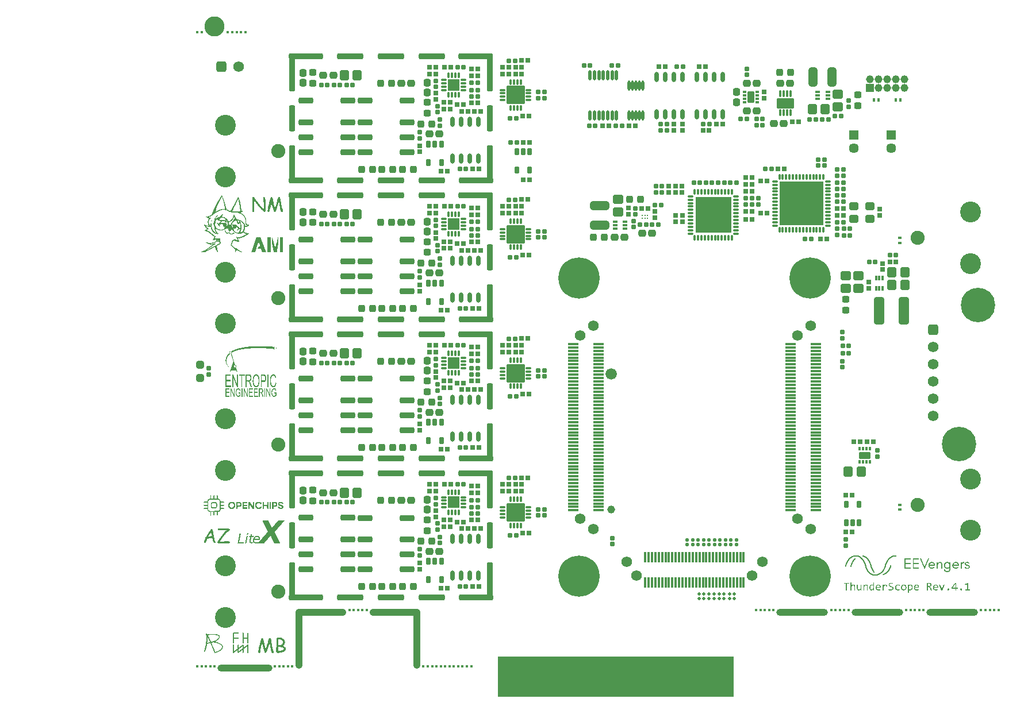
<source format=gts>
G04*
G04 #@! TF.GenerationSoftware,Altium Limited,Altium Designer,23.10.1 (27)*
G04*
G04 Layer_Color=8388736*
%FSAX25Y25*%
%MOIN*%
G70*
G04*
G04 #@! TF.SameCoordinates,24A0423C-D8D6-4CDA-AFC9-E754AC273B9F*
G04*
G04*
G04 #@! TF.FilePolarity,Negative*
G04*
G01*
G75*
%ADD65C,0.01100*%
%ADD71R,1.37008X0.23524*%
G04:AMPARAMS|DCode=72|XSize=99.06mil|YSize=61.66mil|CornerRadius=4.43mil|HoleSize=0mil|Usage=FLASHONLY|Rotation=180.000|XOffset=0mil|YOffset=0mil|HoleType=Round|Shape=RoundedRectangle|*
%AMROUNDEDRECTD72*
21,1,0.09906,0.05280,0,0,180.0*
21,1,0.09020,0.06166,0,0,180.0*
1,1,0.00887,-0.04510,0.02640*
1,1,0.00887,0.04510,0.02640*
1,1,0.00887,0.04510,-0.02640*
1,1,0.00887,-0.04510,-0.02640*
%
%ADD72ROUNDEDRECTD72*%
G04:AMPARAMS|DCode=73|XSize=12.84mil|YSize=38.43mil|CornerRadius=3.96mil|HoleSize=0mil|Usage=FLASHONLY|Rotation=180.000|XOffset=0mil|YOffset=0mil|HoleType=Round|Shape=RoundedRectangle|*
%AMROUNDEDRECTD73*
21,1,0.01284,0.03051,0,0,180.0*
21,1,0.00492,0.03843,0,0,180.0*
1,1,0.00792,-0.00246,0.01526*
1,1,0.00792,0.00246,0.01526*
1,1,0.00792,0.00246,-0.01526*
1,1,0.00792,-0.00246,-0.01526*
%
%ADD73ROUNDEDRECTD73*%
G04:AMPARAMS|DCode=74|XSize=22.69mil|YSize=14.81mil|CornerRadius=4.45mil|HoleSize=0mil|Usage=FLASHONLY|Rotation=0.000|XOffset=0mil|YOffset=0mil|HoleType=Round|Shape=RoundedRectangle|*
%AMROUNDEDRECTD74*
21,1,0.02269,0.00591,0,0,0.0*
21,1,0.01378,0.01481,0,0,0.0*
1,1,0.00891,0.00689,-0.00295*
1,1,0.00891,-0.00689,-0.00295*
1,1,0.00891,-0.00689,0.00295*
1,1,0.00891,0.00689,0.00295*
%
%ADD74ROUNDEDRECTD74*%
G04:AMPARAMS|DCode=75|XSize=22.69mil|YSize=14.81mil|CornerRadius=4.45mil|HoleSize=0mil|Usage=FLASHONLY|Rotation=270.000|XOffset=0mil|YOffset=0mil|HoleType=Round|Shape=RoundedRectangle|*
%AMROUNDEDRECTD75*
21,1,0.02269,0.00591,0,0,270.0*
21,1,0.01378,0.01481,0,0,270.0*
1,1,0.00891,-0.00295,-0.00689*
1,1,0.00891,-0.00295,0.00689*
1,1,0.00891,0.00295,0.00689*
1,1,0.00891,0.00295,-0.00689*
%
%ADD75ROUNDEDRECTD75*%
G04:AMPARAMS|DCode=76|XSize=34.5mil|YSize=84.1mil|CornerRadius=9.37mil|HoleSize=0mil|Usage=FLASHONLY|Rotation=270.000|XOffset=0mil|YOffset=0mil|HoleType=Round|Shape=RoundedRectangle|*
%AMROUNDEDRECTD76*
21,1,0.03450,0.06535,0,0,270.0*
21,1,0.01575,0.08410,0,0,270.0*
1,1,0.01875,-0.03268,-0.00787*
1,1,0.01875,-0.03268,0.00787*
1,1,0.01875,0.03268,0.00787*
1,1,0.01875,0.03268,-0.00787*
%
%ADD76ROUNDEDRECTD76*%
G04:AMPARAMS|DCode=77|XSize=46.31mil|YSize=46.31mil|CornerRadius=12.33mil|HoleSize=0mil|Usage=FLASHONLY|Rotation=90.000|XOffset=0mil|YOffset=0mil|HoleType=Round|Shape=RoundedRectangle|*
%AMROUNDEDRECTD77*
21,1,0.04631,0.02165,0,0,90.0*
21,1,0.02165,0.04631,0,0,90.0*
1,1,0.02465,0.01083,0.01083*
1,1,0.02465,0.01083,-0.01083*
1,1,0.02465,-0.01083,-0.01083*
1,1,0.02465,-0.01083,0.01083*
%
%ADD77ROUNDEDRECTD77*%
G04:AMPARAMS|DCode=78|XSize=14.81mil|YSize=62.06mil|CornerRadius=4.45mil|HoleSize=0mil|Usage=FLASHONLY|Rotation=270.000|XOffset=0mil|YOffset=0mil|HoleType=Round|Shape=RoundedRectangle|*
%AMROUNDEDRECTD78*
21,1,0.01481,0.05315,0,0,270.0*
21,1,0.00591,0.06206,0,0,270.0*
1,1,0.00891,-0.02657,-0.00295*
1,1,0.00891,-0.02657,0.00295*
1,1,0.00891,0.02657,0.00295*
1,1,0.00891,0.02657,-0.00295*
%
%ADD78ROUNDEDRECTD78*%
G04:AMPARAMS|DCode=79|XSize=14.81mil|YSize=62.06mil|CornerRadius=4.45mil|HoleSize=0mil|Usage=FLASHONLY|Rotation=0.000|XOffset=0mil|YOffset=0mil|HoleType=Round|Shape=RoundedRectangle|*
%AMROUNDEDRECTD79*
21,1,0.01481,0.05315,0,0,0.0*
21,1,0.00591,0.06206,0,0,0.0*
1,1,0.00891,0.00295,-0.02657*
1,1,0.00891,-0.00295,-0.02657*
1,1,0.00891,-0.00295,0.02657*
1,1,0.00891,0.00295,0.02657*
%
%ADD79ROUNDEDRECTD79*%
G04:AMPARAMS|DCode=80|XSize=34.5mil|YSize=152.61mil|CornerRadius=9.37mil|HoleSize=0mil|Usage=FLASHONLY|Rotation=180.000|XOffset=0mil|YOffset=0mil|HoleType=Round|Shape=RoundedRectangle|*
%AMROUNDEDRECTD80*
21,1,0.03450,0.13386,0,0,180.0*
21,1,0.01575,0.15261,0,0,180.0*
1,1,0.01875,-0.00787,0.06693*
1,1,0.01875,0.00787,0.06693*
1,1,0.01875,0.00787,-0.06693*
1,1,0.01875,-0.00787,-0.06693*
%
%ADD80ROUNDEDRECTD80*%
G04:AMPARAMS|DCode=81|XSize=34.5mil|YSize=152.61mil|CornerRadius=9.37mil|HoleSize=0mil|Usage=FLASHONLY|Rotation=270.000|XOffset=0mil|YOffset=0mil|HoleType=Round|Shape=RoundedRectangle|*
%AMROUNDEDRECTD81*
21,1,0.03450,0.13386,0,0,270.0*
21,1,0.01575,0.15261,0,0,270.0*
1,1,0.01875,-0.06693,-0.00787*
1,1,0.01875,-0.06693,0.00787*
1,1,0.01875,0.06693,0.00787*
1,1,0.01875,0.06693,-0.00787*
%
%ADD81ROUNDEDRECTD81*%
G04:AMPARAMS|DCode=82|XSize=34.5mil|YSize=221.5mil|CornerRadius=9.37mil|HoleSize=0mil|Usage=FLASHONLY|Rotation=180.000|XOffset=0mil|YOffset=0mil|HoleType=Round|Shape=RoundedRectangle|*
%AMROUNDEDRECTD82*
21,1,0.03450,0.20276,0,0,180.0*
21,1,0.01575,0.22150,0,0,180.0*
1,1,0.01875,-0.00787,0.10138*
1,1,0.01875,0.00787,0.10138*
1,1,0.01875,0.00787,-0.10138*
1,1,0.01875,-0.00787,-0.10138*
%
%ADD82ROUNDEDRECTD82*%
G04:AMPARAMS|DCode=83|XSize=34.5mil|YSize=199.06mil|CornerRadius=9.37mil|HoleSize=0mil|Usage=FLASHONLY|Rotation=270.000|XOffset=0mil|YOffset=0mil|HoleType=Round|Shape=RoundedRectangle|*
%AMROUNDEDRECTD83*
21,1,0.03450,0.18032,0,0,270.0*
21,1,0.01575,0.19906,0,0,270.0*
1,1,0.01875,-0.09016,-0.00787*
1,1,0.01875,-0.09016,0.00787*
1,1,0.01875,0.09016,0.00787*
1,1,0.01875,0.09016,-0.00787*
%
%ADD83ROUNDEDRECTD83*%
%ADD84O,0.01087X0.03647*%
%ADD85O,0.03647X0.01087*%
G04:AMPARAMS|DCode=86|XSize=254.97mil|YSize=254.97mil|CornerRadius=7.8mil|HoleSize=0mil|Usage=FLASHONLY|Rotation=90.000|XOffset=0mil|YOffset=0mil|HoleType=Round|Shape=RoundedRectangle|*
%AMROUNDEDRECTD86*
21,1,0.25497,0.23937,0,0,90.0*
21,1,0.23937,0.25497,0,0,90.0*
1,1,0.01560,0.11969,0.11969*
1,1,0.01560,0.11969,-0.11969*
1,1,0.01560,-0.11969,-0.11969*
1,1,0.01560,-0.11969,0.11969*
%
%ADD86ROUNDEDRECTD86*%
G04:AMPARAMS|DCode=87|XSize=62.06mil|YSize=54.18mil|CornerRadius=14.3mil|HoleSize=0mil|Usage=FLASHONLY|Rotation=270.000|XOffset=0mil|YOffset=0mil|HoleType=Round|Shape=RoundedRectangle|*
%AMROUNDEDRECTD87*
21,1,0.06206,0.02559,0,0,270.0*
21,1,0.03347,0.05418,0,0,270.0*
1,1,0.02859,-0.01280,-0.01673*
1,1,0.02859,-0.01280,0.01673*
1,1,0.02859,0.01280,0.01673*
1,1,0.02859,0.01280,-0.01673*
%
%ADD87ROUNDEDRECTD87*%
G04:AMPARAMS|DCode=88|XSize=26.62mil|YSize=26.62mil|CornerRadius=7.41mil|HoleSize=0mil|Usage=FLASHONLY|Rotation=270.000|XOffset=0mil|YOffset=0mil|HoleType=Round|Shape=RoundedRectangle|*
%AMROUNDEDRECTD88*
21,1,0.02662,0.01181,0,0,270.0*
21,1,0.01181,0.02662,0,0,270.0*
1,1,0.01481,-0.00591,-0.00591*
1,1,0.01481,-0.00591,0.00591*
1,1,0.01481,0.00591,0.00591*
1,1,0.01481,0.00591,-0.00591*
%
%ADD88ROUNDEDRECTD88*%
G04:AMPARAMS|DCode=89|XSize=40.4mil|YSize=44.34mil|CornerRadius=10.85mil|HoleSize=0mil|Usage=FLASHONLY|Rotation=270.000|XOffset=0mil|YOffset=0mil|HoleType=Round|Shape=RoundedRectangle|*
%AMROUNDEDRECTD89*
21,1,0.04040,0.02264,0,0,270.0*
21,1,0.01870,0.04434,0,0,270.0*
1,1,0.02170,-0.01132,-0.00935*
1,1,0.02170,-0.01132,0.00935*
1,1,0.02170,0.01132,0.00935*
1,1,0.02170,0.01132,-0.00935*
%
%ADD89ROUNDEDRECTD89*%
G04:AMPARAMS|DCode=90|XSize=40.4mil|YSize=44.34mil|CornerRadius=10.85mil|HoleSize=0mil|Usage=FLASHONLY|Rotation=180.000|XOffset=0mil|YOffset=0mil|HoleType=Round|Shape=RoundedRectangle|*
%AMROUNDEDRECTD90*
21,1,0.04040,0.02264,0,0,180.0*
21,1,0.01870,0.04434,0,0,180.0*
1,1,0.02170,-0.00935,0.01132*
1,1,0.02170,0.00935,0.01132*
1,1,0.02170,0.00935,-0.01132*
1,1,0.02170,-0.00935,-0.01132*
%
%ADD90ROUNDEDRECTD90*%
G04:AMPARAMS|DCode=91|XSize=42.37mil|YSize=38.43mil|CornerRadius=10.36mil|HoleSize=0mil|Usage=FLASHONLY|Rotation=0.000|XOffset=0mil|YOffset=0mil|HoleType=Round|Shape=RoundedRectangle|*
%AMROUNDEDRECTD91*
21,1,0.04237,0.01772,0,0,0.0*
21,1,0.02165,0.03843,0,0,0.0*
1,1,0.02072,0.01083,-0.00886*
1,1,0.02072,-0.01083,-0.00886*
1,1,0.02072,-0.01083,0.00886*
1,1,0.02072,0.01083,0.00886*
%
%ADD91ROUNDEDRECTD91*%
G04:AMPARAMS|DCode=92|XSize=14.81mil|YSize=29.38mil|CornerRadius=4.45mil|HoleSize=0mil|Usage=FLASHONLY|Rotation=270.000|XOffset=0mil|YOffset=0mil|HoleType=Round|Shape=RoundedRectangle|*
%AMROUNDEDRECTD92*
21,1,0.01481,0.02047,0,0,270.0*
21,1,0.00591,0.02938,0,0,270.0*
1,1,0.00891,-0.01024,-0.00295*
1,1,0.00891,-0.01024,0.00295*
1,1,0.00891,0.01024,0.00295*
1,1,0.00891,0.01024,-0.00295*
%
%ADD92ROUNDEDRECTD92*%
G04:AMPARAMS|DCode=93|XSize=62.06mil|YSize=54.18mil|CornerRadius=14.3mil|HoleSize=0mil|Usage=FLASHONLY|Rotation=180.000|XOffset=0mil|YOffset=0mil|HoleType=Round|Shape=RoundedRectangle|*
%AMROUNDEDRECTD93*
21,1,0.06206,0.02559,0,0,180.0*
21,1,0.03347,0.05418,0,0,180.0*
1,1,0.02859,-0.01673,0.01280*
1,1,0.02859,0.01673,0.01280*
1,1,0.02859,0.01673,-0.01280*
1,1,0.02859,-0.01673,-0.01280*
%
%ADD93ROUNDEDRECTD93*%
G04:AMPARAMS|DCode=94|XSize=26.62mil|YSize=26.62mil|CornerRadius=7.41mil|HoleSize=0mil|Usage=FLASHONLY|Rotation=0.000|XOffset=0mil|YOffset=0mil|HoleType=Round|Shape=RoundedRectangle|*
%AMROUNDEDRECTD94*
21,1,0.02662,0.01181,0,0,0.0*
21,1,0.01181,0.02662,0,0,0.0*
1,1,0.01481,0.00591,-0.00591*
1,1,0.01481,-0.00591,-0.00591*
1,1,0.01481,-0.00591,0.00591*
1,1,0.01481,0.00591,0.00591*
%
%ADD94ROUNDEDRECTD94*%
G04:AMPARAMS|DCode=95|XSize=110.09mil|YSize=51.43mil|CornerRadius=13.61mil|HoleSize=0mil|Usage=FLASHONLY|Rotation=270.000|XOffset=0mil|YOffset=0mil|HoleType=Round|Shape=RoundedRectangle|*
%AMROUNDEDRECTD95*
21,1,0.11009,0.02421,0,0,270.0*
21,1,0.08287,0.05143,0,0,270.0*
1,1,0.02721,-0.01211,-0.04144*
1,1,0.02721,-0.01211,0.04144*
1,1,0.02721,0.01211,0.04144*
1,1,0.02721,0.01211,-0.04144*
%
%ADD95ROUNDEDRECTD95*%
G04:AMPARAMS|DCode=96|XSize=28.2mil|YSize=28.2mil|CornerRadius=7.8mil|HoleSize=0mil|Usage=FLASHONLY|Rotation=270.000|XOffset=0mil|YOffset=0mil|HoleType=Round|Shape=RoundedRectangle|*
%AMROUNDEDRECTD96*
21,1,0.02820,0.01260,0,0,270.0*
21,1,0.01260,0.02820,0,0,270.0*
1,1,0.01560,-0.00630,-0.00630*
1,1,0.01560,-0.00630,0.00630*
1,1,0.01560,0.00630,0.00630*
1,1,0.01560,0.00630,-0.00630*
%
%ADD96ROUNDEDRECTD96*%
G04:AMPARAMS|DCode=97|XSize=42.37mil|YSize=38.43mil|CornerRadius=10.36mil|HoleSize=0mil|Usage=FLASHONLY|Rotation=90.000|XOffset=0mil|YOffset=0mil|HoleType=Round|Shape=RoundedRectangle|*
%AMROUNDEDRECTD97*
21,1,0.04237,0.01772,0,0,90.0*
21,1,0.02165,0.03843,0,0,90.0*
1,1,0.02072,0.00886,0.01083*
1,1,0.02072,0.00886,-0.01083*
1,1,0.02072,-0.00886,-0.01083*
1,1,0.02072,-0.00886,0.01083*
%
%ADD97ROUNDEDRECTD97*%
%ADD98O,0.02662X0.06009*%
G04:AMPARAMS|DCode=99|XSize=28.2mil|YSize=28.2mil|CornerRadius=7.8mil|HoleSize=0mil|Usage=FLASHONLY|Rotation=180.000|XOffset=0mil|YOffset=0mil|HoleType=Round|Shape=RoundedRectangle|*
%AMROUNDEDRECTD99*
21,1,0.02820,0.01260,0,0,180.0*
21,1,0.01260,0.02820,0,0,180.0*
1,1,0.01560,-0.00630,0.00630*
1,1,0.01560,0.00630,0.00630*
1,1,0.01560,0.00630,-0.00630*
1,1,0.01560,-0.00630,-0.00630*
%
%ADD99ROUNDEDRECTD99*%
%ADD100O,0.01678X0.05812*%
%ADD101O,0.01284X0.03450*%
%ADD102O,0.03450X0.01284*%
G04:AMPARAMS|DCode=103|XSize=69.14mil|YSize=69.14mil|CornerRadius=4.81mil|HoleSize=0mil|Usage=FLASHONLY|Rotation=0.000|XOffset=0mil|YOffset=0mil|HoleType=Round|Shape=RoundedRectangle|*
%AMROUNDEDRECTD103*
21,1,0.06914,0.05953,0,0,0.0*
21,1,0.05953,0.06914,0,0,0.0*
1,1,0.00961,0.02976,-0.02976*
1,1,0.00961,-0.02976,-0.02976*
1,1,0.00961,-0.02976,0.02976*
1,1,0.00961,0.02976,0.02976*
%
%ADD103ROUNDEDRECTD103*%
G04:AMPARAMS|DCode=104|XSize=26.62mil|YSize=42.37mil|CornerRadius=7.41mil|HoleSize=0mil|Usage=FLASHONLY|Rotation=0.000|XOffset=0mil|YOffset=0mil|HoleType=Round|Shape=RoundedRectangle|*
%AMROUNDEDRECTD104*
21,1,0.02662,0.02756,0,0,0.0*
21,1,0.01181,0.04237,0,0,0.0*
1,1,0.01481,0.00591,-0.01378*
1,1,0.01481,-0.00591,-0.01378*
1,1,0.01481,-0.00591,0.01378*
1,1,0.01481,0.00591,0.01378*
%
%ADD104ROUNDEDRECTD104*%
G04:AMPARAMS|DCode=105|XSize=14.81mil|YSize=29.38mil|CornerRadius=4.45mil|HoleSize=0mil|Usage=FLASHONLY|Rotation=180.000|XOffset=0mil|YOffset=0mil|HoleType=Round|Shape=RoundedRectangle|*
%AMROUNDEDRECTD105*
21,1,0.01481,0.02047,0,0,180.0*
21,1,0.00591,0.02938,0,0,180.0*
1,1,0.00891,-0.00295,0.01024*
1,1,0.00891,0.00295,0.01024*
1,1,0.00891,0.00295,-0.01024*
1,1,0.00891,-0.00295,-0.01024*
%
%ADD105ROUNDEDRECTD105*%
G04:AMPARAMS|DCode=106|XSize=160.48mil|YSize=62.06mil|CornerRadius=16.26mil|HoleSize=0mil|Usage=FLASHONLY|Rotation=90.000|XOffset=0mil|YOffset=0mil|HoleType=Round|Shape=RoundedRectangle|*
%AMROUNDEDRECTD106*
21,1,0.16048,0.02953,0,0,90.0*
21,1,0.12795,0.06206,0,0,90.0*
1,1,0.03253,0.01476,0.06398*
1,1,0.03253,0.01476,-0.06398*
1,1,0.03253,-0.01476,-0.06398*
1,1,0.03253,-0.01476,0.06398*
%
%ADD106ROUNDEDRECTD106*%
G04:AMPARAMS|DCode=107|XSize=54.18mil|YSize=46.31mil|CornerRadius=12.33mil|HoleSize=0mil|Usage=FLASHONLY|Rotation=180.000|XOffset=0mil|YOffset=0mil|HoleType=Round|Shape=RoundedRectangle|*
%AMROUNDEDRECTD107*
21,1,0.05418,0.02165,0,0,180.0*
21,1,0.02953,0.04631,0,0,180.0*
1,1,0.02465,-0.01476,0.01083*
1,1,0.02465,0.01476,0.01083*
1,1,0.02465,0.01476,-0.01083*
1,1,0.02465,-0.01476,-0.01083*
%
%ADD107ROUNDEDRECTD107*%
%ADD108O,0.02072X0.05812*%
G04:AMPARAMS|DCode=109|XSize=12.84mil|YSize=22.69mil|CornerRadius=3.96mil|HoleSize=0mil|Usage=FLASHONLY|Rotation=180.000|XOffset=0mil|YOffset=0mil|HoleType=Round|Shape=RoundedRectangle|*
%AMROUNDEDRECTD109*
21,1,0.01284,0.01476,0,0,180.0*
21,1,0.00492,0.02269,0,0,180.0*
1,1,0.00792,-0.00246,0.00738*
1,1,0.00792,0.00246,0.00738*
1,1,0.00792,0.00246,-0.00738*
1,1,0.00792,-0.00246,-0.00738*
%
%ADD109ROUNDEDRECTD109*%
G04:AMPARAMS|DCode=110|XSize=65.99mil|YSize=38.43mil|CornerRadius=3.27mil|HoleSize=0mil|Usage=FLASHONLY|Rotation=180.000|XOffset=0mil|YOffset=0mil|HoleType=Round|Shape=RoundedRectangle|*
%AMROUNDEDRECTD110*
21,1,0.06599,0.03189,0,0,180.0*
21,1,0.05945,0.03843,0,0,180.0*
1,1,0.00654,-0.02972,0.01595*
1,1,0.00654,0.02972,0.01595*
1,1,0.00654,0.02972,-0.01595*
1,1,0.00654,-0.02972,-0.01595*
%
%ADD110ROUNDEDRECTD110*%
%ADD111O,0.01284X0.03647*%
G04:AMPARAMS|DCode=112|XSize=65.99mil|YSize=38.43mil|CornerRadius=3.27mil|HoleSize=0mil|Usage=FLASHONLY|Rotation=90.000|XOffset=0mil|YOffset=0mil|HoleType=Round|Shape=RoundedRectangle|*
%AMROUNDEDRECTD112*
21,1,0.06599,0.03189,0,0,90.0*
21,1,0.05945,0.03843,0,0,90.0*
1,1,0.00654,0.01595,0.02972*
1,1,0.00654,0.01595,-0.02972*
1,1,0.00654,-0.01595,-0.02972*
1,1,0.00654,-0.01595,0.02972*
%
%ADD112ROUNDEDRECTD112*%
G04:AMPARAMS|DCode=113|XSize=12.84mil|YSize=22.69mil|CornerRadius=3.96mil|HoleSize=0mil|Usage=FLASHONLY|Rotation=90.000|XOffset=0mil|YOffset=0mil|HoleType=Round|Shape=RoundedRectangle|*
%AMROUNDEDRECTD113*
21,1,0.01284,0.01476,0,0,90.0*
21,1,0.00492,0.02269,0,0,90.0*
1,1,0.00792,0.00738,0.00246*
1,1,0.00792,0.00738,-0.00246*
1,1,0.00792,-0.00738,-0.00246*
1,1,0.00792,-0.00738,0.00246*
%
%ADD113ROUNDEDRECTD113*%
G04:AMPARAMS|DCode=114|XSize=105.36mil|YSize=105.36mil|CornerRadius=4.06mil|HoleSize=0mil|Usage=FLASHONLY|Rotation=270.000|XOffset=0mil|YOffset=0mil|HoleType=Round|Shape=RoundedRectangle|*
%AMROUNDEDRECTD114*
21,1,0.10536,0.09724,0,0,270.0*
21,1,0.09724,0.10536,0,0,270.0*
1,1,0.00812,-0.04862,-0.04862*
1,1,0.00812,-0.04862,0.04862*
1,1,0.00812,0.04862,0.04862*
1,1,0.00812,0.04862,-0.04862*
%
%ADD114ROUNDEDRECTD114*%
%ADD115O,0.03647X0.01284*%
%ADD116R,0.21087X0.21087*%
%ADD117O,0.01284X0.03843*%
%ADD118O,0.03843X0.01284*%
G04:AMPARAMS|DCode=119|XSize=16.78mil|YSize=18.75mil|CornerRadius=4.95mil|HoleSize=0mil|Usage=FLASHONLY|Rotation=0.000|XOffset=0mil|YOffset=0mil|HoleType=Round|Shape=RoundedRectangle|*
%AMROUNDEDRECTD119*
21,1,0.01678,0.00886,0,0,0.0*
21,1,0.00689,0.01875,0,0,0.0*
1,1,0.00989,0.00345,-0.00443*
1,1,0.00989,-0.00345,-0.00443*
1,1,0.00989,-0.00345,0.00443*
1,1,0.00989,0.00345,0.00443*
%
%ADD119ROUNDEDRECTD119*%
%ADD120R,0.03056X0.16835*%
%ADD121R,0.03056X0.12898*%
G04:AMPARAMS|DCode=122|XSize=110.09mil|YSize=51.43mil|CornerRadius=13.61mil|HoleSize=0mil|Usage=FLASHONLY|Rotation=180.000|XOffset=0mil|YOffset=0mil|HoleType=Round|Shape=RoundedRectangle|*
%AMROUNDEDRECTD122*
21,1,0.11009,0.02421,0,0,180.0*
21,1,0.08287,0.05143,0,0,180.0*
1,1,0.02721,-0.04144,0.01211*
1,1,0.02721,0.04144,0.01211*
1,1,0.02721,0.04144,-0.01211*
1,1,0.02721,-0.04144,-0.01211*
%
%ADD122ROUNDEDRECTD122*%
G04:AMPARAMS|DCode=123|XSize=19.54mil|YSize=21.11mil|CornerRadius=5.63mil|HoleSize=0mil|Usage=FLASHONLY|Rotation=0.000|XOffset=0mil|YOffset=0mil|HoleType=Round|Shape=RoundedRectangle|*
%AMROUNDEDRECTD123*
21,1,0.01954,0.00984,0,0,0.0*
21,1,0.00827,0.02111,0,0,0.0*
1,1,0.01127,0.00413,-0.00492*
1,1,0.01127,-0.00413,-0.00492*
1,1,0.01127,-0.00413,0.00492*
1,1,0.01127,0.00413,0.00492*
%
%ADD123ROUNDEDRECTD123*%
%ADD124C,0.04600*%
%ADD125C,0.06600*%
%ADD126C,0.06206*%
G04:AMPARAMS|DCode=127|XSize=62.06mil|YSize=62.06mil|CornerRadius=16.26mil|HoleSize=0mil|Usage=FLASHONLY|Rotation=270.000|XOffset=0mil|YOffset=0mil|HoleType=Round|Shape=RoundedRectangle|*
%AMROUNDEDRECTD127*
21,1,0.06206,0.02953,0,0,270.0*
21,1,0.02953,0.06206,0,0,270.0*
1,1,0.03253,-0.01476,-0.01476*
1,1,0.03253,-0.01476,0.01476*
1,1,0.03253,0.01476,0.01476*
1,1,0.03253,0.01476,-0.01476*
%
%ADD127ROUNDEDRECTD127*%
G04:AMPARAMS|DCode=128|XSize=62.06mil|YSize=62.06mil|CornerRadius=16.26mil|HoleSize=0mil|Usage=FLASHONLY|Rotation=0.000|XOffset=0mil|YOffset=0mil|HoleType=Round|Shape=RoundedRectangle|*
%AMROUNDEDRECTD128*
21,1,0.06206,0.02953,0,0,0.0*
21,1,0.02953,0.06206,0,0,0.0*
1,1,0.03253,0.01476,-0.01476*
1,1,0.03253,-0.01476,-0.01476*
1,1,0.03253,-0.01476,0.01476*
1,1,0.03253,0.01476,0.01476*
%
%ADD128ROUNDEDRECTD128*%
%ADD129C,0.08174*%
%ADD130C,0.12111*%
%ADD131C,0.05686*%
%ADD132R,0.05686X0.05686*%
%ADD133C,0.04591*%
%ADD134R,0.04591X0.04591*%
%ADD135C,0.01496*%
%ADD136O,0.29828X0.04237*%
%ADD137O,0.29434X0.04237*%
%ADD138O,0.04237X0.34749*%
%ADD139C,0.23922*%
%ADD140O,0.31796X0.04237*%
%ADD141C,0.19985*%
%ADD142C,0.11639*%
G36*
X-0098221Y0281245D02*
X-0098226Y0281242D01*
X-0098227Y0281254D01*
X-0098223Y0281258D01*
X-0098221Y0281245D01*
D02*
G37*
G36*
X-0098206Y0281223D02*
X-0098208Y0281203D01*
X-0098213Y0281206D01*
X-0098217Y0281210D01*
Y0281215D01*
X-0098214Y0281228D01*
X-0098206Y0281223D01*
D02*
G37*
G36*
X0016385Y0297860D02*
X0016394Y0297846D01*
X0016398Y0297842D01*
X0016429Y0297777D01*
X0016436Y0297757D01*
X0016447Y0297728D01*
X0016449Y0297718D01*
X0016452Y0297706D01*
X0016456Y0297692D01*
X0016458Y0297684D01*
X0016461Y0297670D01*
X0016463Y0297662D01*
X0016466Y0297650D01*
X0016471Y0297634D01*
X0016477Y0297613D01*
X0016481Y0297596D01*
X0016487Y0297575D01*
X0016495Y0297556D01*
X0016498Y0297546D01*
X0016503Y0297533D01*
X0016507Y0297522D01*
X0016517Y0297500D01*
X0016522Y0297489D01*
X0016536Y0297460D01*
X0016546Y0297437D01*
X0016551Y0297427D01*
X0016560Y0297411D01*
X0016562Y0297403D01*
X0016581Y0297363D01*
X0016593Y0297336D01*
X0016598Y0297326D01*
X0016608Y0297303D01*
X0016612Y0297293D01*
X0016614Y0297289D01*
X0016620Y0297274D01*
X0016637Y0297237D01*
X0016642Y0297223D01*
X0016664Y0297172D01*
X0016668Y0297162D01*
X0016677Y0297143D01*
X0016681Y0297133D01*
X0016689Y0297114D01*
X0016691Y0297106D01*
X0016699Y0297087D01*
X0016710Y0297064D01*
X0016715Y0297051D01*
X0016720Y0297039D01*
X0016728Y0297018D01*
X0016737Y0297000D01*
X0016743Y0296983D01*
X0016747Y0296973D01*
X0016755Y0296954D01*
X0016761Y0296940D01*
X0016773Y0296909D01*
X0016779Y0296893D01*
X0016787Y0296875D01*
X0016797Y0296848D01*
X0016805Y0296829D01*
X0016813Y0296809D01*
X0016823Y0296782D01*
X0016828Y0296771D01*
X0016839Y0296744D01*
X0016845Y0296729D01*
X0016852Y0296710D01*
X0016857Y0296698D01*
X0016865Y0296678D01*
X0016877Y0296647D01*
X0016883Y0296631D01*
X0016894Y0296604D01*
X0016900Y0296587D01*
X0016904Y0296577D01*
X0016917Y0296543D01*
X0016925Y0296523D01*
X0016931Y0296506D01*
X0016941Y0296479D01*
X0016948Y0296462D01*
X0016952Y0296452D01*
X0016957Y0296438D01*
X0016964Y0296419D01*
X0016970Y0296405D01*
X0016978Y0296384D01*
X0016985Y0296365D01*
X0016990Y0296351D01*
X0016999Y0296330D01*
X0017001Y0296322D01*
X0017007Y0296307D01*
X0017017Y0296280D01*
X0017025Y0296261D01*
X0017031Y0296244D01*
X0017038Y0296226D01*
X0017054Y0296184D01*
X0017057Y0296174D01*
X0017062Y0296161D01*
X0017069Y0296143D01*
X0017071Y0296135D01*
X0017078Y0296120D01*
X0017083Y0296107D01*
X0017086Y0296097D01*
X0017096Y0296070D01*
X0017100Y0296060D01*
X0017103Y0296052D01*
X0017109Y0296037D01*
X0017111Y0296029D01*
X0017117Y0296014D01*
X0017122Y0296001D01*
X0017129Y0295984D01*
X0017133Y0295974D01*
X0017143Y0295945D01*
X0017147Y0295934D01*
X0017149Y0295926D01*
X0017157Y0295908D01*
X0017172Y0295866D01*
X0017175Y0295856D01*
X0017183Y0295836D01*
X0017188Y0295823D01*
X0017190Y0295815D01*
X0017196Y0295800D01*
X0017200Y0295790D01*
X0017210Y0295764D01*
X0017214Y0295753D01*
X0017216Y0295745D01*
X0017224Y0295724D01*
X0017233Y0295701D01*
X0017243Y0295672D01*
X0017248Y0295659D01*
X0017255Y0295639D01*
X0017266Y0295610D01*
X0017282Y0295564D01*
X0017293Y0295535D01*
X0017301Y0295512D01*
X0017312Y0295483D01*
X0017315Y0295474D01*
X0017332Y0295425D01*
X0017337Y0295411D01*
X0017341Y0295400D01*
X0017348Y0295382D01*
X0017357Y0295356D01*
X0017372Y0295315D01*
X0017375Y0295305D01*
X0017393Y0295257D01*
X0017397Y0295246D01*
X0017400Y0295235D01*
X0017404Y0295224D01*
X0017406Y0295216D01*
X0017413Y0295196D01*
X0017419Y0295183D01*
X0017421Y0295175D01*
X0017427Y0295160D01*
X0017429Y0295152D01*
X0017435Y0295137D01*
X0017453Y0295086D01*
X0017456Y0295077D01*
X0017463Y0295057D01*
X0017465Y0295049D01*
X0017474Y0295026D01*
X0017479Y0295012D01*
X0017481Y0295004D01*
X0017485Y0294994D01*
X0017492Y0294974D01*
X0017498Y0294956D01*
X0017502Y0294946D01*
X0017509Y0294926D01*
X0017526Y0294878D01*
X0017528Y0294870D01*
X0017532Y0294860D01*
X0017535Y0294850D01*
X0017553Y0294799D01*
X0017558Y0294786D01*
X0017561Y0294774D01*
X0017564Y0294765D01*
X0017578Y0294726D01*
X0017583Y0294713D01*
X0017587Y0294698D01*
X0017592Y0294685D01*
X0017599Y0294661D01*
X0017606Y0294646D01*
X0017616Y0294613D01*
X0017621Y0294600D01*
X0017634Y0294564D01*
X0017687Y0294403D01*
X0017691Y0294393D01*
X0017704Y0294354D01*
X0017715Y0294325D01*
X0017717Y0294317D01*
X0017733Y0294269D01*
X0017736Y0294261D01*
X0017754Y0294207D01*
X0017756Y0294198D01*
X0017766Y0294168D01*
X0017773Y0294149D01*
X0017776Y0294137D01*
X0017868Y0293861D01*
X0017876Y0293834D01*
X0017880Y0293823D01*
X0017886Y0293802D01*
X0017891Y0293789D01*
X0017897Y0293771D01*
X0017899Y0293763D01*
X0017903Y0293753D01*
X0017905Y0293744D01*
X0017912Y0293724D01*
X0017915Y0293713D01*
X0017918Y0293705D01*
X0017923Y0293691D01*
X0017925Y0293683D01*
X0017933Y0293660D01*
X0017935Y0293652D01*
X0017944Y0293622D01*
X0017962Y0293571D01*
X0017964Y0293562D01*
X0017967Y0293551D01*
X0017986Y0293493D01*
X0017988Y0293484D01*
X0017992Y0293474D01*
X0017994Y0293466D01*
X0017999Y0293455D01*
X0018007Y0293426D01*
X0018012Y0293413D01*
X0018015Y0293401D01*
X0018017Y0293393D01*
X0018022Y0293379D01*
X0018025Y0293371D01*
X0018033Y0293348D01*
X0018037Y0293332D01*
X0018057Y0293268D01*
X0018059Y0293260D01*
X0018063Y0293250D01*
X0018067Y0293233D01*
X0018072Y0293219D01*
X0018074Y0293211D01*
X0018080Y0293193D01*
X0018088Y0293166D01*
X0018098Y0293133D01*
X0018107Y0293106D01*
X0018109Y0293098D01*
X0018113Y0293087D01*
X0018115Y0293079D01*
X0018119Y0293069D01*
X0018125Y0293046D01*
X0018131Y0293032D01*
X0018134Y0293021D01*
X0018136Y0293012D01*
X0018141Y0292999D01*
X0018144Y0292988D01*
X0018146Y0292979D01*
X0018154Y0292959D01*
X0018156Y0292949D01*
X0018165Y0292919D01*
X0018168Y0292908D01*
X0018173Y0292894D01*
X0018176Y0292881D01*
X0018180Y0292870D01*
X0018185Y0292853D01*
X0018188Y0292842D01*
X0018198Y0292809D01*
X0018204Y0292788D01*
X0018206Y0292780D01*
X0018211Y0292769D01*
X0018215Y0292753D01*
X0018219Y0292738D01*
X0018223Y0292728D01*
X0018226Y0292716D01*
X0018228Y0292708D01*
X0018234Y0292690D01*
X0018238Y0292676D01*
X0018244Y0292655D01*
X0018246Y0292647D01*
X0018254Y0292620D01*
X0018256Y0292611D01*
X0018264Y0292592D01*
X0018266Y0292581D01*
X0018270Y0292565D01*
X0018275Y0292551D01*
X0018279Y0292534D01*
X0018283Y0292524D01*
X0018286Y0292508D01*
X0018292Y0292491D01*
X0018296Y0292476D01*
X0018302Y0292455D01*
X0018304Y0292447D01*
X0018313Y0292420D01*
X0018325Y0292376D01*
X0018333Y0292349D01*
X0018337Y0292333D01*
X0018343Y0292319D01*
X0018345Y0292309D01*
X0018347Y0292301D01*
X0018352Y0292283D01*
X0018356Y0292266D01*
X0018362Y0292245D01*
X0018367Y0292231D01*
X0018370Y0292219D01*
X0018375Y0292202D01*
X0018378Y0292190D01*
X0018383Y0292173D01*
X0018386Y0292159D01*
X0018392Y0292142D01*
X0018394Y0292133D01*
X0018398Y0292119D01*
X0018404Y0292098D01*
X0018410Y0292073D01*
X0018414Y0292058D01*
X0018416Y0292050D01*
X0018423Y0292029D01*
X0018427Y0292013D01*
X0018433Y0291992D01*
X0018435Y0291984D01*
X0018441Y0291963D01*
X0018446Y0291946D01*
X0018450Y0291932D01*
X0018452Y0291923D01*
X0018460Y0291894D01*
X0018466Y0291869D01*
X0018473Y0291848D01*
X0018476Y0291835D01*
X0018478Y0291827D01*
X0018483Y0291813D01*
X0018486Y0291795D01*
X0018493Y0291772D01*
X0018496Y0291758D01*
X0018498Y0291750D01*
X0018502Y0291738D01*
X0018506Y0291724D01*
X0018510Y0291707D01*
X0018516Y0291686D01*
X0018519Y0291675D01*
X0018526Y0291650D01*
X0018528Y0291639D01*
X0018533Y0291626D01*
X0018536Y0291610D01*
X0018540Y0291594D01*
X0018545Y0291576D01*
X0018562Y0291510D01*
X0018566Y0291495D01*
X0018568Y0291487D01*
X0018572Y0291472D01*
X0018575Y0291459D01*
X0018579Y0291447D01*
X0018581Y0291439D01*
X0018585Y0291424D01*
X0018588Y0291413D01*
X0018609Y0291330D01*
X0018612Y0291320D01*
X0018614Y0291312D01*
X0018617Y0291297D01*
X0018620Y0291287D01*
X0018626Y0291262D01*
X0018630Y0291251D01*
X0018634Y0291234D01*
X0018636Y0291224D01*
X0018638Y0291215D01*
X0018641Y0291204D01*
X0018645Y0291187D01*
X0018648Y0291176D01*
X0018652Y0291159D01*
X0018654Y0291149D01*
X0018656Y0291141D01*
X0018660Y0291129D01*
X0018664Y0291112D01*
X0018667Y0291099D01*
X0018670Y0291088D01*
X0018674Y0291071D01*
X0018677Y0291057D01*
X0018680Y0291046D01*
X0018685Y0291029D01*
X0018688Y0291016D01*
X0018691Y0291004D01*
X0018697Y0290979D01*
X0018700Y0290968D01*
X0018704Y0290951D01*
X0018706Y0290939D01*
X0018709Y0290931D01*
X0018712Y0290921D01*
X0018714Y0290913D01*
X0018717Y0290897D01*
X0018733Y0290831D01*
X0018735Y0290820D01*
X0018739Y0290809D01*
X0018747Y0290776D01*
X0018749Y0290763D01*
X0018751Y0290757D01*
X0018753Y0290749D01*
X0018756Y0290735D01*
X0018758Y0290727D01*
X0018762Y0290715D01*
X0018767Y0290691D01*
X0018775Y0290658D01*
X0018779Y0290637D01*
X0018782Y0290626D01*
X0018788Y0290604D01*
X0018792Y0290588D01*
X0018794Y0290577D01*
X0018796Y0290569D01*
X0018798Y0290559D01*
X0018801Y0290547D01*
X0018803Y0290539D01*
X0018808Y0290515D01*
X0018811Y0290503D01*
X0018814Y0290490D01*
X0018817Y0290477D01*
X0018819Y0290469D01*
X0018822Y0290458D01*
X0018824Y0290449D01*
X0018827Y0290436D01*
X0018829Y0290427D01*
X0018831Y0290417D01*
X0018833Y0290409D01*
X0018835Y0290398D01*
X0018837Y0290390D01*
X0018841Y0290379D01*
X0018844Y0290363D01*
X0018848Y0290346D01*
X0018851Y0290335D01*
X0018853Y0290320D01*
X0018857Y0290304D01*
X0018861Y0290289D01*
X0018863Y0290281D01*
X0018868Y0290257D01*
X0018871Y0290249D01*
X0018873Y0290238D01*
X0018875Y0290230D01*
X0018877Y0290220D01*
X0018879Y0290211D01*
X0018882Y0290200D01*
X0018884Y0290183D01*
X0018886Y0290177D01*
X0018890Y0290162D01*
X0018892Y0290154D01*
X0018896Y0290139D01*
X0018898Y0290130D01*
X0018901Y0290119D01*
X0018904Y0290101D01*
X0018906Y0290093D01*
X0018908Y0290082D01*
X0018911Y0290071D01*
X0018918Y0290039D01*
X0018927Y0289997D01*
X0018935Y0289964D01*
X0018946Y0289935D01*
X0018954Y0289914D01*
X0018969Y0289888D01*
X0018973Y0289884D01*
X0018976Y0289880D01*
X0018995Y0289860D01*
X0019000Y0289858D01*
X0019005Y0289855D01*
X0019006Y0289852D01*
X0019020Y0289843D01*
X0019051Y0289829D01*
X0019079Y0289818D01*
X0019090Y0289815D01*
X0019104Y0289810D01*
X0019112Y0289808D01*
X0019145Y0289798D01*
X0019153Y0289796D01*
X0019167Y0289790D01*
X0019175Y0289788D01*
X0019199Y0289781D01*
X0019239Y0289769D01*
X0019249Y0289764D01*
X0019272Y0289758D01*
X0019286Y0289752D01*
X0019295Y0289750D01*
X0019308Y0289745D01*
X0019375Y0289722D01*
X0019404Y0289711D01*
X0019427Y0289703D01*
X0019438Y0289700D01*
X0019459Y0289692D01*
X0019479Y0289684D01*
X0019512Y0289672D01*
X0019521Y0289669D01*
X0019548Y0289658D01*
X0019557Y0289656D01*
X0019586Y0289644D01*
X0019605Y0289636D01*
X0019613Y0289633D01*
X0019623Y0289629D01*
X0019632Y0289627D01*
X0019650Y0289619D01*
X0019677Y0289609D01*
X0019696Y0289600D01*
X0019709Y0289595D01*
X0019726Y0289589D01*
X0019736Y0289585D01*
X0019748Y0289579D01*
X0019775Y0289569D01*
X0019798Y0289559D01*
X0019811Y0289553D01*
X0019829Y0289546D01*
X0019858Y0289534D01*
X0019869Y0289529D01*
X0019891Y0289519D01*
X0019902Y0289515D01*
X0019916Y0289509D01*
X0019939Y0289498D01*
X0019977Y0289482D01*
X0019999Y0289471D01*
X0020013Y0289466D01*
X0020051Y0289448D01*
X0020097Y0289428D01*
X0020101Y0289425D01*
X0020137Y0289409D01*
X0020182Y0289388D01*
X0020261Y0289351D01*
X0020347Y0289309D01*
X0020698Y0289132D01*
X0020771Y0289095D01*
X0020810Y0289074D01*
X0020927Y0289014D01*
X0020999Y0288977D01*
X0021060Y0288945D01*
X0021107Y0288923D01*
X0021128Y0288914D01*
X0021143Y0288910D01*
X0021151Y0288908D01*
X0021184Y0288906D01*
X0021198Y0288909D01*
X0021208Y0288911D01*
X0021238Y0288929D01*
X0021258Y0288948D01*
X0021260Y0288953D01*
X0021269Y0288961D01*
X0021271Y0288965D01*
X0021289Y0288992D01*
X0021291Y0288996D01*
X0021300Y0289009D01*
X0021302Y0289013D01*
X0021306Y0289017D01*
X0021318Y0289040D01*
X0021333Y0289063D01*
X0021343Y0289082D01*
X0021358Y0289104D01*
X0021360Y0289108D01*
X0021370Y0289125D01*
X0021373Y0289129D01*
X0021381Y0289144D01*
X0021389Y0289156D01*
X0021397Y0289171D01*
X0021408Y0289188D01*
X0021416Y0289202D01*
X0021427Y0289219D01*
X0021429Y0289223D01*
X0021437Y0289237D01*
X0021451Y0289260D01*
X0021462Y0289279D01*
X0021472Y0289296D01*
X0021474Y0289300D01*
X0021485Y0289316D01*
X0021487Y0289321D01*
X0021497Y0289337D01*
X0021499Y0289341D01*
X0021508Y0289354D01*
X0021516Y0289368D01*
X0021526Y0289385D01*
X0021551Y0289429D01*
X0021555Y0289433D01*
X0021572Y0289464D01*
X0021580Y0289476D01*
X0021593Y0289499D01*
X0021607Y0289522D01*
X0021620Y0289545D01*
X0021628Y0289558D01*
X0021639Y0289576D01*
X0021649Y0289593D01*
X0021657Y0289607D01*
X0021668Y0289624D01*
X0021680Y0289647D01*
X0021688Y0289659D01*
X0021709Y0289697D01*
X0021720Y0289711D01*
X0021734Y0289738D01*
X0021743Y0289753D01*
X0021751Y0289765D01*
X0021761Y0289784D01*
X0021769Y0289797D01*
X0021780Y0289815D01*
X0021788Y0289830D01*
X0021797Y0289842D01*
X0021813Y0289871D01*
X0021824Y0289890D01*
X0021838Y0289913D01*
X0021840Y0289919D01*
X0021844Y0289923D01*
X0021855Y0289942D01*
X0021871Y0289971D01*
X0021880Y0289984D01*
X0021892Y0290007D01*
X0021907Y0290029D01*
X0021923Y0290058D01*
X0021934Y0290077D01*
X0021938Y0290081D01*
X0021952Y0290108D01*
X0021963Y0290127D01*
X0021967Y0290131D01*
X0021982Y0290158D01*
X0021992Y0290177D01*
X0021996Y0290181D01*
X0022013Y0290212D01*
X0022021Y0290227D01*
X0022025Y0290231D01*
X0022042Y0290262D01*
X0022050Y0290277D01*
X0022054Y0290281D01*
X0022071Y0290312D01*
X0022079Y0290327D01*
X0022088Y0290339D01*
X0022102Y0290366D01*
X0022110Y0290381D01*
X0022115Y0290385D01*
X0022131Y0290416D01*
X0022142Y0290433D01*
X0022144Y0290437D01*
X0022154Y0290456D01*
X0022164Y0290472D01*
X0022167Y0290476D01*
X0022177Y0290493D01*
X0022185Y0290508D01*
X0022196Y0290526D01*
X0022206Y0290543D01*
X0022219Y0290566D01*
X0022227Y0290580D01*
X0022237Y0290597D01*
X0022252Y0290624D01*
X0022256Y0290628D01*
X0022271Y0290655D01*
X0022281Y0290674D01*
X0022291Y0290690D01*
X0022293Y0290695D01*
X0022318Y0290738D01*
X0022327Y0290751D01*
X0022341Y0290778D01*
X0022352Y0290796D01*
X0022356Y0290801D01*
X0022358Y0290807D01*
X0022368Y0290824D01*
X0022370Y0290828D01*
X0022381Y0290846D01*
X0022389Y0290861D01*
X0022397Y0290873D01*
X0022412Y0290900D01*
X0022420Y0290915D01*
X0022431Y0290932D01*
X0022445Y0290959D01*
X0022462Y0290988D01*
X0022470Y0291000D01*
X0022472Y0291006D01*
X0022480Y0291021D01*
X0022489Y0291034D01*
X0022501Y0291056D01*
X0022512Y0291075D01*
X0022520Y0291090D01*
X0022528Y0291102D01*
X0022553Y0291148D01*
X0022564Y0291164D01*
X0022576Y0291187D01*
X0022587Y0291204D01*
X0022611Y0291250D01*
X0022624Y0291270D01*
X0022640Y0291300D01*
X0022653Y0291322D01*
X0022661Y0291335D01*
X0022682Y0291372D01*
X0022695Y0291395D01*
X0022705Y0291412D01*
X0022719Y0291439D01*
X0022726Y0291449D01*
X0022728Y0291453D01*
X0022738Y0291472D01*
X0022747Y0291485D01*
X0022763Y0291516D01*
X0022774Y0291532D01*
X0022792Y0291568D01*
X0022803Y0291584D01*
X0022821Y0291620D01*
X0022834Y0291640D01*
X0022836Y0291645D01*
X0022851Y0291672D01*
X0022855Y0291676D01*
X0022875Y0291715D01*
X0022884Y0291728D01*
X0022903Y0291763D01*
X0022913Y0291780D01*
X0022915Y0291784D01*
X0022930Y0291811D01*
X0022934Y0291815D01*
X0022954Y0291855D01*
X0022965Y0291871D01*
X0022988Y0291915D01*
X0022992Y0291919D01*
X0023011Y0291954D01*
X0023027Y0291984D01*
X0023040Y0292006D01*
X0023048Y0292021D01*
X0023056Y0292033D01*
X0023077Y0292073D01*
X0023085Y0292085D01*
X0023110Y0292133D01*
X0023125Y0292156D01*
X0023150Y0292204D01*
X0023164Y0292227D01*
X0023189Y0292274D01*
X0023200Y0292293D01*
X0023208Y0292308D01*
X0023214Y0292318D01*
X0023216Y0292322D01*
X0023229Y0292345D01*
X0023250Y0292383D01*
X0023258Y0292397D01*
X0023264Y0292408D01*
X0023279Y0292435D01*
X0023310Y0292491D01*
X0023318Y0292505D01*
X0023347Y0292559D01*
X0023351Y0292564D01*
X0023389Y0292634D01*
X0023404Y0292657D01*
X0023405Y0292663D01*
X0023414Y0292676D01*
X0023439Y0292723D01*
X0023460Y0292761D01*
X0023476Y0292792D01*
X0023480Y0292796D01*
X0023499Y0292832D01*
X0023512Y0292854D01*
X0023528Y0292886D01*
X0023549Y0292923D01*
X0023561Y0292946D01*
X0023578Y0292977D01*
X0023588Y0292996D01*
X0023601Y0293019D01*
X0023618Y0293050D01*
X0023638Y0293087D01*
X0023651Y0293110D01*
X0023661Y0293129D01*
X0023678Y0293160D01*
X0023688Y0293179D01*
X0023701Y0293202D01*
X0023715Y0293229D01*
X0023724Y0293241D01*
X0023740Y0293272D01*
X0023751Y0293291D01*
X0023767Y0293322D01*
X0023778Y0293341D01*
X0023790Y0293364D01*
X0023811Y0293401D01*
X0023828Y0293432D01*
X0023857Y0293486D01*
X0023877Y0293526D01*
X0023890Y0293549D01*
X0023900Y0293567D01*
X0023913Y0293590D01*
X0023927Y0293617D01*
X0023938Y0293636D01*
X0023961Y0293680D01*
X0023971Y0293699D01*
X0023988Y0293730D01*
X0024008Y0293767D01*
X0024031Y0293811D01*
X0024048Y0293842D01*
X0024069Y0293879D01*
X0024081Y0293902D01*
X0024096Y0293929D01*
X0024119Y0293973D01*
X0024139Y0294010D01*
X0024156Y0294041D01*
X0024166Y0294060D01*
X0024189Y0294104D01*
X0024202Y0294127D01*
X0024227Y0294175D01*
X0024239Y0294197D01*
X0024250Y0294216D01*
X0024297Y0294308D01*
X0024308Y0294326D01*
X0024329Y0294366D01*
X0024341Y0294389D01*
X0024366Y0294437D01*
X0024378Y0294459D01*
X0024399Y0294499D01*
X0024410Y0294517D01*
X0024437Y0294569D01*
X0024457Y0294609D01*
X0024474Y0294640D01*
X0024489Y0294667D01*
X0024501Y0294690D01*
X0024526Y0294738D01*
X0024539Y0294761D01*
X0024559Y0294800D01*
X0024597Y0294873D01*
X0024607Y0294892D01*
X0024628Y0294931D01*
X0024678Y0295027D01*
X0024707Y0295083D01*
X0024750Y0295166D01*
X0024776Y0295214D01*
X0024796Y0295253D01*
X0024827Y0295314D01*
X0024875Y0295405D01*
X0024896Y0295445D01*
X0024927Y0295505D01*
X0024987Y0295623D01*
X0025035Y0295717D01*
X0025067Y0295777D01*
X0025106Y0295854D01*
X0025179Y0295998D01*
X0025256Y0296147D01*
X0025357Y0296347D01*
X0025395Y0296420D01*
X0025405Y0296438D01*
X0025434Y0296492D01*
X0025455Y0296532D01*
X0025459Y0296536D01*
X0025462Y0296542D01*
X0025476Y0296569D01*
X0025522Y0296663D01*
X0025561Y0296740D01*
X0025570Y0296754D01*
X0025580Y0296769D01*
X0025586Y0296779D01*
X0025596Y0296791D01*
X0025599Y0296794D01*
X0025601Y0296798D01*
X0025609Y0296806D01*
X0025611Y0296811D01*
X0025633Y0296832D01*
X0025637Y0296834D01*
X0025643Y0296841D01*
X0025648Y0296843D01*
X0025662Y0296853D01*
X0025693Y0296868D01*
X0025704Y0296872D01*
X0025712Y0296874D01*
X0025737Y0296878D01*
X0025758Y0296880D01*
X0025790Y0296877D01*
X0025815Y0296871D01*
X0025833Y0296864D01*
X0025855Y0296851D01*
X0025860Y0296847D01*
X0025864Y0296845D01*
X0025882Y0296830D01*
X0025908Y0296804D01*
X0025910Y0296800D01*
X0025919Y0296792D01*
X0025925Y0296781D01*
X0025933Y0296769D01*
X0025935Y0296765D01*
X0025944Y0296750D01*
X0025954Y0296731D01*
X0025977Y0296684D01*
X0025987Y0296661D01*
X0025993Y0296647D01*
X0026000Y0296630D01*
X0026008Y0296611D01*
X0026011Y0296600D01*
X0026017Y0296588D01*
X0026021Y0296578D01*
X0026027Y0296563D01*
X0026031Y0296553D01*
X0026037Y0296538D01*
X0026045Y0296518D01*
X0026052Y0296501D01*
X0026058Y0296486D01*
X0026061Y0296475D01*
X0026064Y0296472D01*
X0026066Y0296463D01*
X0026079Y0296432D01*
X0026084Y0296419D01*
X0026092Y0296398D01*
X0026103Y0296371D01*
X0026108Y0296359D01*
X0026111Y0296348D01*
X0026116Y0296337D01*
X0026120Y0296326D01*
X0026126Y0296313D01*
X0026134Y0296292D01*
X0026144Y0296263D01*
X0026152Y0296245D01*
X0026157Y0296232D01*
X0026163Y0296215D01*
X0026167Y0296204D01*
X0026173Y0296188D01*
X0026177Y0296179D01*
X0026187Y0296151D01*
X0026191Y0296141D01*
X0026196Y0296128D01*
X0026212Y0296085D01*
X0026216Y0296075D01*
X0026221Y0296061D01*
X0026232Y0296032D01*
X0026238Y0296015D01*
X0026250Y0295980D01*
X0026254Y0295971D01*
X0026258Y0295960D01*
X0026263Y0295947D01*
X0026271Y0295924D01*
X0026292Y0295866D01*
X0026297Y0295852D01*
X0026300Y0295841D01*
X0026305Y0295829D01*
X0026307Y0295821D01*
X0026315Y0295801D01*
X0026321Y0295785D01*
X0026329Y0295762D01*
X0026339Y0295732D01*
X0026347Y0295711D01*
X0026363Y0295666D01*
X0026366Y0295657D01*
X0026373Y0295637D01*
X0026375Y0295629D01*
X0026381Y0295612D01*
X0026386Y0295599D01*
X0026390Y0295587D01*
X0026394Y0295577D01*
X0026396Y0295568D01*
X0026403Y0295551D01*
X0026407Y0295536D01*
X0026412Y0295523D01*
X0026420Y0295499D01*
X0026426Y0295484D01*
X0026447Y0295420D01*
X0026451Y0295409D01*
X0026457Y0295389D01*
X0026462Y0295375D01*
X0026470Y0295351D01*
X0026474Y0295341D01*
X0026497Y0295270D01*
X0026499Y0295262D01*
X0026503Y0295251D01*
X0026505Y0295243D01*
X0026512Y0295223D01*
X0026518Y0295206D01*
X0026522Y0295195D01*
X0026526Y0295179D01*
X0026533Y0295159D01*
X0026536Y0295147D01*
X0026540Y0295133D01*
X0026554Y0295094D01*
X0026556Y0295086D01*
X0026559Y0295075D01*
X0026570Y0295041D01*
X0026576Y0295021D01*
X0026581Y0295007D01*
X0026584Y0294996D01*
X0026588Y0294981D01*
X0026592Y0294971D01*
X0026597Y0294954D01*
X0026604Y0294934D01*
X0026608Y0294918D01*
X0026612Y0294907D01*
X0026616Y0294891D01*
X0026623Y0294867D01*
X0026628Y0294852D01*
X0026630Y0294844D01*
X0026634Y0294833D01*
X0026636Y0294825D01*
X0026640Y0294811D01*
X0026644Y0294800D01*
X0026649Y0294784D01*
X0026655Y0294763D01*
X0026659Y0294748D01*
X0026665Y0294727D01*
X0026671Y0294705D01*
X0026676Y0294694D01*
X0026679Y0294681D01*
X0026684Y0294663D01*
X0026688Y0294649D01*
X0026694Y0294628D01*
X0026698Y0294613D01*
X0026700Y0294605D01*
X0026705Y0294595D01*
X0026710Y0294573D01*
X0026715Y0294555D01*
X0026719Y0294540D01*
X0026725Y0294520D01*
X0026728Y0294511D01*
X0026731Y0294500D01*
X0026734Y0294491D01*
X0026736Y0294482D01*
X0026742Y0294459D01*
X0026746Y0294443D01*
X0026750Y0294428D01*
X0026757Y0294407D01*
X0026761Y0294391D01*
X0026767Y0294370D01*
X0026770Y0294356D01*
X0026774Y0294346D01*
X0026776Y0294336D01*
X0026781Y0294319D01*
X0026786Y0294301D01*
X0026792Y0294276D01*
X0026796Y0294262D01*
X0026800Y0294245D01*
X0026813Y0294202D01*
X0026816Y0294188D01*
X0026818Y0294180D01*
X0026823Y0294162D01*
X0026825Y0294154D01*
X0026828Y0294140D01*
X0026830Y0294132D01*
X0026836Y0294114D01*
X0026839Y0294101D01*
X0026844Y0294083D01*
X0026847Y0294070D01*
X0026851Y0294053D01*
X0026854Y0294041D01*
X0026857Y0294028D01*
X0026860Y0294020D01*
X0026863Y0294008D01*
X0026865Y0294000D01*
X0026868Y0293986D01*
X0026872Y0293970D01*
X0026875Y0293958D01*
X0026877Y0293950D01*
X0026880Y0293936D01*
X0026883Y0293925D01*
X0026888Y0293909D01*
X0026891Y0293895D01*
X0026893Y0293887D01*
X0026896Y0293875D01*
X0026898Y0293867D01*
X0026901Y0293853D01*
X0026904Y0293842D01*
X0026907Y0293828D01*
X0026911Y0293812D01*
X0026915Y0293800D01*
X0026918Y0293787D01*
X0026930Y0293737D01*
X0026933Y0293725D01*
X0026939Y0293702D01*
X0026947Y0293668D01*
X0026949Y0293658D01*
X0026952Y0293647D01*
X0026954Y0293632D01*
X0026956Y0293624D01*
X0026960Y0293609D01*
X0026964Y0293593D01*
X0026968Y0293579D01*
X0026970Y0293569D01*
X0026973Y0293557D01*
X0026975Y0293549D01*
X0026978Y0293533D01*
X0026984Y0293508D01*
X0026986Y0293496D01*
X0026992Y0293471D01*
X0026999Y0293440D01*
X0027005Y0293415D01*
X0027007Y0293402D01*
X0027009Y0293394D01*
X0027012Y0293383D01*
X0027014Y0293374D01*
X0027016Y0293358D01*
X0027018Y0293351D01*
X0027022Y0293338D01*
X0027025Y0293326D01*
X0027030Y0293302D01*
X0027032Y0293294D01*
X0027034Y0293282D01*
X0027036Y0293273D01*
X0027038Y0293261D01*
X0027040Y0293253D01*
X0027042Y0293242D01*
X0027047Y0293226D01*
X0027049Y0293213D01*
X0027052Y0293202D01*
X0027054Y0293193D01*
X0027057Y0293174D01*
X0027059Y0293165D01*
X0027062Y0293154D01*
X0027065Y0293136D01*
X0027067Y0293126D01*
X0027069Y0293113D01*
X0027074Y0293097D01*
X0027076Y0293084D01*
X0027078Y0293074D01*
X0027080Y0293066D01*
X0027084Y0293045D01*
X0027086Y0293032D01*
X0027088Y0293024D01*
X0027090Y0293014D01*
X0027092Y0293005D01*
X0027094Y0292993D01*
X0027099Y0292972D01*
X0027101Y0292964D01*
X0027103Y0292953D01*
X0027105Y0292941D01*
X0027109Y0292920D01*
X0027111Y0292912D01*
X0027113Y0292901D01*
X0027115Y0292889D01*
X0027119Y0292868D01*
X0027121Y0292856D01*
X0027125Y0292844D01*
X0027128Y0292824D01*
X0027130Y0292814D01*
X0027132Y0292806D01*
X0027134Y0292795D01*
X0027140Y0292758D01*
X0027142Y0292750D01*
X0027144Y0292737D01*
X0027153Y0292695D01*
X0027157Y0292670D01*
X0027165Y0292629D01*
X0027169Y0292604D01*
X0027173Y0292583D01*
X0027180Y0292546D01*
X0027184Y0292525D01*
X0027188Y0292500D01*
X0027190Y0292490D01*
X0027196Y0292452D01*
X0027198Y0292442D01*
X0027200Y0292434D01*
X0027204Y0292407D01*
X0027244Y0292169D01*
X0027247Y0292142D01*
X0027249Y0292133D01*
X0027251Y0292119D01*
X0027253Y0292110D01*
X0027257Y0292091D01*
X0027263Y0292053D01*
X0027265Y0292037D01*
X0027269Y0292009D01*
X0027273Y0291985D01*
X0027275Y0291968D01*
X0027279Y0291943D01*
X0027281Y0291924D01*
X0027283Y0291914D01*
X0027287Y0291886D01*
X0027289Y0291878D01*
X0027292Y0291858D01*
X0027294Y0291839D01*
X0027300Y0291799D01*
X0027305Y0291753D01*
X0027308Y0291744D01*
X0027318Y0291665D01*
X0027320Y0291657D01*
X0027324Y0291622D01*
X0027326Y0291607D01*
X0027329Y0291587D01*
X0027331Y0291571D01*
X0027334Y0291543D01*
X0027338Y0291523D01*
X0027340Y0291506D01*
X0027342Y0291488D01*
X0027344Y0291475D01*
X0027346Y0291454D01*
X0027348Y0291442D01*
X0027350Y0291425D01*
X0027355Y0291379D01*
X0027360Y0291342D01*
X0027370Y0291258D01*
X0027372Y0291237D01*
X0027374Y0291223D01*
X0027376Y0291196D01*
X0027378Y0291181D01*
X0027380Y0291173D01*
X0027384Y0291127D01*
X0027386Y0291106D01*
X0027389Y0291098D01*
X0027391Y0291069D01*
X0027393Y0291063D01*
X0027395Y0291029D01*
X0027397Y0291023D01*
X0027399Y0290990D01*
X0027401Y0290984D01*
X0027404Y0290947D01*
X0027406Y0290926D01*
X0027408Y0290904D01*
X0027410Y0290885D01*
X0027415Y0290843D01*
X0027417Y0290818D01*
X0027419Y0290797D01*
X0027421Y0290779D01*
X0027425Y0290733D01*
X0027429Y0290685D01*
X0027431Y0290665D01*
X0027433Y0290640D01*
X0027435Y0290617D01*
X0027437Y0290588D01*
X0027439Y0290565D01*
X0027441Y0290540D01*
X0027444Y0290521D01*
X0027448Y0290463D01*
X0027450Y0290440D01*
X0027452Y0290415D01*
X0027456Y0290357D01*
X0027458Y0290330D01*
X0027460Y0290305D01*
X0027462Y0290269D01*
X0027464Y0290245D01*
X0027466Y0290209D01*
X0027468Y0290186D01*
X0027471Y0290151D01*
X0027473Y0290124D01*
X0027475Y0290082D01*
X0027477Y0290045D01*
X0027479Y0290020D01*
X0027481Y0289987D01*
X0027483Y0289947D01*
X0027485Y0289910D01*
X0027487Y0289858D01*
X0027489Y0289825D01*
X0027491Y0289779D01*
X0027494Y0289741D01*
X0027498Y0289644D01*
X0027499Y0289641D01*
X0027497Y0289634D01*
X0027499Y0289628D01*
X0027502Y0289548D01*
X0027504Y0289498D01*
X0027506Y0289442D01*
X0027507Y0289429D01*
Y0289420D01*
X0027510Y0289267D01*
X0027512Y0289201D01*
X0027514Y0289147D01*
X0027516Y0289078D01*
X0027518Y0289049D01*
X0027520Y0289031D01*
X0027523Y0289018D01*
X0027529Y0288993D01*
X0027538Y0288976D01*
X0027552Y0288958D01*
X0027556Y0288956D01*
X0027562Y0288949D01*
X0027566Y0288947D01*
X0027589Y0288937D01*
X0027604Y0288933D01*
X0027612Y0288931D01*
X0027633Y0288929D01*
X0027666Y0288927D01*
X0028140Y0288925D01*
X0028146Y0288923D01*
X0028184Y0288920D01*
X0028190Y0288918D01*
X0028209Y0288916D01*
X0028215Y0288914D01*
X0028227Y0288912D01*
X0028234Y0288910D01*
X0028245Y0288907D01*
X0028255Y0288903D01*
X0028278Y0288894D01*
X0028296Y0288885D01*
X0028327Y0288864D01*
X0028353Y0288838D01*
X0028359Y0288828D01*
X0028368Y0288815D01*
X0028370Y0288811D01*
X0028382Y0288782D01*
X0028385Y0288771D01*
X0028387Y0288762D01*
X0028389Y0288746D01*
X0028390Y0288720D01*
X0028388Y0288714D01*
X0028386Y0288693D01*
X0028384Y0288686D01*
X0028381Y0288673D01*
X0028371Y0288650D01*
X0028368Y0288643D01*
X0028347Y0288612D01*
X0028343Y0288608D01*
X0028341Y0288603D01*
X0028319Y0288581D01*
X0028315Y0288580D01*
X0028308Y0288573D01*
X0028304Y0288571D01*
X0028300Y0288567D01*
X0028296Y0288565D01*
X0028275Y0288550D01*
X0028198Y0288513D01*
X0028158Y0288497D01*
X0028146Y0288492D01*
X0028135Y0288489D01*
X0028132Y0288486D01*
X0028120Y0288483D01*
X0028112Y0288481D01*
X0028100Y0288475D01*
X0028086Y0288471D01*
X0028071Y0288465D01*
X0028016Y0288445D01*
X0027971Y0288429D01*
X0027960Y0288425D01*
X0027949Y0288422D01*
X0027928Y0288413D01*
X0027914Y0288408D01*
X0027905Y0288405D01*
X0027878Y0288394D01*
X0027868Y0288390D01*
X0027842Y0288381D01*
X0027825Y0288375D01*
X0027779Y0288358D01*
X0027752Y0288348D01*
X0027742Y0288344D01*
X0027725Y0288337D01*
X0027716Y0288334D01*
X0027689Y0288324D01*
X0027678Y0288321D01*
X0027666Y0288316D01*
X0027640Y0288306D01*
X0027630Y0288302D01*
X0027613Y0288296D01*
X0027603Y0288292D01*
X0027586Y0288285D01*
X0027563Y0288275D01*
X0027553Y0288271D01*
X0027537Y0288261D01*
X0027523Y0288253D01*
X0027504Y0288239D01*
X0027502Y0288234D01*
X0027498Y0288232D01*
X0027494Y0288229D01*
X0027492Y0288225D01*
X0027486Y0288219D01*
X0027478Y0288204D01*
X0027474Y0288194D01*
X0027468Y0288180D01*
X0027465Y0288169D01*
X0027462Y0288149D01*
X0027460Y0288137D01*
X0027458Y0288091D01*
X0027457Y0287805D01*
X0027459Y0287799D01*
X0027461Y0287747D01*
X0027463Y0287741D01*
X0027466Y0287719D01*
X0027470Y0287707D01*
X0027474Y0287697D01*
X0027479Y0287684D01*
X0027482Y0287680D01*
X0027490Y0287666D01*
X0027494Y0287662D01*
X0027498Y0287654D01*
X0027502Y0287652D01*
X0027507Y0287645D01*
X0027515Y0287637D01*
X0027516Y0287634D01*
X0027520Y0287632D01*
X0027529Y0287623D01*
X0027533Y0287621D01*
X0027539Y0287615D01*
X0027543Y0287613D01*
X0027558Y0287602D01*
X0027573Y0287594D01*
X0027589Y0287584D01*
X0027593Y0287582D01*
X0027606Y0287573D01*
X0027633Y0287559D01*
X0027647Y0287550D01*
X0027660Y0287542D01*
X0027687Y0287528D01*
X0027716Y0287511D01*
X0027728Y0287503D01*
X0027755Y0287488D01*
X0027778Y0287474D01*
X0027784Y0287472D01*
X0027789Y0287467D01*
X0027807Y0287457D01*
X0027824Y0287446D01*
X0027853Y0287430D01*
X0027866Y0287422D01*
X0027870Y0287420D01*
X0027884Y0287411D01*
X0027897Y0287403D01*
X0027901Y0287401D01*
X0027905Y0287397D01*
X0027924Y0287386D01*
X0027947Y0287372D01*
X0027951Y0287370D01*
X0027963Y0287361D01*
X0027968Y0287359D01*
X0027972Y0287355D01*
X0027986Y0287347D01*
X0028009Y0287332D01*
X0028013Y0287330D01*
X0028017Y0287326D01*
X0028032Y0287318D01*
X0028047Y0287307D01*
X0028061Y0287299D01*
X0028065Y0287295D01*
X0028076Y0287288D01*
X0028095Y0287275D01*
X0028107Y0287268D01*
X0028119Y0287259D01*
X0028123Y0287257D01*
X0028128Y0287253D01*
X0028132Y0287251D01*
X0028136Y0287247D01*
X0028150Y0287239D01*
X0028179Y0287218D01*
X0028184Y0287216D01*
X0028198Y0287205D01*
X0028202Y0287203D01*
X0028207Y0287199D01*
X0028211Y0287197D01*
X0028215Y0287193D01*
X0028219Y0287191D01*
X0028223Y0287187D01*
X0028234Y0287180D01*
X0028248Y0287170D01*
X0028252Y0287168D01*
X0028256Y0287164D01*
X0028261Y0287162D01*
X0028345Y0287100D01*
X0028352Y0287095D01*
X0028356Y0287091D01*
X0028360Y0287089D01*
X0028365Y0287085D01*
X0028369Y0287083D01*
X0028395Y0287063D01*
X0028402Y0287058D01*
X0028413Y0287048D01*
X0028416Y0287045D01*
X0028421Y0287043D01*
X0028425Y0287039D01*
X0028429Y0287037D01*
X0028440Y0287028D01*
X0028451Y0287021D01*
X0028452Y0287018D01*
X0028456Y0287016D01*
X0028467Y0287007D01*
X0028475Y0287002D01*
X0028493Y0286987D01*
X0028498Y0286983D01*
X0028502Y0286981D01*
X0028508Y0286975D01*
X0028512Y0286973D01*
X0028518Y0286966D01*
X0028523Y0286964D01*
X0028527Y0286960D01*
X0028531Y0286958D01*
X0028537Y0286952D01*
X0028541Y0286950D01*
X0028547Y0286943D01*
X0028552Y0286941D01*
X0028558Y0286935D01*
X0028562Y0286933D01*
X0028570Y0286925D01*
X0028574Y0286923D01*
X0028583Y0286914D01*
X0028587Y0286912D01*
X0028595Y0286904D01*
X0028599Y0286902D01*
X0028606Y0286896D01*
X0028610Y0286894D01*
X0028620Y0286883D01*
X0028624Y0286881D01*
X0028631Y0286875D01*
X0028635Y0286873D01*
X0028645Y0286862D01*
X0028649Y0286860D01*
X0028655Y0286854D01*
X0028660Y0286852D01*
X0028674Y0286837D01*
X0028678Y0286835D01*
X0028689Y0286825D01*
X0028693Y0286823D01*
X0028695Y0286819D01*
X0028699Y0286817D01*
X0028703Y0286812D01*
X0028708Y0286810D01*
X0028722Y0286796D01*
X0028726Y0286794D01*
X0028739Y0286781D01*
X0028743Y0286779D01*
X0028747Y0286775D01*
X0028751Y0286773D01*
X0028756Y0286766D01*
X0028764Y0286760D01*
X0028778Y0286746D01*
X0028782Y0286744D01*
X0028805Y0286721D01*
X0028809Y0286719D01*
X0028824Y0286704D01*
X0028828Y0286702D01*
X0028853Y0286677D01*
X0028857Y0286675D01*
X0028862Y0286670D01*
X0028864Y0286666D01*
X0028872Y0286661D01*
X0028888Y0286644D01*
X0028892Y0286642D01*
X0028895Y0286638D01*
X0028899Y0286636D01*
X0028914Y0286620D01*
X0028915Y0286617D01*
X0028920Y0286615D01*
X0029043Y0286491D01*
X0029044Y0286488D01*
X0029048Y0286486D01*
X0029054Y0286481D01*
X0029055Y0286478D01*
X0029059Y0286476D01*
X0029062Y0286473D01*
X0029064Y0286468D01*
X0029091Y0286441D01*
X0029093Y0286437D01*
X0029100Y0286432D01*
X0029106Y0286425D01*
X0029131Y0286400D01*
X0029133Y0286396D01*
X0029145Y0286383D01*
X0029147Y0286379D01*
X0029172Y0286354D01*
X0029174Y0286350D01*
X0029191Y0286333D01*
X0029193Y0286329D01*
X0029203Y0286319D01*
X0029204Y0286316D01*
X0029208Y0286315D01*
X0029210Y0286310D01*
X0029220Y0286300D01*
X0029222Y0286296D01*
X0029230Y0286288D01*
X0029232Y0286283D01*
X0029251Y0286265D01*
X0029253Y0286261D01*
X0029259Y0286254D01*
X0029261Y0286250D01*
X0029272Y0286240D01*
X0029274Y0286236D01*
X0029280Y0286229D01*
X0029282Y0286225D01*
X0029293Y0286215D01*
X0029295Y0286211D01*
X0029301Y0286204D01*
X0029303Y0286200D01*
X0029311Y0286192D01*
X0029313Y0286188D01*
X0029318Y0286186D01*
X0029320Y0286182D01*
X0029329Y0286170D01*
X0029334Y0286163D01*
X0029340Y0286157D01*
X0029343Y0286153D01*
X0029351Y0286144D01*
X0029353Y0286140D01*
X0029361Y0286132D01*
X0029363Y0286127D01*
X0029370Y0286121D01*
X0029372Y0286117D01*
X0029381Y0286106D01*
X0029384Y0286103D01*
X0029386Y0286098D01*
X0029390Y0286094D01*
X0029392Y0286090D01*
X0029399Y0286084D01*
X0029401Y0286080D01*
X0029407Y0286073D01*
X0029409Y0286069D01*
X0029415Y0286063D01*
X0029417Y0286059D01*
X0029422Y0286055D01*
X0029424Y0286051D01*
X0029428Y0286046D01*
X0029430Y0286042D01*
X0029439Y0286031D01*
X0029445Y0286024D01*
X0029454Y0286012D01*
X0029459Y0286005D01*
X0029479Y0285979D01*
X0029487Y0285966D01*
X0029490Y0285963D01*
X0029492Y0285959D01*
X0029498Y0285953D01*
X0029505Y0285943D01*
X0029509Y0285938D01*
X0029515Y0285928D01*
X0029519Y0285924D01*
X0029526Y0285913D01*
X0029545Y0285887D01*
X0029554Y0285875D01*
X0029565Y0285857D01*
X0029569Y0285853D01*
X0029577Y0285839D01*
X0029582Y0285834D01*
X0029584Y0285830D01*
X0029605Y0285801D01*
X0029607Y0285797D01*
X0029620Y0285777D01*
X0029628Y0285765D01*
X0029639Y0285748D01*
X0029642Y0285745D01*
X0029650Y0285731D01*
X0029654Y0285726D01*
X0029665Y0285708D01*
X0029669Y0285703D01*
X0029677Y0285689D01*
X0029717Y0285627D01*
X0029719Y0285622D01*
X0029733Y0285599D01*
X0029744Y0285581D01*
X0029748Y0285577D01*
X0029769Y0285539D01*
X0029779Y0285523D01*
X0029781Y0285518D01*
X0029790Y0285504D01*
X0029792Y0285500D01*
X0029796Y0285496D01*
X0029814Y0285460D01*
X0029819Y0285456D01*
X0029821Y0285448D01*
X0029825Y0285444D01*
X0029844Y0285408D01*
X0029854Y0285389D01*
X0029871Y0285358D01*
X0029914Y0285275D01*
X0029968Y0285165D01*
X0029993Y0285113D01*
X0029995Y0285109D01*
X0030020Y0285055D01*
X0030031Y0285032D01*
X0030037Y0285017D01*
X0030047Y0284995D01*
X0030056Y0284976D01*
X0030060Y0284965D01*
X0030068Y0284947D01*
X0030073Y0284933D01*
X0030079Y0284922D01*
X0030084Y0284908D01*
X0030089Y0284897D01*
X0030094Y0284883D01*
X0030101Y0284866D01*
X0030108Y0284851D01*
X0030113Y0284838D01*
X0030125Y0284806D01*
X0030132Y0284790D01*
X0030137Y0284778D01*
X0030144Y0284759D01*
X0030156Y0284725D01*
X0030165Y0284702D01*
X0030170Y0284689D01*
X0030172Y0284681D01*
X0030178Y0284666D01*
X0030180Y0284658D01*
X0030185Y0284647D01*
X0030191Y0284627D01*
X0030199Y0284606D01*
X0030224Y0284529D01*
X0030228Y0284514D01*
X0030233Y0284501D01*
X0030239Y0284483D01*
X0030241Y0284475D01*
X0030245Y0284465D01*
X0030249Y0284448D01*
X0030254Y0284434D01*
X0030260Y0284412D01*
X0030266Y0284394D01*
X0030270Y0284379D01*
X0030273Y0284368D01*
X0030278Y0284350D01*
X0030281Y0284337D01*
X0030286Y0284319D01*
X0030288Y0284311D01*
X0030292Y0284299D01*
X0030297Y0284281D01*
X0030301Y0284265D01*
X0030304Y0284254D01*
X0030308Y0284237D01*
X0030310Y0284226D01*
X0030312Y0284218D01*
X0030316Y0284207D01*
X0030318Y0284198D01*
X0030323Y0284174D01*
X0030329Y0284150D01*
X0030331Y0284137D01*
X0030333Y0284129D01*
X0030336Y0284117D01*
X0030342Y0284093D01*
X0030343Y0284085D01*
X0030346Y0284073D01*
X0030348Y0284064D01*
X0030350Y0284052D01*
X0030352Y0284044D01*
X0030354Y0284033D01*
X0030356Y0284025D01*
X0030358Y0284012D01*
X0030362Y0283992D01*
X0030364Y0283979D01*
X0030369Y0283958D01*
X0030373Y0283933D01*
X0030377Y0283913D01*
X0030381Y0283888D01*
X0030383Y0283877D01*
X0030387Y0283852D01*
X0030389Y0283834D01*
X0030391Y0283821D01*
X0030393Y0283811D01*
X0030395Y0283798D01*
X0030399Y0283770D01*
X0030401Y0283762D01*
X0030403Y0283741D01*
X0030405Y0283733D01*
X0030407Y0283712D01*
X0030409Y0283704D01*
X0030415Y0283647D01*
X0030417Y0283633D01*
X0030419Y0283606D01*
X0030422Y0283591D01*
X0030430Y0283506D01*
X0030433Y0283466D01*
X0030435Y0283445D01*
X0030437Y0283420D01*
X0030442Y0283317D01*
X0030444Y0283309D01*
X0030448Y0283231D01*
X0030450Y0283183D01*
X0030451Y0283178D01*
X0030448Y0283172D01*
X0030451Y0283157D01*
X0030450Y0282942D01*
X0030451Y0282934D01*
X0030448Y0282928D01*
X0030446Y0282841D01*
X0030444Y0282835D01*
X0030442Y0282762D01*
X0030440Y0282756D01*
X0030437Y0282692D01*
X0030435Y0282655D01*
X0030433Y0282632D01*
X0030429Y0282582D01*
X0030427Y0282555D01*
X0030425Y0282530D01*
X0030422Y0282518D01*
X0030420Y0282493D01*
X0030418Y0282474D01*
X0030416Y0282449D01*
X0030414Y0282437D01*
X0030412Y0282416D01*
X0030406Y0282360D01*
X0030404Y0282339D01*
X0030402Y0282326D01*
X0030399Y0282298D01*
X0030395Y0282257D01*
X0030392Y0282248D01*
X0030387Y0282181D01*
X0030385Y0282146D01*
X0030383Y0282094D01*
X0030382Y0282061D01*
X0030384Y0282055D01*
X0030387Y0281981D01*
X0030389Y0281956D01*
X0030391Y0281936D01*
X0030393Y0281919D01*
X0030398Y0281894D01*
X0030400Y0281877D01*
X0030402Y0281869D01*
X0030404Y0281857D01*
X0030406Y0281846D01*
X0030408Y0281834D01*
X0030410Y0281825D01*
X0030412Y0281815D01*
X0030414Y0281807D01*
X0030424Y0281772D01*
X0030426Y0281764D01*
X0030430Y0281750D01*
X0030432Y0281741D01*
X0030436Y0281731D01*
X0030439Y0281719D01*
X0030443Y0281709D01*
X0030446Y0281698D01*
X0030457Y0281671D01*
X0030461Y0281660D01*
X0030467Y0281646D01*
X0030472Y0281632D01*
X0030478Y0281621D01*
X0030482Y0281610D01*
X0030523Y0281529D01*
X0030527Y0281525D01*
X0030542Y0281498D01*
X0030546Y0281494D01*
X0030555Y0281479D01*
X0030572Y0281453D01*
X0030584Y0281438D01*
X0030586Y0281434D01*
X0030595Y0281422D01*
X0030603Y0281410D01*
X0030609Y0281404D01*
X0030611Y0281400D01*
X0030617Y0281394D01*
X0030619Y0281390D01*
X0030627Y0281382D01*
X0030629Y0281377D01*
X0030644Y0281363D01*
X0030646Y0281359D01*
X0030661Y0281344D01*
X0030662Y0281341D01*
X0030666Y0281339D01*
X0030671Y0281334D01*
X0030672Y0281331D01*
X0030676Y0281329D01*
X0030687Y0281316D01*
X0030695Y0281308D01*
X0030699Y0281306D01*
X0030706Y0281298D01*
X0030707Y0281295D01*
X0030710Y0281294D01*
X0030711Y0281291D01*
X0030716Y0281289D01*
X0030728Y0281277D01*
X0030732Y0281275D01*
X0030741Y0281266D01*
X0030745Y0281264D01*
X0030759Y0281250D01*
X0030764Y0281247D01*
X0030775Y0281238D01*
X0030778Y0281235D01*
X0030782Y0281233D01*
X0030786Y0281229D01*
X0030790Y0281227D01*
X0030805Y0281216D01*
X0030809Y0281214D01*
X0030813Y0281210D01*
X0030817Y0281208D01*
X0030829Y0281199D01*
X0030846Y0281188D01*
X0030857Y0281181D01*
X0030874Y0281171D01*
X0030878Y0281169D01*
X0030888Y0281162D01*
X0030926Y0281141D01*
X0030994Y0281108D01*
X0031008Y0281103D01*
X0031038Y0281089D01*
X0031058Y0281082D01*
X0031087Y0281072D01*
X0031131Y0281058D01*
X0031140Y0281056D01*
X0031161Y0281050D01*
X0031177Y0281046D01*
X0031189Y0281043D01*
X0031205Y0281039D01*
X0031216Y0281036D01*
X0031235Y0281033D01*
X0031242Y0281031D01*
X0031256Y0281029D01*
X0031264Y0281027D01*
X0031286Y0281024D01*
X0031297Y0281022D01*
X0031324Y0281018D01*
X0031349Y0281016D01*
X0031377Y0281013D01*
X0031398Y0281011D01*
X0031424Y0281009D01*
X0031464Y0281006D01*
X0031522Y0281004D01*
X0031574Y0281002D01*
X0031598Y0281003D01*
X0031704Y0281001D01*
X0031737Y0280999D01*
X0031760Y0280997D01*
X0031787Y0280993D01*
X0031796Y0280991D01*
X0031806Y0280989D01*
X0031823Y0280985D01*
X0031852Y0280974D01*
X0031882Y0280959D01*
X0031886Y0280957D01*
X0031890Y0280952D01*
X0031894Y0280950D01*
X0031906Y0280941D01*
X0031909Y0280938D01*
X0031913Y0280936D01*
X0031927Y0280922D01*
X0031929Y0280918D01*
X0031935Y0280912D01*
X0031937Y0280908D01*
X0031947Y0280893D01*
X0031958Y0280870D01*
X0031962Y0280860D01*
X0031966Y0280845D01*
X0031970Y0280829D01*
X0031972Y0280814D01*
X0031974Y0280781D01*
X0031972Y0280775D01*
X0031970Y0280743D01*
X0031966Y0280733D01*
X0031963Y0280713D01*
X0031959Y0280703D01*
X0031954Y0280685D01*
X0031948Y0280672D01*
X0031941Y0280654D01*
X0031939Y0280650D01*
X0031922Y0280614D01*
X0031920Y0280610D01*
X0031910Y0280592D01*
X0031902Y0280577D01*
X0031893Y0280565D01*
X0031881Y0280542D01*
X0031877Y0280538D01*
X0031860Y0280508D01*
X0031850Y0280494D01*
X0031848Y0280490D01*
X0031834Y0280470D01*
X0031829Y0280463D01*
X0031820Y0280448D01*
X0031816Y0280444D01*
X0031814Y0280440D01*
X0031804Y0280425D01*
X0031802Y0280421D01*
X0031798Y0280417D01*
X0031796Y0280413D01*
X0031789Y0280407D01*
X0031787Y0280402D01*
X0031778Y0280391D01*
X0031775Y0280388D01*
X0031769Y0280378D01*
X0031764Y0280373D01*
X0031762Y0280369D01*
X0031758Y0280365D01*
X0031756Y0280361D01*
X0031750Y0280355D01*
X0031748Y0280350D01*
X0031735Y0280338D01*
X0031733Y0280334D01*
X0031727Y0280328D01*
X0031725Y0280324D01*
X0031714Y0280313D01*
X0031712Y0280309D01*
X0031708Y0280307D01*
X0031706Y0280303D01*
X0031702Y0280299D01*
X0031700Y0280294D01*
X0031677Y0280272D01*
X0031675Y0280267D01*
X0031618Y0280210D01*
X0031614Y0280208D01*
X0031587Y0280181D01*
X0031582Y0280179D01*
X0031564Y0280160D01*
X0031560Y0280158D01*
X0031551Y0280150D01*
X0031547Y0280148D01*
X0031539Y0280139D01*
X0031535Y0280137D01*
X0031528Y0280131D01*
X0031524Y0280129D01*
X0031518Y0280123D01*
X0031514Y0280121D01*
X0031506Y0280113D01*
X0031501Y0280110D01*
X0031490Y0280101D01*
X0031483Y0280096D01*
X0031457Y0280076D01*
X0031454Y0280073D01*
X0031443Y0280067D01*
X0031439Y0280063D01*
X0031435Y0280061D01*
X0031420Y0280050D01*
X0031416Y0280048D01*
X0031412Y0280044D01*
X0031398Y0280036D01*
X0031393Y0280031D01*
X0031375Y0280021D01*
X0031370Y0280017D01*
X0031366Y0280015D01*
X0031352Y0280007D01*
X0031339Y0279998D01*
X0031335Y0279996D01*
X0031321Y0279988D01*
X0031316Y0279984D01*
X0031277Y0279963D01*
X0031250Y0279948D01*
X0031152Y0279901D01*
X0031139Y0279895D01*
X0031136Y0279892D01*
X0031127Y0279890D01*
X0031108Y0279882D01*
X0031094Y0279875D01*
X0031063Y0279863D01*
X0031043Y0279856D01*
X0031033Y0279852D01*
X0031016Y0279845D01*
X0030987Y0279835D01*
X0030969Y0279830D01*
X0030905Y0279809D01*
X0030884Y0279803D01*
X0030876Y0279801D01*
X0030869Y0279799D01*
X0030849Y0279792D01*
X0030840Y0279790D01*
X0030829Y0279787D01*
X0030804Y0279781D01*
X0030794Y0279779D01*
X0030782Y0279776D01*
X0030774Y0279774D01*
X0030760Y0279770D01*
X0030749Y0279767D01*
X0030732Y0279763D01*
X0030718Y0279761D01*
X0030709Y0279759D01*
X0030698Y0279756D01*
X0030688Y0279754D01*
X0030675Y0279752D01*
X0030654Y0279748D01*
X0030646Y0279746D01*
X0030636Y0279744D01*
X0030609Y0279739D01*
X0030596Y0279737D01*
X0030588Y0279735D01*
X0030575Y0279733D01*
X0030534Y0279727D01*
X0030523Y0279725D01*
X0030495Y0279722D01*
X0030437Y0279713D01*
X0030410Y0279711D01*
X0030381Y0279707D01*
X0030349Y0279704D01*
X0030324Y0279702D01*
X0030303Y0279700D01*
X0030276Y0279698D01*
X0030253Y0279696D01*
X0030178Y0279692D01*
X0030124Y0279690D01*
X0029910Y0279687D01*
X0029869Y0279685D01*
X0029842Y0279681D01*
X0029831Y0279679D01*
X0029810Y0279671D01*
X0029799Y0279663D01*
X0029787Y0279654D01*
X0029779Y0279646D01*
X0029767Y0279619D01*
X0029763Y0279607D01*
X0029761Y0279599D01*
X0029758Y0279571D01*
X0029756Y0279519D01*
X0029755Y0279447D01*
X0029756Y0279438D01*
X0029754Y0279432D01*
X0029751Y0279345D01*
X0029749Y0279308D01*
X0029745Y0279254D01*
X0029743Y0279229D01*
X0029741Y0279202D01*
X0029739Y0279179D01*
X0029737Y0279152D01*
X0029733Y0279124D01*
X0029724Y0279046D01*
X0029719Y0278999D01*
X0029717Y0278985D01*
X0029713Y0278960D01*
X0029710Y0278936D01*
X0029705Y0278909D01*
X0029699Y0278871D01*
X0029695Y0278844D01*
X0029693Y0278834D01*
X0029691Y0278822D01*
X0029687Y0278795D01*
X0029685Y0278784D01*
X0029682Y0278776D01*
X0029678Y0278751D01*
X0029676Y0278743D01*
X0029670Y0278711D01*
X0029668Y0278699D01*
X0029666Y0278691D01*
X0029662Y0278670D01*
X0029660Y0278661D01*
X0029658Y0278651D01*
X0029656Y0278639D01*
X0029651Y0278622D01*
X0029647Y0278601D01*
X0029645Y0278593D01*
X0029642Y0278582D01*
X0029637Y0278558D01*
X0029622Y0278499D01*
X0029618Y0278479D01*
X0029613Y0278461D01*
X0029598Y0278403D01*
X0029592Y0278382D01*
X0029588Y0278365D01*
X0029585Y0278354D01*
X0029580Y0278336D01*
X0029571Y0278307D01*
X0029567Y0278290D01*
X0029563Y0278280D01*
X0029560Y0278267D01*
X0029553Y0278243D01*
X0029532Y0278176D01*
X0029530Y0278168D01*
X0029526Y0278157D01*
X0029517Y0278130D01*
X0029513Y0278120D01*
X0029507Y0278099D01*
X0029503Y0278089D01*
X0029477Y0278013D01*
X0029462Y0277971D01*
X0029450Y0277936D01*
X0029443Y0277919D01*
X0029435Y0277896D01*
X0029430Y0277883D01*
X0029428Y0277875D01*
X0029422Y0277860D01*
X0029413Y0277839D01*
X0029408Y0277826D01*
X0029404Y0277815D01*
X0029398Y0277799D01*
X0029390Y0277781D01*
X0029383Y0277761D01*
X0029372Y0277733D01*
X0029366Y0277719D01*
X0029361Y0277708D01*
X0029356Y0277695D01*
X0029349Y0277677D01*
X0029343Y0277663D01*
X0029338Y0277652D01*
X0029332Y0277638D01*
X0029328Y0277627D01*
X0029311Y0277590D01*
X0029306Y0277576D01*
X0029291Y0277542D01*
X0029287Y0277532D01*
X0029278Y0277513D01*
X0029268Y0277490D01*
X0029266Y0277486D01*
X0029245Y0277440D01*
X0029237Y0277421D01*
X0029234Y0277417D01*
X0029222Y0277390D01*
X0029203Y0277351D01*
X0029191Y0277324D01*
X0029170Y0277280D01*
X0029079Y0277095D01*
X0029054Y0277047D01*
X0029033Y0277004D01*
X0029022Y0276981D01*
X0029015Y0276961D01*
X0029012Y0276950D01*
X0029010Y0276935D01*
X0029008Y0276927D01*
X0029010Y0276896D01*
X0029012Y0276889D01*
X0029014Y0276881D01*
X0029027Y0276858D01*
X0029033Y0276852D01*
X0029035Y0276848D01*
X0029039Y0276844D01*
X0029041Y0276839D01*
X0029044Y0276836D01*
X0029048Y0276834D01*
X0029052Y0276831D01*
X0029054Y0276827D01*
X0029061Y0276822D01*
X0029073Y0276809D01*
X0029078Y0276807D01*
X0029082Y0276803D01*
X0029086Y0276801D01*
X0029097Y0276792D01*
X0029110Y0276783D01*
X0029113Y0276780D01*
X0029117Y0276778D01*
X0029138Y0276764D01*
X0029142Y0276762D01*
X0029146Y0276757D01*
X0029150Y0276755D01*
X0029163Y0276747D01*
X0029167Y0276745D01*
X0029182Y0276734D01*
X0029192Y0276728D01*
X0029204Y0276720D01*
X0029219Y0276712D01*
X0029258Y0276687D01*
X0029263Y0276685D01*
X0029281Y0276674D01*
X0029285Y0276670D01*
X0029312Y0276656D01*
X0029335Y0276643D01*
X0029391Y0276612D01*
X0029489Y0276562D01*
X0029524Y0276545D01*
X0029529Y0276543D01*
X0029564Y0276527D01*
X0029595Y0276512D01*
X0029606Y0276508D01*
X0029628Y0276498D01*
X0029643Y0276491D01*
X0029666Y0276481D01*
X0029679Y0276476D01*
X0029691Y0276470D01*
X0029704Y0276465D01*
X0029716Y0276460D01*
X0029726Y0276456D01*
X0029745Y0276448D01*
X0029758Y0276442D01*
X0029775Y0276436D01*
X0029793Y0276429D01*
X0029813Y0276421D01*
X0029839Y0276411D01*
X0029857Y0276404D01*
X0029871Y0276399D01*
X0029887Y0276393D01*
X0029897Y0276389D01*
X0029910Y0276384D01*
X0029921Y0276380D01*
X0029929Y0276378D01*
X0029939Y0276374D01*
X0029953Y0276369D01*
X0029964Y0276365D01*
X0029976Y0276360D01*
X0030008Y0276349D01*
X0030031Y0276341D01*
X0030039Y0276339D01*
X0030060Y0276330D01*
X0030068Y0276328D01*
X0030085Y0276322D01*
X0030096Y0276319D01*
X0030122Y0276309D01*
X0030130Y0276307D01*
X0030147Y0276301D01*
X0030155Y0276299D01*
X0030209Y0276280D01*
X0030218Y0276278D01*
X0030241Y0276270D01*
X0030249Y0276268D01*
X0030273Y0276260D01*
X0030299Y0276251D01*
X0030307Y0276249D01*
X0030318Y0276247D01*
X0030331Y0276242D01*
X0030339Y0276240D01*
X0030354Y0276236D01*
X0030362Y0276234D01*
X0030373Y0276229D01*
X0030386Y0276226D01*
X0030403Y0276222D01*
X0030414Y0276219D01*
X0030431Y0276215D01*
X0030445Y0276211D01*
X0030469Y0276205D01*
X0030486Y0276201D01*
X0030507Y0276197D01*
X0030515Y0276195D01*
X0030525Y0276193D01*
X0030534Y0276191D01*
X0030546Y0276189D01*
X0030569Y0276185D01*
X0030580Y0276183D01*
X0030629Y0276174D01*
X0030648Y0276172D01*
X0030661Y0276170D01*
X0030703Y0276165D01*
X0030725Y0276162D01*
X0030742Y0276160D01*
X0030764Y0276158D01*
X0030792Y0276155D01*
X0030841Y0276151D01*
X0030868Y0276149D01*
X0030910Y0276147D01*
X0030958Y0276145D01*
X0031020Y0276143D01*
X0031057Y0276142D01*
X0031065D01*
X0031317Y0276143D01*
X0031362Y0276142D01*
X0031368Y0276144D01*
X0031501Y0276146D01*
X0031508Y0276148D01*
X0031623Y0276151D01*
X0031630Y0276150D01*
X0031701Y0276152D01*
X0031846Y0276151D01*
X0031853Y0276150D01*
X0031907Y0276148D01*
X0031913Y0276146D01*
X0031938Y0276144D01*
X0031944Y0276142D01*
X0031959Y0276140D01*
X0031972Y0276137D01*
X0031982Y0276134D01*
X0032004Y0276125D01*
X0032032Y0276113D01*
X0032035Y0276112D01*
X0032034Y0275776D01*
X0032027Y0275774D01*
X0031996Y0275743D01*
X0031992Y0275741D01*
X0031982Y0275730D01*
X0031977Y0275728D01*
X0031971Y0275722D01*
X0031967Y0275720D01*
X0031959Y0275712D01*
X0031955Y0275710D01*
X0031936Y0275695D01*
X0031892Y0275664D01*
X0031888Y0275662D01*
X0031867Y0275647D01*
X0031863Y0275645D01*
X0031859Y0275641D01*
X0031844Y0275633D01*
X0031840Y0275628D01*
X0031836Y0275626D01*
X0031822Y0275618D01*
X0031817Y0275614D01*
X0031813Y0275612D01*
X0031801Y0275604D01*
X0031797Y0275602D01*
X0031782Y0275591D01*
X0031772Y0275585D01*
X0031749Y0275570D01*
X0031745Y0275568D01*
X0031740Y0275564D01*
X0031736Y0275562D01*
X0031710Y0275544D01*
X0031677Y0275523D01*
X0031643Y0275502D01*
X0031639Y0275500D01*
X0031624Y0275489D01*
X0031614Y0275483D01*
X0031591Y0275468D01*
X0031587Y0275466D01*
X0031582Y0275462D01*
X0031553Y0275446D01*
X0031549Y0275441D01*
X0031535Y0275433D01*
X0031512Y0275419D01*
X0031508Y0275416D01*
X0031503Y0275412D01*
X0031489Y0275404D01*
X0031466Y0275390D01*
X0031462Y0275387D01*
X0031458Y0275383D01*
X0031443Y0275375D01*
X0031431Y0275367D01*
X0031427Y0275364D01*
X0031384Y0275337D01*
X0031381Y0275333D01*
X0031366Y0275325D01*
X0031343Y0275310D01*
X0031339Y0275308D01*
X0031335Y0275304D01*
X0031321Y0275296D01*
X0031308Y0275288D01*
X0031304Y0275286D01*
X0031284Y0275272D01*
X0031277Y0275269D01*
X0031273Y0275265D01*
X0031269Y0275263D01*
X0031252Y0275252D01*
X0031248Y0275250D01*
X0031227Y0275236D01*
X0031223Y0275234D01*
X0031208Y0275223D01*
X0031204Y0275221D01*
X0031192Y0275213D01*
X0031187Y0275211D01*
X0031173Y0275200D01*
X0031158Y0275192D01*
X0031116Y0275164D01*
X0031099Y0275153D01*
X0031087Y0275145D01*
X0031075Y0275138D01*
X0031056Y0275124D01*
X0031035Y0275112D01*
X0031018Y0275101D01*
X0031006Y0275093D01*
X0030994Y0275086D01*
X0030980Y0275078D01*
X0030975Y0275074D01*
X0030965Y0275067D01*
X0030953Y0275059D01*
X0030948Y0275057D01*
X0030944Y0275053D01*
X0030930Y0275044D01*
X0030907Y0275030D01*
X0030903Y0275028D01*
X0030899Y0275024D01*
X0030884Y0275015D01*
X0030861Y0275001D01*
X0030857Y0274999D01*
X0030853Y0274994D01*
X0030838Y0274986D01*
X0030824Y0274976D01*
X0030820Y0274974D01*
X0030777Y0274946D01*
X0030727Y0274915D01*
X0030693Y0274893D01*
X0030689Y0274890D01*
X0030674Y0274880D01*
X0030670Y0274878D01*
X0030630Y0274853D01*
X0030626Y0274851D01*
X0030612Y0274841D01*
X0030608Y0274839D01*
X0030595Y0274830D01*
X0030591Y0274828D01*
X0030587Y0274824D01*
X0030568Y0274814D01*
X0030553Y0274803D01*
X0030539Y0274795D01*
X0030522Y0274784D01*
X0030512Y0274778D01*
X0030499Y0274770D01*
X0030495Y0274768D01*
X0030450Y0274739D01*
X0030445Y0274737D01*
X0030431Y0274726D01*
X0030427Y0274724D01*
X0030404Y0274710D01*
X0030400Y0274708D01*
X0030383Y0274697D01*
X0030379Y0274695D01*
X0030336Y0274667D01*
X0030319Y0274658D01*
X0030314Y0274654D01*
X0030300Y0274645D01*
X0030277Y0274631D01*
X0030273Y0274629D01*
X0030258Y0274620D01*
X0030254Y0274616D01*
X0030240Y0274608D01*
X0030213Y0274591D01*
X0030208Y0274589D01*
X0030196Y0274581D01*
X0030192Y0274579D01*
X0030188Y0274575D01*
X0030161Y0274560D01*
X0030156Y0274556D01*
X0030127Y0274539D01*
X0030115Y0274531D01*
X0030111Y0274529D01*
X0030096Y0274518D01*
X0030077Y0274508D01*
X0030063Y0274500D01*
X0030059Y0274496D01*
X0030040Y0274485D01*
X0030023Y0274475D01*
X0030019Y0274473D01*
X0030003Y0274462D01*
X0029998Y0274460D01*
X0029980Y0274450D01*
X0029976Y0274446D01*
X0029961Y0274437D01*
X0029957Y0274433D01*
X0029951Y0274431D01*
X0029934Y0274421D01*
X0029930Y0274419D01*
X0029913Y0274408D01*
X0029909Y0274406D01*
X0029892Y0274396D01*
X0029888Y0274394D01*
X0029872Y0274383D01*
X0029868Y0274381D01*
X0029855Y0274373D01*
X0029840Y0274365D01*
X0029822Y0274354D01*
X0029809Y0274346D01*
X0029780Y0274329D01*
X0029761Y0274319D01*
X0029757Y0274315D01*
X0029720Y0274294D01*
X0029703Y0274284D01*
X0029699Y0274282D01*
X0029687Y0274273D01*
X0029680Y0274271D01*
X0029664Y0274261D01*
X0029660Y0274259D01*
X0029643Y0274248D01*
X0029639Y0274246D01*
X0029628Y0274240D01*
X0029610Y0274230D01*
X0029593Y0274219D01*
X0029556Y0274198D01*
X0029543Y0274190D01*
X0029520Y0274178D01*
X0029506Y0274169D01*
X0029468Y0274148D01*
X0029454Y0274140D01*
X0029431Y0274128D01*
X0029394Y0274107D01*
X0029371Y0274094D01*
X0029340Y0274078D01*
X0029302Y0274057D01*
X0029250Y0274030D01*
X0029171Y0273988D01*
X0028953Y0273880D01*
X0028918Y0273864D01*
X0028913Y0273862D01*
X0028878Y0273845D01*
X0028855Y0273834D01*
X0028828Y0273822D01*
X0028824Y0273820D01*
X0028809Y0273814D01*
X0028770Y0273795D01*
X0028747Y0273785D01*
X0028728Y0273776D01*
X0028718Y0273772D01*
X0028695Y0273762D01*
X0028691Y0273760D01*
X0028676Y0273753D01*
X0028658Y0273745D01*
X0028643Y0273739D01*
X0028620Y0273728D01*
X0028610Y0273724D01*
X0028595Y0273718D01*
X0028572Y0273708D01*
X0028562Y0273704D01*
X0028547Y0273697D01*
X0028537Y0273693D01*
X0028523Y0273687D01*
X0028512Y0273683D01*
X0028498Y0273676D01*
X0028487Y0273672D01*
X0028460Y0273662D01*
X0028446Y0273656D01*
X0028432Y0273651D01*
X0028421Y0273645D01*
X0028400Y0273637D01*
X0028380Y0273630D01*
X0028369Y0273625D01*
X0028349Y0273617D01*
X0028328Y0273609D01*
X0028311Y0273603D01*
X0028298Y0273598D01*
X0028267Y0273585D01*
X0028247Y0273578D01*
X0028230Y0273571D01*
X0028210Y0273563D01*
X0028193Y0273557D01*
X0028144Y0273539D01*
X0028134Y0273535D01*
X0028126Y0273533D01*
X0028111Y0273527D01*
X0028096Y0273523D01*
X0028082Y0273517D01*
X0028067Y0273512D01*
X0028053Y0273506D01*
X0028033Y0273499D01*
X0028025Y0273497D01*
X0028002Y0273488D01*
X0027992Y0273485D01*
X0027973Y0273478D01*
X0027964Y0273476D01*
X0027948Y0273470D01*
X0027938Y0273467D01*
X0027919Y0273459D01*
X0027907Y0273456D01*
X0027887Y0273449D01*
X0027876Y0273446D01*
X0027863Y0273441D01*
X0027845Y0273435D01*
X0027831Y0273430D01*
X0027815Y0273426D01*
X0027792Y0273418D01*
X0027784Y0273416D01*
X0027772Y0273412D01*
X0027734Y0273399D01*
X0027717Y0273395D01*
X0027687Y0273386D01*
X0027678Y0273383D01*
X0027668Y0273379D01*
X0027654Y0273375D01*
X0027645Y0273373D01*
X0027635Y0273369D01*
X0027618Y0273365D01*
X0027556Y0273346D01*
X0027547Y0273344D01*
X0027537Y0273340D01*
X0027526Y0273337D01*
X0027509Y0273333D01*
X0027498Y0273329D01*
X0027483Y0273325D01*
X0027462Y0273319D01*
X0027446Y0273315D01*
X0027431Y0273311D01*
X0027423Y0273309D01*
X0027402Y0273302D01*
X0027379Y0273296D01*
X0027362Y0273292D01*
X0027333Y0273284D01*
X0027292Y0273273D01*
X0027271Y0273267D01*
X0027257Y0273264D01*
X0027249Y0273262D01*
X0027238Y0273259D01*
X0027221Y0273254D01*
X0027208Y0273251D01*
X0027196Y0273248D01*
X0027180Y0273244D01*
X0027168Y0273241D01*
X0027152Y0273237D01*
X0027141Y0273235D01*
X0027130Y0273232D01*
X0027105Y0273225D01*
X0027093Y0273222D01*
X0027081Y0273220D01*
X0027064Y0273216D01*
X0027054Y0273214D01*
X0027042Y0273211D01*
X0027034Y0273209D01*
X0027018Y0273206D01*
X0026996Y0273199D01*
X0026983Y0273197D01*
X0026973Y0273195D01*
X0026961Y0273192D01*
X0026937Y0273187D01*
X0026929Y0273185D01*
X0026917Y0273183D01*
X0026905Y0273180D01*
X0026897Y0273178D01*
X0026881Y0273175D01*
X0026869Y0273172D01*
X0026857Y0273169D01*
X0026840Y0273166D01*
X0026829Y0273164D01*
X0026821Y0273162D01*
X0026811Y0273160D01*
X0026802Y0273158D01*
X0026790Y0273156D01*
X0026769Y0273152D01*
X0026758Y0273148D01*
X0026742Y0273145D01*
X0026719Y0273141D01*
X0026698Y0273137D01*
X0026686Y0273135D01*
X0026676Y0273133D01*
X0026659Y0273129D01*
X0026646Y0273127D01*
X0026623Y0273123D01*
X0026613Y0273120D01*
X0026601Y0273118D01*
X0026590Y0273116D01*
X0026578Y0273114D01*
X0026567Y0273112D01*
X0026555Y0273110D01*
X0026544Y0273108D01*
X0026532Y0273106D01*
X0026522Y0273104D01*
X0026509Y0273102D01*
X0026499Y0273100D01*
X0026474Y0273095D01*
X0026447Y0273091D01*
X0026426Y0273087D01*
X0026409Y0273085D01*
X0026360Y0273077D01*
X0026349Y0273075D01*
X0026324Y0273071D01*
X0026268Y0273062D01*
X0026256Y0273060D01*
X0026237Y0273058D01*
X0026224Y0273056D01*
X0026185Y0273050D01*
X0026138Y0273045D01*
X0026130Y0273042D01*
X0026094Y0273038D01*
X0026086Y0273036D01*
X0026059Y0273034D01*
X0026053Y0273032D01*
X0026006Y0273027D01*
X0025983Y0273025D01*
X0025971Y0273023D01*
X0025948Y0273021D01*
X0025931Y0273019D01*
X0025906Y0273017D01*
X0025877Y0273014D01*
X0025854Y0273012D01*
X0025826Y0273009D01*
X0025787Y0273007D01*
X0025778Y0273005D01*
X0025725Y0273002D01*
X0025715Y0273000D01*
X0025696Y0272998D01*
X0025688Y0272996D01*
X0025678Y0272994D01*
X0025669Y0272992D01*
X0025649Y0272983D01*
X0025636Y0272975D01*
X0025624Y0272962D01*
X0025617Y0272948D01*
X0025615Y0272940D01*
X0025613Y0272925D01*
X0025615Y0272898D01*
X0025620Y0272888D01*
X0025623Y0272874D01*
X0025627Y0272864D01*
X0025633Y0272847D01*
X0025638Y0272836D01*
X0025643Y0272822D01*
X0025651Y0272804D01*
X0025667Y0272767D01*
X0025673Y0272754D01*
X0025678Y0272742D01*
X0025682Y0272732D01*
X0025688Y0272717D01*
X0025693Y0272704D01*
X0025699Y0272692D01*
X0025703Y0272682D01*
X0025711Y0272663D01*
X0025717Y0272649D01*
X0025721Y0272638D01*
X0025736Y0272607D01*
X0025741Y0272593D01*
X0025759Y0272555D01*
X0025769Y0272532D01*
X0025777Y0272514D01*
X0025796Y0272474D01*
X0025806Y0272451D01*
X0025819Y0272424D01*
X0025836Y0272389D01*
X0025859Y0272341D01*
X0025867Y0272322D01*
X0025910Y0272231D01*
X0025929Y0272191D01*
X0025987Y0272071D01*
X0026021Y0272002D01*
X0026058Y0271925D01*
X0026079Y0271882D01*
X0026108Y0271821D01*
X0026131Y0271773D01*
X0026133Y0271769D01*
X0026160Y0271713D01*
X0026179Y0271674D01*
X0026181Y0271670D01*
X0026193Y0271642D01*
X0026208Y0271611D01*
X0026212Y0271601D01*
X0026231Y0271561D01*
X0026233Y0271557D01*
X0026247Y0271526D01*
X0026268Y0271480D01*
X0026270Y0271476D01*
X0026276Y0271462D01*
X0026289Y0271434D01*
X0026295Y0271420D01*
X0026302Y0271400D01*
X0026307Y0271387D01*
X0026311Y0271375D01*
X0026316Y0271362D01*
X0026319Y0271348D01*
X0026322Y0271337D01*
X0026324Y0271328D01*
X0026327Y0271311D01*
X0026329Y0271294D01*
X0026330Y0271235D01*
X0026328Y0271229D01*
X0026325Y0271203D01*
X0026322Y0271191D01*
X0026313Y0271165D01*
X0026307Y0271154D01*
X0026293Y0271127D01*
X0026285Y0271112D01*
X0026276Y0271104D01*
X0026274Y0271100D01*
X0026268Y0271094D01*
X0026266Y0271090D01*
X0026260Y0271085D01*
X0026258Y0271081D01*
X0026246Y0271070D01*
X0026242Y0271068D01*
X0026234Y0271059D01*
X0026230Y0271057D01*
X0026225Y0271053D01*
X0026221Y0271051D01*
X0026194Y0271032D01*
X0026190Y0271030D01*
X0026142Y0271007D01*
X0026129Y0271002D01*
X0026105Y0270995D01*
X0026090Y0270991D01*
X0026082Y0270989D01*
X0026068Y0270986D01*
X0026060Y0270983D01*
X0026032Y0270980D01*
X0025978Y0270976D01*
X0025916Y0270978D01*
X0025909Y0270980D01*
X0025868Y0270982D01*
X0025862Y0270985D01*
X0025847Y0270987D01*
X0025839Y0270989D01*
X0025819Y0270992D01*
X0025794Y0270996D01*
X0025786Y0270998D01*
X0025775Y0271000D01*
X0025763Y0271002D01*
X0025755Y0271004D01*
X0025742Y0271006D01*
X0025734Y0271008D01*
X0025721Y0271010D01*
X0025705Y0271015D01*
X0025694Y0271017D01*
X0025686Y0271019D01*
X0025665Y0271023D01*
X0025657Y0271025D01*
X0025645Y0271028D01*
X0025613Y0271035D01*
X0025605Y0271038D01*
X0025592Y0271040D01*
X0025551Y0271050D01*
X0025538Y0271052D01*
X0025530Y0271054D01*
X0025519Y0271057D01*
X0025502Y0271061D01*
X0025488Y0271064D01*
X0025477Y0271068D01*
X0025460Y0271072D01*
X0025447Y0271075D01*
X0025436Y0271078D01*
X0025419Y0271082D01*
X0025407Y0271085D01*
X0025383Y0271092D01*
X0025371Y0271095D01*
X0025363Y0271097D01*
X0025348Y0271101D01*
X0025335Y0271104D01*
X0025317Y0271109D01*
X0025306Y0271112D01*
X0025295Y0271114D01*
X0025286Y0271117D01*
X0025261Y0271124D01*
X0025240Y0271130D01*
X0025232Y0271132D01*
X0025220Y0271135D01*
X0025211Y0271138D01*
X0025203Y0271140D01*
X0025180Y0271147D01*
X0025165Y0271151D01*
X0025138Y0271159D01*
X0025125Y0271162D01*
X0025059Y0271182D01*
X0025048Y0271185D01*
X0025034Y0271190D01*
X0025021Y0271193D01*
X0025010Y0271198D01*
X0024994Y0271202D01*
X0024977Y0271208D01*
X0024967Y0271210D01*
X0024944Y0271218D01*
X0024927Y0271222D01*
X0024878Y0271238D01*
X0024864Y0271242D01*
X0024853Y0271246D01*
X0024833Y0271253D01*
X0024822Y0271257D01*
X0024806Y0271261D01*
X0024792Y0271266D01*
X0024774Y0271271D01*
X0024761Y0271277D01*
X0024749Y0271280D01*
X0024730Y0271287D01*
X0024718Y0271290D01*
X0024704Y0271296D01*
X0024683Y0271303D01*
X0024673Y0271307D01*
X0024652Y0271313D01*
X0024641Y0271317D01*
X0024628Y0271322D01*
X0024598Y0271332D01*
X0024577Y0271340D01*
X0024569Y0271342D01*
X0024558Y0271346D01*
X0024539Y0271354D01*
X0024503Y0271366D01*
X0024490Y0271371D01*
X0024481Y0271373D01*
X0024467Y0271379D01*
X0024458Y0271381D01*
X0024438Y0271390D01*
X0024418Y0271397D01*
X0024401Y0271403D01*
X0024391Y0271408D01*
X0024383Y0271410D01*
X0024372Y0271414D01*
X0024359Y0271419D01*
X0024339Y0271426D01*
X0024329Y0271430D01*
X0024312Y0271437D01*
X0024289Y0271445D01*
X0024262Y0271455D01*
X0024245Y0271462D01*
X0024235Y0271466D01*
X0024202Y0271478D01*
X0024171Y0271491D01*
X0024162Y0271493D01*
X0024145Y0271500D01*
X0024130Y0271506D01*
X0024110Y0271514D01*
X0024099Y0271519D01*
X0024085Y0271524D01*
X0024069Y0271530D01*
X0024058Y0271534D01*
X0024047Y0271539D01*
X0024033Y0271545D01*
X0024023Y0271549D01*
X0024006Y0271555D01*
X0023989Y0271562D01*
X0023978Y0271567D01*
X0023965Y0271572D01*
X0023947Y0271579D01*
X0023928Y0271587D01*
X0023909Y0271595D01*
X0023888Y0271603D01*
X0023876Y0271608D01*
X0023857Y0271615D01*
X0023843Y0271621D01*
X0023829Y0271627D01*
X0023818Y0271631D01*
X0023791Y0271641D01*
X0023750Y0271658D01*
X0023741Y0271660D01*
X0023723Y0271668D01*
X0023714Y0271671D01*
X0023700Y0271677D01*
X0023689Y0271681D01*
X0023670Y0271688D01*
X0023640Y0271698D01*
X0023624Y0271703D01*
X0023612Y0271706D01*
X0023587Y0271712D01*
X0023570Y0271715D01*
X0023547Y0271717D01*
X0023533Y0271718D01*
X0023527Y0271716D01*
X0023498Y0271714D01*
X0023492Y0271712D01*
X0023476Y0271709D01*
X0023466Y0271705D01*
X0023437Y0271694D01*
X0023419Y0271687D01*
X0023380Y0271668D01*
X0023375Y0271666D01*
X0023296Y0271625D01*
X0023213Y0271581D01*
X0023165Y0271556D01*
X0023143Y0271544D01*
X0023103Y0271523D01*
X0023072Y0271506D01*
X0023016Y0271475D01*
X0022985Y0271458D01*
X0022962Y0271446D01*
X0022947Y0271438D01*
X0022935Y0271429D01*
X0022908Y0271415D01*
X0022891Y0271404D01*
X0022887Y0271402D01*
X0022872Y0271392D01*
X0022858Y0271384D01*
X0022854Y0271379D01*
X0022843Y0271373D01*
X0022832Y0271364D01*
X0022819Y0271356D01*
X0022812Y0271348D01*
X0022808Y0271346D01*
X0022767Y0271306D01*
X0022765Y0271302D01*
X0022761Y0271297D01*
X0022759Y0271293D01*
X0022753Y0271287D01*
X0022751Y0271283D01*
X0022745Y0271277D01*
X0022736Y0271262D01*
X0022722Y0271239D01*
X0022686Y0271166D01*
X0022681Y0271153D01*
X0022676Y0271141D01*
X0022666Y0271114D01*
X0022661Y0271104D01*
X0022649Y0271075D01*
X0022639Y0271049D01*
X0022634Y0271038D01*
X0022626Y0271017D01*
X0022616Y0270990D01*
X0022609Y0270975D01*
X0022605Y0270965D01*
X0022595Y0270938D01*
X0022589Y0270923D01*
X0022581Y0270903D01*
X0022576Y0270892D01*
X0022569Y0270872D01*
X0022561Y0270855D01*
X0022556Y0270841D01*
X0022552Y0270831D01*
X0022544Y0270808D01*
X0022541Y0270800D01*
X0022537Y0270790D01*
X0022531Y0270777D01*
X0022524Y0270759D01*
X0022519Y0270745D01*
X0022513Y0270729D01*
X0022496Y0270687D01*
X0022490Y0270671D01*
X0022474Y0270630D01*
X0022458Y0270588D01*
X0022447Y0270562D01*
X0022443Y0270551D01*
X0022437Y0270536D01*
X0022434Y0270525D01*
X0022424Y0270503D01*
X0022422Y0270495D01*
X0022414Y0270476D01*
X0022409Y0270463D01*
X0022402Y0270446D01*
X0022397Y0270433D01*
X0022393Y0270422D01*
X0022387Y0270408D01*
X0022380Y0270388D01*
X0022364Y0270347D01*
X0022356Y0270326D01*
X0022345Y0270300D01*
X0022339Y0270285D01*
X0022330Y0270259D01*
X0022321Y0270238D01*
X0022315Y0270222D01*
X0022311Y0270211D01*
X0022290Y0270157D01*
X0022287Y0270148D01*
X0022283Y0270137D01*
X0022281Y0270133D01*
X0022277Y0270123D01*
X0022272Y0270109D01*
X0022267Y0270099D01*
X0022261Y0270082D01*
X0022256Y0270069D01*
X0022254Y0270060D01*
X0022246Y0270042D01*
X0022243Y0270033D01*
X0022237Y0270019D01*
X0022232Y0270005D01*
X0022227Y0269994D01*
X0022220Y0269974D01*
X0022214Y0269961D01*
X0022212Y0269952D01*
X0022206Y0269938D01*
X0022198Y0269917D01*
X0022187Y0269890D01*
X0022185Y0269882D01*
X0022175Y0269859D01*
X0022173Y0269850D01*
X0022167Y0269836D01*
X0022146Y0269782D01*
X0022144Y0269774D01*
X0022135Y0269755D01*
X0022125Y0269728D01*
X0022117Y0269707D01*
X0022109Y0269687D01*
X0022104Y0269674D01*
X0022098Y0269659D01*
X0022095Y0269648D01*
X0022090Y0269636D01*
X0022082Y0269617D01*
X0022075Y0269599D01*
X0022070Y0269585D01*
X0022067Y0269576D01*
X0022056Y0269549D01*
X0022054Y0269541D01*
X0022046Y0269522D01*
X0022040Y0269505D01*
X0022036Y0269493D01*
X0022024Y0269461D01*
X0022020Y0269450D01*
X0022017Y0269439D01*
X0022015Y0269431D01*
X0022009Y0269410D01*
X0022006Y0269402D01*
X0022003Y0269388D01*
X0022000Y0269376D01*
X0021996Y0269347D01*
X0021995Y0269321D01*
X0021997Y0269303D01*
X0021999Y0269286D01*
X0022001Y0269278D01*
X0022006Y0269264D01*
X0022014Y0269245D01*
X0022017Y0269241D01*
X0022019Y0269233D01*
X0022027Y0269221D01*
X0022029Y0269216D01*
X0022034Y0269212D01*
X0022036Y0269208D01*
X0022056Y0269179D01*
X0022059Y0269175D01*
X0022067Y0269167D01*
X0022069Y0269162D01*
X0022075Y0269156D01*
X0022077Y0269152D01*
X0022085Y0269144D01*
X0022088Y0269140D01*
X0022096Y0269131D01*
X0022098Y0269127D01*
X0022104Y0269121D01*
X0022106Y0269117D01*
X0022115Y0269108D01*
X0022117Y0269104D01*
X0022127Y0269094D01*
X0022129Y0269090D01*
X0022138Y0269081D01*
X0022140Y0269077D01*
X0022148Y0269069D01*
X0022150Y0269065D01*
X0022154Y0269063D01*
X0022156Y0269058D01*
X0022159Y0269053D01*
X0022162Y0269052D01*
X0022164Y0269048D01*
X0022175Y0269038D01*
X0022177Y0269034D01*
X0022185Y0269025D01*
X0022187Y0269021D01*
X0022198Y0269011D01*
X0022200Y0269006D01*
X0022206Y0269000D01*
X0022208Y0268996D01*
X0022217Y0268988D01*
X0022219Y0268984D01*
X0022231Y0268971D01*
X0022233Y0268967D01*
X0022246Y0268955D01*
X0022248Y0268950D01*
X0022256Y0268942D01*
X0022258Y0268938D01*
X0022273Y0268923D01*
X0022275Y0268919D01*
X0022284Y0268908D01*
X0022298Y0268894D01*
X0022300Y0268890D01*
X0022308Y0268882D01*
X0022310Y0268878D01*
X0022327Y0268861D01*
X0022329Y0268857D01*
X0022343Y0268842D01*
X0022345Y0268838D01*
X0022362Y0268822D01*
X0022364Y0268817D01*
X0022379Y0268803D01*
X0022381Y0268799D01*
X0022397Y0268782D01*
X0022399Y0268778D01*
X0022418Y0268759D01*
X0022419Y0268756D01*
X0022423Y0268754D01*
X0022426Y0268751D01*
X0022429Y0268747D01*
X0022445Y0268730D01*
X0022447Y0268726D01*
X0022455Y0268721D01*
X0022460Y0268713D01*
X0022493Y0268680D01*
X0022495Y0268676D01*
X0022505Y0268668D01*
X0022508Y0268664D01*
X0022577Y0268594D01*
X0022581Y0268592D01*
X0022584Y0268589D01*
X0022587Y0268584D01*
X0022594Y0268579D01*
X0022598Y0268573D01*
X0022602Y0268571D01*
X0022627Y0268546D01*
X0022631Y0268544D01*
X0022636Y0268539D01*
X0022637Y0268536D01*
X0022642Y0268534D01*
X0022660Y0268515D01*
X0022664Y0268513D01*
X0022668Y0268510D01*
X0022669Y0268507D01*
X0022673Y0268505D01*
X0022681Y0268496D01*
X0022684Y0268495D01*
X0022686Y0268491D01*
X0022692Y0268486D01*
X0022696Y0268484D01*
X0022698Y0268479D01*
X0022702Y0268478D01*
X0022714Y0268465D01*
X0022718Y0268463D01*
X0022739Y0268442D01*
X0022743Y0268440D01*
X0022758Y0268425D01*
X0022762Y0268423D01*
X0022779Y0268407D01*
X0022783Y0268405D01*
X0022793Y0268394D01*
X0022796Y0268393D01*
X0022798Y0268389D01*
X0022806Y0268384D01*
X0022816Y0268373D01*
X0022820Y0268371D01*
X0022835Y0268357D01*
X0022839Y0268355D01*
X0022851Y0268342D01*
X0022855Y0268341D01*
X0022856Y0268338D01*
X0022860Y0268336D01*
X0022865Y0268333D01*
X0022867Y0268329D01*
X0022874Y0268324D01*
X0022883Y0268315D01*
X0022887Y0268313D01*
X0022899Y0268301D01*
X0022904Y0268299D01*
X0022918Y0268284D01*
X0022922Y0268282D01*
X0022928Y0268276D01*
X0022933Y0268274D01*
X0022936Y0268271D01*
X0022937Y0268267D01*
X0022941Y0268265D01*
X0022949Y0268257D01*
X0022953Y0268255D01*
X0022962Y0268247D01*
X0022966Y0268245D01*
X0022976Y0268234D01*
X0022980Y0268232D01*
X0022989Y0268224D01*
X0022993Y0268222D01*
X0023008Y0268207D01*
X0023012Y0268205D01*
X0023020Y0268197D01*
X0023024Y0268195D01*
X0023032Y0268186D01*
X0023036Y0268184D01*
X0023039Y0268180D01*
X0023043Y0268178D01*
X0023047Y0268174D01*
X0023051Y0268172D01*
X0023066Y0268157D01*
X0023070Y0268155D01*
X0023078Y0268147D01*
X0023082Y0268145D01*
X0023088Y0268139D01*
X0023093Y0268137D01*
X0023105Y0268124D01*
X0023109Y0268122D01*
X0023120Y0268112D01*
X0023124Y0268109D01*
X0023128Y0268105D01*
X0023132Y0268103D01*
X0023136Y0268097D01*
X0023141Y0268095D01*
X0023147Y0268089D01*
X0023151Y0268087D01*
X0023161Y0268076D01*
X0023165Y0268074D01*
X0023172Y0268068D01*
X0023176Y0268066D01*
X0023186Y0268056D01*
X0023190Y0268053D01*
X0023199Y0268045D01*
X0023203Y0268043D01*
X0023205Y0268039D01*
X0023209Y0268037D01*
X0023221Y0268027D01*
X0023230Y0268018D01*
X0023234Y0268016D01*
X0023242Y0268008D01*
X0023246Y0268006D01*
X0023257Y0267995D01*
X0023261Y0267993D01*
X0023267Y0267987D01*
X0023271Y0267985D01*
X0023286Y0267970D01*
X0023290Y0267968D01*
X0023294Y0267964D01*
X0023299Y0267962D01*
X0023311Y0267949D01*
X0023315Y0267947D01*
X0023319Y0267943D01*
X0023323Y0267941D01*
X0023338Y0267927D01*
X0023342Y0267924D01*
X0023350Y0267916D01*
X0023355Y0267914D01*
X0023363Y0267906D01*
X0023366Y0267905D01*
X0023367Y0267902D01*
X0023371Y0267899D01*
X0023378Y0267893D01*
X0023382Y0267891D01*
X0023396Y0267877D01*
X0023400Y0267875D01*
X0023409Y0267866D01*
X0023413Y0267864D01*
X0023421Y0267856D01*
X0023425Y0267854D01*
X0023434Y0267846D01*
X0023438Y0267843D01*
X0023448Y0267833D01*
X0023452Y0267831D01*
X0023467Y0267816D01*
X0023471Y0267814D01*
X0023479Y0267806D01*
X0023483Y0267804D01*
X0023496Y0267791D01*
X0023500Y0267789D01*
X0023513Y0267777D01*
X0023517Y0267775D01*
X0023525Y0267766D01*
X0023529Y0267764D01*
X0023540Y0267754D01*
X0023543Y0267753D01*
X0023545Y0267749D01*
X0023552Y0267744D01*
X0023558Y0267737D01*
X0023562Y0267735D01*
X0023577Y0267721D01*
X0023581Y0267719D01*
X0023598Y0267702D01*
X0023602Y0267700D01*
X0023606Y0267696D01*
X0023610Y0267694D01*
X0023613Y0267691D01*
X0023614Y0267688D01*
X0023619Y0267685D01*
X0023627Y0267677D01*
X0023631Y0267675D01*
X0023639Y0267667D01*
X0023642Y0267666D01*
X0023645Y0267661D01*
X0023648Y0267658D01*
X0023652Y0267656D01*
X0023660Y0267648D01*
X0023664Y0267646D01*
X0023675Y0267635D01*
X0023679Y0267634D01*
X0023687Y0267625D01*
X0023690Y0267624D01*
X0023691Y0267621D01*
X0023696Y0267619D01*
X0023707Y0267610D01*
X0023716Y0267600D01*
X0023720Y0267598D01*
X0023727Y0267592D01*
X0023731Y0267590D01*
X0023737Y0267584D01*
X0023741Y0267582D01*
X0023747Y0267575D01*
X0023752Y0267573D01*
X0023756Y0267569D01*
X0023760Y0267567D01*
X0023786Y0267547D01*
X0023808Y0267532D01*
X0023822Y0267523D01*
X0023826Y0267519D01*
X0023841Y0267511D01*
X0023864Y0267496D01*
X0023887Y0267484D01*
X0023914Y0267469D01*
X0023957Y0267448D01*
X0023971Y0267443D01*
X0023982Y0267438D01*
X0023996Y0267433D01*
X0024007Y0267428D01*
X0024019Y0267425D01*
X0024029Y0267420D01*
X0024038Y0267417D01*
X0024052Y0267412D01*
X0024077Y0267406D01*
X0024095Y0267401D01*
X0024136Y0267390D01*
X0024160Y0267385D01*
X0024183Y0267381D01*
X0024193Y0267379D01*
X0024210Y0267377D01*
X0024229Y0267375D01*
X0024239Y0267373D01*
X0024281Y0267368D01*
X0024320Y0267366D01*
X0024433Y0267365D01*
X0024440Y0267367D01*
X0024512Y0267370D01*
X0024519Y0267372D01*
X0024526Y0267371D01*
X0024549Y0267373D01*
X0024584Y0267375D01*
X0024698Y0267376D01*
X0024704Y0267374D01*
X0024726Y0267371D01*
X0024753Y0267366D01*
X0024763Y0267364D01*
X0024774Y0267361D01*
X0024819Y0267346D01*
X0024840Y0267335D01*
X0024861Y0267323D01*
X0024872Y0267315D01*
X0024891Y0267301D01*
X0024902Y0267291D01*
X0024909Y0267286D01*
X0024940Y0267256D01*
X0024942Y0267252D01*
X0024954Y0267239D01*
X0024956Y0267235D01*
X0024962Y0267229D01*
X0024965Y0267225D01*
X0024973Y0267217D01*
X0024975Y0267213D01*
X0024979Y0267208D01*
X0024985Y0267198D01*
X0025031Y0267133D01*
X0025033Y0267129D01*
X0025037Y0267125D01*
X0025046Y0267111D01*
X0025050Y0267107D01*
X0025058Y0267092D01*
X0025076Y0267066D01*
X0025087Y0267048D01*
X0025115Y0267006D01*
X0025124Y0266993D01*
X0025127Y0266990D01*
X0025135Y0266975D01*
X0025150Y0266955D01*
X0025152Y0266951D01*
X0025156Y0266946D01*
X0025158Y0266942D01*
X0025168Y0266928D01*
X0025174Y0266918D01*
X0025177Y0266917D01*
X0025179Y0266913D01*
X0025199Y0266887D01*
X0025207Y0266875D01*
X0025210Y0266872D01*
X0025212Y0266867D01*
X0025218Y0266861D01*
X0025220Y0266857D01*
X0025235Y0266838D01*
X0025239Y0266834D01*
X0025241Y0266830D01*
X0025249Y0266822D01*
X0025251Y0266817D01*
X0025262Y0266807D01*
X0025264Y0266803D01*
X0025272Y0266795D01*
X0025274Y0266791D01*
X0025289Y0266776D01*
X0025291Y0266772D01*
X0025294Y0266769D01*
X0025298Y0266767D01*
X0025304Y0266759D01*
X0025333Y0266730D01*
X0025334Y0266727D01*
X0025337Y0266726D01*
X0025339Y0266722D01*
X0025350Y0266710D01*
X0025354Y0266708D01*
X0025373Y0266690D01*
X0025377Y0266688D01*
X0025383Y0266680D01*
X0025395Y0266670D01*
X0025402Y0266663D01*
X0025406Y0266661D01*
X0025423Y0266644D01*
X0025427Y0266642D01*
X0025431Y0266638D01*
X0025436Y0266636D01*
X0025444Y0266627D01*
X0025448Y0266625D01*
X0025454Y0266619D01*
X0025458Y0266617D01*
X0025465Y0266611D01*
X0025469Y0266609D01*
X0025475Y0266602D01*
X0025479Y0266600D01*
X0025483Y0266596D01*
X0025488Y0266594D01*
X0025492Y0266590D01*
X0025496Y0266588D01*
X0025522Y0266568D01*
X0025539Y0266557D01*
X0025544Y0266552D01*
X0025558Y0266544D01*
X0025562Y0266540D01*
X0025566Y0266538D01*
X0025579Y0266530D01*
X0025589Y0266523D01*
X0025604Y0266515D01*
X0025616Y0266507D01*
X0025620Y0266505D01*
X0025635Y0266496D01*
X0025648Y0266488D01*
X0025670Y0266476D01*
X0025689Y0266465D01*
X0025712Y0266451D01*
X0025760Y0266426D01*
X0025797Y0266405D01*
X0025820Y0266392D01*
X0025839Y0266382D01*
X0025870Y0266365D01*
X0025889Y0266355D01*
X0025912Y0266342D01*
X0025943Y0266326D01*
X0025980Y0266305D01*
X0026011Y0266288D01*
X0026034Y0266276D01*
X0026049Y0266268D01*
X0026061Y0266259D01*
X0026105Y0266236D01*
X0026128Y0266224D01*
X0026146Y0266214D01*
X0026175Y0266197D01*
X0026198Y0266184D01*
X0026217Y0266174D01*
X0026232Y0266166D01*
X0026242Y0266160D01*
X0026246Y0266158D01*
X0026269Y0266145D01*
X0026288Y0266135D01*
X0026317Y0266118D01*
X0026340Y0266106D01*
X0026359Y0266095D01*
X0026363Y0266091D01*
X0026410Y0266066D01*
X0026423Y0266058D01*
X0026462Y0266037D01*
X0026477Y0266029D01*
X0026489Y0266020D01*
X0026533Y0265997D01*
X0026546Y0265989D01*
X0026577Y0265972D01*
X0026595Y0265962D01*
X0026612Y0265952D01*
X0026639Y0265937D01*
X0026676Y0265916D01*
X0026693Y0265906D01*
X0026697Y0265904D01*
X0026724Y0265889D01*
X0026737Y0265881D01*
X0026776Y0265860D01*
X0026781Y0265856D01*
X0026820Y0265835D01*
X0026837Y0265825D01*
X0026874Y0265804D01*
X0026897Y0265792D01*
X0026913Y0265781D01*
X0026945Y0265765D01*
X0026961Y0265754D01*
X0026997Y0265736D01*
X0027013Y0265725D01*
X0027018Y0265723D01*
X0027044Y0265708D01*
X0027049Y0265704D01*
X0027084Y0265686D01*
X0027099Y0265677D01*
X0027136Y0265656D01*
X0027153Y0265646D01*
X0027157Y0265644D01*
X0027184Y0265630D01*
X0027196Y0265621D01*
X0027242Y0265596D01*
X0027261Y0265586D01*
X0027275Y0265578D01*
X0027294Y0265567D01*
X0027317Y0265553D01*
X0027352Y0265534D01*
X0027369Y0265524D01*
X0027396Y0265509D01*
X0027433Y0265488D01*
X0027437Y0265484D01*
X0027468Y0265467D01*
X0027487Y0265457D01*
X0027516Y0265440D01*
X0027535Y0265430D01*
X0027539Y0265426D01*
X0027570Y0265409D01*
X0027589Y0265399D01*
X0027602Y0265390D01*
X0027616Y0265382D01*
X0027635Y0265372D01*
X0027649Y0265361D01*
X0027654Y0265359D01*
X0027685Y0265338D01*
X0027699Y0265328D01*
X0027703Y0265326D01*
X0027708Y0265322D01*
X0027712Y0265320D01*
X0027718Y0265314D01*
X0027722Y0265311D01*
X0027728Y0265305D01*
X0027733Y0265303D01*
X0027736Y0265300D01*
X0027738Y0265296D01*
X0027750Y0265285D01*
X0027757Y0265279D01*
X0027758Y0265275D01*
X0027767Y0265267D01*
X0027769Y0265263D01*
X0027775Y0265256D01*
X0027777Y0265252D01*
X0027788Y0265238D01*
X0027802Y0265207D01*
X0027808Y0265186D01*
X0027813Y0265169D01*
X0027815Y0265142D01*
X0027813Y0265109D01*
X0027810Y0265103D01*
X0027804Y0265080D01*
X0027794Y0265057D01*
X0027793Y0265054D01*
X0027199Y0265055D01*
X0027197Y0265059D01*
X0027194Y0265062D01*
X0027184Y0265066D01*
X0027128Y0265095D01*
X0027084Y0265118D01*
X0027024Y0265149D01*
X0026932Y0265197D01*
X0026807Y0265262D01*
X0026764Y0265284D01*
X0026728Y0265303D01*
X0026660Y0265338D01*
X0026616Y0265361D01*
X0026560Y0265390D01*
X0026469Y0265438D01*
X0026429Y0265459D01*
X0026348Y0265501D01*
X0026309Y0265521D01*
X0026257Y0265548D01*
X0026178Y0265590D01*
X0026086Y0265638D01*
X0025968Y0265700D01*
X0025876Y0265748D01*
X0025837Y0265769D01*
X0025789Y0265794D01*
X0025766Y0265806D01*
X0025727Y0265827D01*
X0025679Y0265852D01*
X0025639Y0265873D01*
X0025612Y0265887D01*
X0025537Y0265927D01*
X0025483Y0265956D01*
X0025440Y0265979D01*
X0025421Y0265989D01*
X0025381Y0266010D01*
X0025350Y0266026D01*
X0025313Y0266047D01*
X0025290Y0266060D01*
X0025259Y0266076D01*
X0025242Y0266087D01*
X0025238Y0266089D01*
X0025221Y0266099D01*
X0025207Y0266108D01*
X0025184Y0266122D01*
X0025180Y0266124D01*
X0025176Y0266128D01*
X0025161Y0266137D01*
X0025157Y0266141D01*
X0025146Y0266147D01*
X0025106Y0266177D01*
X0025103Y0266180D01*
X0025099Y0266182D01*
X0025093Y0266189D01*
X0025088Y0266191D01*
X0025084Y0266195D01*
X0025081Y0266196D01*
X0025080Y0266199D01*
X0025076Y0266201D01*
X0025064Y0266211D01*
X0025055Y0266220D01*
X0025051Y0266222D01*
X0025045Y0266228D01*
X0025041Y0266230D01*
X0025018Y0266253D01*
X0025014Y0266255D01*
X0024997Y0266272D01*
X0024993Y0266274D01*
X0024987Y0266281D01*
X0024980Y0266286D01*
X0024966Y0266301D01*
X0024961Y0266303D01*
X0024948Y0266317D01*
X0024947Y0266320D01*
X0024943Y0266322D01*
X0024922Y0266342D01*
X0024918Y0266345D01*
X0024812Y0266451D01*
X0024808Y0266453D01*
X0024799Y0266461D01*
X0024795Y0266463D01*
X0024781Y0266474D01*
X0024777Y0266476D01*
X0024762Y0266482D01*
X0024747Y0266484D01*
X0024729Y0266482D01*
X0024714Y0266474D01*
X0024705Y0266464D01*
X0024703Y0266460D01*
X0024699Y0266456D01*
X0024697Y0266452D01*
X0024684Y0266425D01*
X0024675Y0266399D01*
X0024670Y0266382D01*
X0024668Y0266372D01*
X0024663Y0266358D01*
X0024660Y0266342D01*
X0024655Y0266325D01*
X0024649Y0266300D01*
X0024642Y0266279D01*
X0024640Y0266271D01*
X0024637Y0266257D01*
X0024634Y0266246D01*
X0024632Y0266238D01*
X0024629Y0266224D01*
X0024627Y0266216D01*
X0024624Y0266206D01*
X0024622Y0266198D01*
X0024619Y0266187D01*
X0024596Y0266095D01*
X0024592Y0266084D01*
X0024590Y0266075D01*
X0024587Y0266062D01*
X0024585Y0266054D01*
X0024582Y0266042D01*
X0024579Y0266029D01*
X0024566Y0265979D01*
X0024563Y0265967D01*
X0024560Y0265954D01*
X0024555Y0265936D01*
X0024553Y0265928D01*
X0024550Y0265916D01*
X0024548Y0265906D01*
X0024545Y0265895D01*
X0024541Y0265878D01*
X0024537Y0265864D01*
X0024534Y0265853D01*
X0024530Y0265836D01*
X0024524Y0265815D01*
X0024521Y0265802D01*
X0024515Y0265777D01*
X0024511Y0265766D01*
X0024508Y0265752D01*
X0024506Y0265744D01*
X0024503Y0265732D01*
X0024500Y0265719D01*
X0024495Y0265701D01*
X0024476Y0265626D01*
X0024472Y0265616D01*
X0024470Y0265601D01*
X0024466Y0265591D01*
X0024463Y0265578D01*
X0024461Y0265567D01*
X0024455Y0265549D01*
X0024451Y0265535D01*
X0024448Y0265521D01*
X0024443Y0265504D01*
X0024440Y0265490D01*
X0024437Y0265479D01*
X0024434Y0265471D01*
X0024430Y0265456D01*
X0024426Y0265439D01*
X0024422Y0265425D01*
X0024419Y0265413D01*
X0024414Y0265396D01*
X0024408Y0265374D01*
X0024403Y0265356D01*
X0024401Y0265348D01*
X0024393Y0265319D01*
X0024385Y0265292D01*
X0024381Y0265277D01*
X0024371Y0265251D01*
X0024369Y0265243D01*
X0024365Y0265232D01*
X0024357Y0265210D01*
X0024348Y0265189D01*
X0024343Y0265177D01*
X0024338Y0265164D01*
X0024335Y0265161D01*
X0024330Y0265147D01*
X0024324Y0265138D01*
X0024322Y0265134D01*
X0024312Y0265117D01*
X0024304Y0265103D01*
X0024290Y0265083D01*
X0024285Y0265078D01*
X0024283Y0265073D01*
X0024272Y0265063D01*
X0024269Y0265054D01*
X0023840Y0265055D01*
X0023838Y0265065D01*
X0023828Y0265088D01*
X0023823Y0265103D01*
X0023820Y0265116D01*
X0023818Y0265124D01*
X0023816Y0265137D01*
X0023815Y0265211D01*
X0023817Y0265217D01*
X0023820Y0265239D01*
X0023824Y0265264D01*
X0023826Y0265274D01*
X0023839Y0265324D01*
X0023842Y0265335D01*
X0023844Y0265344D01*
X0023853Y0265371D01*
X0023857Y0265385D01*
X0023863Y0265406D01*
X0023871Y0265433D01*
X0023875Y0265448D01*
X0023879Y0265458D01*
X0023883Y0265469D01*
X0023887Y0265486D01*
X0023891Y0265496D01*
X0023895Y0265513D01*
X0023911Y0265564D01*
X0023915Y0265579D01*
X0023917Y0265587D01*
X0023921Y0265597D01*
X0023923Y0265606D01*
X0023926Y0265617D01*
X0023932Y0265635D01*
X0023940Y0265662D01*
X0023950Y0265695D01*
X0023954Y0265712D01*
X0023959Y0265725D01*
X0023964Y0265742D01*
X0023967Y0265753D01*
X0023973Y0265774D01*
X0023981Y0265803D01*
X0023983Y0265811D01*
X0023989Y0265825D01*
X0023995Y0265850D01*
X0023998Y0265861D01*
X0024002Y0265876D01*
X0024004Y0265884D01*
X0024011Y0265905D01*
X0024015Y0265922D01*
X0024021Y0265942D01*
X0024037Y0266009D01*
X0024042Y0266019D01*
X0024045Y0266037D01*
X0024050Y0266055D01*
X0024055Y0266078D01*
X0024061Y0266104D01*
X0024066Y0266124D01*
X0024072Y0266149D01*
X0024078Y0266180D01*
X0024080Y0266189D01*
X0024082Y0266199D01*
X0024086Y0266224D01*
X0024091Y0266241D01*
X0024093Y0266253D01*
X0024097Y0266276D01*
X0024099Y0266286D01*
X0024103Y0266313D01*
X0024105Y0266326D01*
X0024107Y0266336D01*
X0024109Y0266349D01*
X0024111Y0266365D01*
X0024114Y0266393D01*
X0024119Y0266423D01*
X0024116Y0266487D01*
X0024114Y0266493D01*
X0024112Y0266502D01*
X0024109Y0266513D01*
X0024104Y0266527D01*
X0024092Y0266549D01*
X0024081Y0266564D01*
X0024079Y0266568D01*
X0024071Y0266576D01*
X0024069Y0266581D01*
X0024065Y0266583D01*
X0024062Y0266587D01*
X0024054Y0266595D01*
X0024052Y0266599D01*
X0024045Y0266604D01*
X0024028Y0266621D01*
X0024024Y0266623D01*
X0024007Y0266640D01*
X0024003Y0266642D01*
X0023993Y0266652D01*
X0023989Y0266654D01*
X0023976Y0266667D01*
X0023972Y0266669D01*
X0023959Y0266681D01*
X0023955Y0266683D01*
X0023949Y0266690D01*
X0023945Y0266692D01*
X0023937Y0266700D01*
X0023933Y0266702D01*
X0023930Y0266706D01*
X0023926Y0266708D01*
X0023920Y0266715D01*
X0023916Y0266717D01*
X0023903Y0266729D01*
X0023899Y0266731D01*
X0023894Y0266734D01*
X0023893Y0266738D01*
X0023889Y0266740D01*
X0023878Y0266750D01*
X0023874Y0266752D01*
X0023868Y0266758D01*
X0023864Y0266760D01*
X0023854Y0266771D01*
X0023849Y0266773D01*
X0023839Y0266783D01*
X0023835Y0266785D01*
X0023820Y0266800D01*
X0023816Y0266802D01*
X0023810Y0266808D01*
X0023806Y0266810D01*
X0023797Y0266819D01*
X0023793Y0266821D01*
X0023781Y0266833D01*
X0023777Y0266835D01*
X0023768Y0266844D01*
X0023765Y0266845D01*
X0023763Y0266849D01*
X0023751Y0266859D01*
X0023743Y0266864D01*
X0023737Y0266871D01*
X0023733Y0266873D01*
X0023718Y0266887D01*
X0023714Y0266889D01*
X0023704Y0266900D01*
X0023700Y0266902D01*
X0023689Y0266912D01*
X0023685Y0266914D01*
X0023671Y0266929D01*
X0023666Y0266931D01*
X0023654Y0266943D01*
X0023650Y0266945D01*
X0023637Y0266958D01*
X0023633Y0266960D01*
X0023623Y0266970D01*
X0023619Y0266972D01*
X0023608Y0266983D01*
X0023605Y0266984D01*
X0023603Y0266988D01*
X0023591Y0266998D01*
X0023584Y0267003D01*
X0023582Y0267007D01*
X0023557Y0267027D01*
X0023554Y0267031D01*
X0023550Y0267033D01*
X0023543Y0267040D01*
X0023542Y0267043D01*
X0023538Y0267045D01*
X0023523Y0267060D01*
X0023519Y0267062D01*
X0023508Y0267072D01*
X0023505Y0267073D01*
X0023503Y0267077D01*
X0023491Y0267088D01*
X0023483Y0267093D01*
X0023459Y0267118D01*
X0023454Y0267120D01*
X0023429Y0267145D01*
X0023425Y0267147D01*
X0023411Y0267162D01*
X0023407Y0267164D01*
X0023402Y0267170D01*
X0023398Y0267172D01*
X0023382Y0267189D01*
X0023378Y0267191D01*
X0023374Y0267194D01*
X0023373Y0267197D01*
X0023369Y0267199D01*
X0023350Y0267218D01*
X0023346Y0267220D01*
X0023317Y0267249D01*
X0023313Y0267251D01*
X0023286Y0267278D01*
X0023282Y0267280D01*
X0023259Y0267303D01*
X0023256Y0267304D01*
X0023255Y0267307D01*
X0023251Y0267309D01*
X0023230Y0267330D01*
X0023226Y0267332D01*
X0023209Y0267349D01*
X0023205Y0267351D01*
X0023200Y0267358D01*
X0023196Y0267360D01*
X0023193Y0267364D01*
X0023190Y0267367D01*
X0023186Y0267370D01*
X0023170Y0267386D01*
X0023167Y0267387D01*
X0023164Y0267391D01*
X0023161Y0267394D01*
X0023157Y0267396D01*
X0023132Y0267421D01*
X0023128Y0267424D01*
X0023103Y0267448D01*
X0023099Y0267450D01*
X0023072Y0267478D01*
X0023068Y0267480D01*
X0023039Y0267509D01*
X0023034Y0267511D01*
X0023009Y0267536D01*
X0023005Y0267538D01*
X0022991Y0267552D01*
X0022988Y0267553D01*
X0022986Y0267558D01*
X0022976Y0267567D01*
X0022972Y0267569D01*
X0022960Y0267582D01*
X0022956Y0267583D01*
X0022954Y0267587D01*
X0022951Y0267590D01*
X0022947Y0267592D01*
X0022922Y0267617D01*
X0022918Y0267619D01*
X0022915Y0267622D01*
X0022913Y0267626D01*
X0022906Y0267631D01*
X0022881Y0267656D01*
X0022876Y0267658D01*
X0022873Y0267661D01*
X0022872Y0267665D01*
X0022868Y0267667D01*
X0022854Y0267681D01*
X0022849Y0267683D01*
X0022814Y0267719D01*
X0022810Y0267721D01*
X0022783Y0267748D01*
X0022779Y0267750D01*
X0022760Y0267769D01*
X0022757Y0267770D01*
X0022755Y0267774D01*
X0022750Y0267779D01*
X0022746Y0267781D01*
X0022710Y0267816D01*
X0022706Y0267818D01*
X0022671Y0267854D01*
X0022667Y0267856D01*
X0022654Y0267868D01*
X0022650Y0267870D01*
X0022645Y0267878D01*
X0022642Y0267881D01*
X0022637Y0267883D01*
X0022621Y0267899D01*
X0022617Y0267902D01*
X0022613Y0267908D01*
X0022608Y0267910D01*
X0022605Y0267913D01*
X0022604Y0267916D01*
X0022600Y0267918D01*
X0022579Y0267939D01*
X0022575Y0267941D01*
X0022573Y0267945D01*
X0022569Y0267947D01*
X0022566Y0267951D01*
X0022564Y0267955D01*
X0022556Y0267960D01*
X0022540Y0267976D01*
X0022536Y0267979D01*
X0022509Y0268006D01*
X0022504Y0268008D01*
X0022471Y0268041D01*
X0022468Y0268042D01*
X0022467Y0268045D01*
X0022463Y0268047D01*
X0022456Y0268054D01*
X0022455Y0268057D01*
X0022450Y0268060D01*
X0022442Y0268068D01*
X0022438Y0268070D01*
X0022434Y0268076D01*
X0022430Y0268078D01*
X0022402Y0268105D01*
X0022398Y0268107D01*
X0022392Y0268116D01*
X0022388Y0268118D01*
X0022367Y0268139D01*
X0022364Y0268140D01*
X0022362Y0268144D01*
X0022359Y0268147D01*
X0022356Y0268148D01*
X0022354Y0268152D01*
X0022341Y0268162D01*
X0022326Y0268178D01*
X0022321Y0268180D01*
X0022318Y0268183D01*
X0022316Y0268187D01*
X0022313Y0268191D01*
X0022309Y0268193D01*
X0022284Y0268218D01*
X0022280Y0268220D01*
X0022253Y0268247D01*
X0022249Y0268249D01*
X0022246Y0268252D01*
X0022244Y0268255D01*
X0022240Y0268257D01*
X0022235Y0268262D01*
X0022234Y0268265D01*
X0022230Y0268267D01*
X0022211Y0268286D01*
X0022207Y0268288D01*
X0022170Y0268326D01*
X0022165Y0268328D01*
X0022130Y0268363D01*
X0022126Y0268365D01*
X0022103Y0268388D01*
X0022099Y0268390D01*
X0022094Y0268397D01*
X0022086Y0268403D01*
X0022064Y0268425D01*
X0022060Y0268428D01*
X0022056Y0268431D01*
X0022054Y0268435D01*
X0022047Y0268440D01*
X0022020Y0268467D01*
X0022016Y0268469D01*
X0022012Y0268475D01*
X0022007Y0268478D01*
X0022003Y0268484D01*
X0021999Y0268486D01*
X0021978Y0268507D01*
X0021974Y0268509D01*
X0021969Y0268514D01*
X0021967Y0268518D01*
X0021960Y0268523D01*
X0021937Y0268546D01*
X0021933Y0268548D01*
X0021895Y0268586D01*
X0021891Y0268588D01*
X0021886Y0268593D01*
X0021885Y0268596D01*
X0021881Y0268598D01*
X0021872Y0268606D01*
X0021869Y0268607D01*
X0021867Y0268612D01*
X0021854Y0268625D01*
X0021850Y0268627D01*
X0021812Y0268665D01*
X0021808Y0268667D01*
X0021773Y0268702D01*
X0021768Y0268704D01*
X0021746Y0268727D01*
X0021742Y0268729D01*
X0021736Y0268736D01*
X0021729Y0268741D01*
X0021704Y0268766D01*
X0021700Y0268769D01*
X0021695Y0268776D01*
X0021687Y0268781D01*
X0021663Y0268806D01*
X0021658Y0268808D01*
X0021654Y0268814D01*
X0021650Y0268816D01*
X0021647Y0268819D01*
X0021646Y0268823D01*
X0021642Y0268825D01*
X0021613Y0268854D01*
X0021608Y0268856D01*
X0021537Y0268928D01*
X0021535Y0268932D01*
X0021518Y0268948D01*
X0021516Y0268952D01*
X0021499Y0268969D01*
X0021497Y0268973D01*
X0021489Y0268982D01*
X0021487Y0268986D01*
X0021478Y0268994D01*
X0021476Y0268998D01*
X0021472Y0269002D01*
X0021470Y0269006D01*
X0021445Y0269042D01*
X0021443Y0269046D01*
X0021433Y0269063D01*
X0021431Y0269067D01*
X0021410Y0269112D01*
X0021407Y0269124D01*
X0021399Y0269148D01*
X0021397Y0269162D01*
X0021395Y0269171D01*
X0021392Y0269188D01*
X0021391Y0269260D01*
X0021393Y0269266D01*
X0021398Y0269301D01*
X0021400Y0269309D01*
X0021403Y0269321D01*
X0021406Y0269331D01*
X0021410Y0269347D01*
X0021416Y0269368D01*
X0021440Y0269438D01*
X0021450Y0269467D01*
X0021457Y0269484D01*
X0021465Y0269507D01*
X0021475Y0269536D01*
X0021479Y0269546D01*
X0021492Y0269581D01*
X0021500Y0269604D01*
X0021505Y0269615D01*
X0021508Y0269626D01*
X0021516Y0269647D01*
X0021531Y0269689D01*
X0021542Y0269719D01*
X0021554Y0269752D01*
X0021557Y0269761D01*
X0021565Y0269781D01*
X0021570Y0269794D01*
X0021572Y0269803D01*
X0021578Y0269817D01*
X0021586Y0269837D01*
X0021592Y0269854D01*
X0021596Y0269864D01*
X0021604Y0269887D01*
X0021607Y0269898D01*
X0021614Y0269913D01*
X0021619Y0269926D01*
X0021629Y0269955D01*
X0021635Y0269972D01*
X0021639Y0269982D01*
X0021649Y0270008D01*
X0021652Y0270020D01*
X0021657Y0270031D01*
X0021663Y0270045D01*
X0021671Y0270068D01*
X0021681Y0270097D01*
X0021685Y0270107D01*
X0021702Y0270153D01*
X0021708Y0270170D01*
X0021716Y0270193D01*
X0021727Y0270222D01*
X0021735Y0270244D01*
X0021746Y0270273D01*
X0021762Y0270319D01*
X0021775Y0270355D01*
X0021789Y0270396D01*
X0021795Y0270413D01*
X0021804Y0270436D01*
X0021807Y0270447D01*
X0021814Y0270467D01*
X0021818Y0270477D01*
X0021828Y0270507D01*
X0021833Y0270521D01*
X0021841Y0270544D01*
X0021860Y0270598D01*
X0021906Y0270733D01*
X0021908Y0270741D01*
X0021936Y0270828D01*
X0021938Y0270836D01*
X0021943Y0270849D01*
X0021950Y0270873D01*
X0021955Y0270884D01*
X0021959Y0270900D01*
X0021964Y0270914D01*
X0021969Y0270932D01*
X0021973Y0270942D01*
X0021975Y0270950D01*
X0021980Y0270965D01*
X0021985Y0270978D01*
X0021989Y0270995D01*
X0021995Y0271011D01*
X0021999Y0271028D01*
X0022015Y0271079D01*
X0022019Y0271094D01*
X0022023Y0271104D01*
X0022029Y0271127D01*
X0022036Y0271148D01*
X0022038Y0271156D01*
X0022046Y0271183D01*
X0022050Y0271198D01*
X0022054Y0271208D01*
X0022059Y0271225D01*
X0022063Y0271235D01*
X0022069Y0271256D01*
X0022073Y0271266D01*
X0022076Y0271280D01*
X0022101Y0271348D01*
X0022105Y0271359D01*
X0022114Y0271381D01*
X0022117Y0271391D01*
X0022122Y0271404D01*
X0022127Y0271416D01*
X0022131Y0271426D01*
X0022140Y0271445D01*
X0022142Y0271449D01*
X0022148Y0271464D01*
X0022152Y0271474D01*
X0022171Y0271514D01*
X0022173Y0271518D01*
X0022194Y0271557D01*
X0022204Y0271576D01*
X0022217Y0271599D01*
X0022233Y0271628D01*
X0022237Y0271632D01*
X0022252Y0271659D01*
X0022256Y0271663D01*
X0022258Y0271667D01*
X0022262Y0271672D01*
X0022271Y0271686D01*
X0022291Y0271715D01*
X0022293Y0271719D01*
X0022298Y0271724D01*
X0022300Y0271728D01*
X0022324Y0271761D01*
X0022334Y0271772D01*
X0022337Y0271776D01*
X0022339Y0271780D01*
X0022345Y0271786D01*
X0022347Y0271790D01*
X0022356Y0271798D01*
X0022358Y0271802D01*
X0022367Y0271814D01*
X0022377Y0271823D01*
X0022379Y0271827D01*
X0022395Y0271844D01*
X0022397Y0271848D01*
X0022404Y0271852D01*
X0022406Y0271857D01*
X0022429Y0271879D01*
X0022430Y0271883D01*
X0022434Y0271885D01*
X0022469Y0271920D01*
X0022473Y0271922D01*
X0022498Y0271947D01*
X0022502Y0271949D01*
X0022511Y0271957D01*
X0022515Y0271959D01*
X0022525Y0271970D01*
X0022529Y0271972D01*
X0022538Y0271980D01*
X0022542Y0271982D01*
X0022548Y0271989D01*
X0022552Y0271991D01*
X0022558Y0271997D01*
X0022563Y0271999D01*
X0022569Y0272005D01*
X0022573Y0272007D01*
X0022584Y0272017D01*
X0022597Y0272025D01*
X0022600Y0272028D01*
X0022604Y0272030D01*
X0022608Y0272034D01*
X0022619Y0272041D01*
X0022633Y0272051D01*
X0022637Y0272053D01*
X0022642Y0272057D01*
X0022646Y0272059D01*
X0022660Y0272070D01*
X0022664Y0272072D01*
X0022704Y0272097D01*
X0022733Y0272113D01*
X0022737Y0272117D01*
X0022785Y0272142D01*
X0022883Y0272190D01*
X0022920Y0272207D01*
X0022943Y0272217D01*
X0022956Y0272222D01*
X0022991Y0272238D01*
X0022995Y0272240D01*
X0023009Y0272246D01*
X0023032Y0272257D01*
X0023143Y0272313D01*
X0023161Y0272323D01*
X0023174Y0272332D01*
X0023197Y0272344D01*
X0023211Y0272352D01*
X0023224Y0272361D01*
X0023261Y0272381D01*
X0023273Y0272390D01*
X0023317Y0272413D01*
X0023336Y0272423D01*
X0023425Y0272467D01*
X0023448Y0272477D01*
X0023452Y0272479D01*
X0023471Y0272487D01*
X0023494Y0272498D01*
X0023508Y0272504D01*
X0023519Y0272508D01*
X0023538Y0272517D01*
X0023546Y0272519D01*
X0023569Y0272529D01*
X0023579Y0272533D01*
X0023599Y0272540D01*
X0023609Y0272545D01*
X0023621Y0272548D01*
X0023631Y0272552D01*
X0023646Y0272556D01*
X0023668Y0272562D01*
X0023677Y0272564D01*
X0023692Y0272568D01*
X0023717Y0272572D01*
X0023740Y0272574D01*
X0023783Y0272575D01*
X0023789Y0272573D01*
X0023814Y0272571D01*
X0023820Y0272568D01*
X0023835Y0272567D01*
X0023848Y0272563D01*
X0023857Y0272561D01*
X0023904Y0272545D01*
X0023915Y0272540D01*
X0023928Y0272535D01*
X0023968Y0272517D01*
X0024057Y0272471D01*
X0024246Y0272377D01*
X0024273Y0272365D01*
X0024309Y0272348D01*
X0024313Y0272346D01*
X0024359Y0272325D01*
X0024363Y0272323D01*
X0024390Y0272311D01*
X0024404Y0272305D01*
X0024408Y0272302D01*
X0024436Y0272290D01*
X0024446Y0272286D01*
X0024483Y0272269D01*
X0024497Y0272264D01*
X0024508Y0272259D01*
X0024537Y0272246D01*
X0024556Y0272238D01*
X0024570Y0272233D01*
X0024587Y0272225D01*
X0024606Y0272217D01*
X0024647Y0272202D01*
X0024664Y0272194D01*
X0024679Y0272188D01*
X0024698Y0272180D01*
X0024709Y0272177D01*
X0024731Y0272167D01*
X0024744Y0272162D01*
X0024776Y0272150D01*
X0024792Y0272143D01*
X0024806Y0272138D01*
X0024825Y0272131D01*
X0024852Y0272121D01*
X0024875Y0272112D01*
X0024902Y0272102D01*
X0024971Y0272077D01*
X0024987Y0272071D01*
X0024999Y0272067D01*
X0025026Y0272057D01*
X0025037Y0272054D01*
X0025051Y0272049D01*
X0025059Y0272047D01*
X0025074Y0272041D01*
X0025087Y0272037D01*
X0025105Y0272030D01*
X0025120Y0272026D01*
X0025133Y0272021D01*
X0025144Y0272018D01*
X0025158Y0272012D01*
X0025176Y0272007D01*
X0025189Y0272002D01*
X0025207Y0271997D01*
X0025234Y0271989D01*
X0025255Y0271982D01*
X0025280Y0271976D01*
X0025304Y0271971D01*
X0025336Y0271970D01*
X0025342Y0271972D01*
X0025359Y0271978D01*
X0025366Y0271985D01*
X0025368Y0271990D01*
X0025372Y0272000D01*
X0025370Y0272040D01*
X0025368Y0272046D01*
X0025366Y0272054D01*
X0025362Y0272064D01*
X0025351Y0272091D01*
X0025310Y0272183D01*
X0025301Y0272202D01*
X0025287Y0272233D01*
X0025278Y0272252D01*
X0025258Y0272297D01*
X0025251Y0272312D01*
X0025249Y0272316D01*
X0025237Y0272343D01*
X0025220Y0272378D01*
X0025215Y0272392D01*
X0025210Y0272401D01*
X0025202Y0272420D01*
X0025187Y0272451D01*
X0025185Y0272455D01*
X0025179Y0272470D01*
X0025162Y0272505D01*
X0025154Y0272524D01*
X0025141Y0272551D01*
X0025133Y0272570D01*
X0025081Y0272684D01*
X0025073Y0272703D01*
X0025069Y0272713D01*
X0025060Y0272732D01*
X0025048Y0272759D01*
X0025037Y0272782D01*
X0025031Y0272796D01*
X0025021Y0272819D01*
X0025016Y0272832D01*
X0025010Y0272844D01*
X0025008Y0272848D01*
X0025002Y0272863D01*
X0024998Y0272873D01*
X0024996Y0272877D01*
X0024990Y0272892D01*
X0024985Y0272902D01*
X0024977Y0272921D01*
X0024971Y0272935D01*
X0024962Y0272954D01*
X0024957Y0272968D01*
X0024952Y0272979D01*
X0024947Y0272993D01*
X0024940Y0273010D01*
X0024931Y0273029D01*
X0024926Y0273042D01*
X0024919Y0273060D01*
X0024911Y0273079D01*
X0024908Y0273087D01*
X0024902Y0273102D01*
X0024898Y0273112D01*
X0024892Y0273127D01*
X0024884Y0273148D01*
X0024876Y0273167D01*
X0024871Y0273181D01*
X0024867Y0273191D01*
X0024861Y0273206D01*
X0024856Y0273219D01*
X0024851Y0273230D01*
X0024845Y0273246D01*
X0024837Y0273269D01*
X0024832Y0273283D01*
X0024816Y0273325D01*
X0024811Y0273339D01*
X0024809Y0273347D01*
X0024803Y0273362D01*
X0024797Y0273375D01*
X0024793Y0273386D01*
X0024791Y0273394D01*
X0024787Y0273404D01*
X0024782Y0273418D01*
X0024779Y0273429D01*
X0024766Y0273464D01*
X0024761Y0273478D01*
X0024758Y0273489D01*
X0024753Y0273503D01*
X0024748Y0273520D01*
X0024744Y0273530D01*
X0024740Y0273545D01*
X0024735Y0273558D01*
X0024733Y0273566D01*
X0024717Y0273617D01*
X0024713Y0273632D01*
X0024709Y0273649D01*
X0024705Y0273663D01*
X0024703Y0273671D01*
X0024699Y0273696D01*
X0024697Y0273705D01*
X0024694Y0273719D01*
X0024692Y0273727D01*
X0024690Y0273767D01*
X0024692Y0273813D01*
X0024694Y0273819D01*
X0024697Y0273827D01*
X0024708Y0273860D01*
X0024715Y0273875D01*
X0024724Y0273890D01*
X0024733Y0273901D01*
X0024740Y0273908D01*
X0024742Y0273913D01*
X0024745Y0273916D01*
X0024749Y0273918D01*
X0024758Y0273926D01*
X0024761Y0273927D01*
X0024762Y0273930D01*
X0024766Y0273932D01*
X0024779Y0273940D01*
X0024789Y0273945D01*
X0024803Y0273951D01*
X0024818Y0273955D01*
X0024832Y0273958D01*
X0024840Y0273960D01*
X0024889Y0273961D01*
X0024895Y0273959D01*
X0024921Y0273954D01*
X0024929Y0273952D01*
X0024952Y0273944D01*
X0024962Y0273939D01*
X0024970Y0273936D01*
X0024984Y0273928D01*
X0025003Y0273918D01*
X0025018Y0273907D01*
X0025022Y0273905D01*
X0025026Y0273901D01*
X0025030Y0273899D01*
X0025043Y0273886D01*
X0025047Y0273884D01*
X0025058Y0273875D01*
X0025102Y0273831D01*
X0025104Y0273827D01*
X0025110Y0273821D01*
X0025112Y0273817D01*
X0025120Y0273809D01*
X0025123Y0273804D01*
X0025131Y0273796D01*
X0025133Y0273792D01*
X0025139Y0273786D01*
X0025141Y0273781D01*
X0025148Y0273775D01*
X0025150Y0273771D01*
X0025158Y0273763D01*
X0025160Y0273759D01*
X0025163Y0273753D01*
X0025166Y0273752D01*
X0025168Y0273748D01*
X0025181Y0273736D01*
X0025183Y0273732D01*
X0025207Y0273708D01*
X0025211Y0273706D01*
X0025223Y0273693D01*
X0025228Y0273691D01*
X0025240Y0273683D01*
X0025244Y0273681D01*
X0025280Y0273664D01*
X0025291Y0273661D01*
X0025308Y0273657D01*
X0025320Y0273655D01*
X0025345Y0273653D01*
X0025419Y0273652D01*
X0025425Y0273654D01*
X0025502Y0273656D01*
X0025508Y0273658D01*
X0025562Y0273660D01*
X0025569Y0273662D01*
X0025634Y0273665D01*
X0025684Y0273669D01*
X0025711Y0273671D01*
X0025728Y0273673D01*
X0025761Y0273675D01*
X0025773Y0273678D01*
X0025798Y0273680D01*
X0025840Y0273684D01*
X0025863Y0273686D01*
X0025881Y0273688D01*
X0025904Y0273690D01*
X0025917Y0273692D01*
X0025940Y0273694D01*
X0025960Y0273696D01*
X0025973Y0273698D01*
X0025989Y0273700D01*
X0026008Y0273703D01*
X0026029Y0273705D01*
X0026057Y0273708D01*
X0026065Y0273710D01*
X0026086Y0273712D01*
X0026094Y0273714D01*
X0026120Y0273717D01*
X0026133Y0273719D01*
X0026149Y0273721D01*
X0026162Y0273723D01*
X0026179Y0273725D01*
X0026206Y0273729D01*
X0026222Y0273732D01*
X0026235Y0273734D01*
X0026254Y0273736D01*
X0026266Y0273738D01*
X0026276Y0273740D01*
X0026289Y0273742D01*
X0026316Y0273746D01*
X0026328Y0273748D01*
X0026339Y0273750D01*
X0026351Y0273752D01*
X0026378Y0273757D01*
X0026391Y0273759D01*
X0026401Y0273761D01*
X0026451Y0273769D01*
X0026459Y0273771D01*
X0026497Y0273777D01*
X0026508Y0273780D01*
X0026528Y0273784D01*
X0026559Y0273790D01*
X0026567Y0273792D01*
X0026584Y0273794D01*
X0026594Y0273796D01*
X0026603Y0273798D01*
X0026613Y0273800D01*
X0026621Y0273802D01*
X0026634Y0273804D01*
X0026642Y0273807D01*
X0026655Y0273809D01*
X0026666Y0273812D01*
X0026684Y0273815D01*
X0026694Y0273817D01*
X0026706Y0273820D01*
X0026721Y0273823D01*
X0026734Y0273825D01*
X0026742Y0273827D01*
X0026753Y0273830D01*
X0026769Y0273833D01*
X0026781Y0273836D01*
X0026807Y0273842D01*
X0026827Y0273846D01*
X0026836Y0273848D01*
X0026847Y0273851D01*
X0026855Y0273853D01*
X0026871Y0273856D01*
X0026896Y0273863D01*
X0026906Y0273865D01*
X0026915Y0273867D01*
X0026926Y0273870D01*
X0026951Y0273876D01*
X0026962Y0273879D01*
X0026987Y0273885D01*
X0026998Y0273887D01*
X0027009Y0273891D01*
X0027026Y0273895D01*
X0027037Y0273898D01*
X0027054Y0273902D01*
X0027064Y0273904D01*
X0027073Y0273906D01*
X0027084Y0273909D01*
X0027109Y0273916D01*
X0027130Y0273922D01*
X0027138Y0273924D01*
X0027152Y0273927D01*
X0027161Y0273930D01*
X0027186Y0273936D01*
X0027207Y0273943D01*
X0027215Y0273945D01*
X0027242Y0273953D01*
X0027253Y0273956D01*
X0027262Y0273958D01*
X0027271Y0273961D01*
X0027288Y0273966D01*
X0027294Y0273968D01*
X0027315Y0273974D01*
X0027338Y0273980D01*
X0027358Y0273986D01*
X0027385Y0273995D01*
X0027406Y0274001D01*
X0027415Y0274003D01*
X0027428Y0274008D01*
X0027446Y0274013D01*
X0027454Y0274015D01*
X0027468Y0274021D01*
X0027479Y0274024D01*
X0027487Y0274026D01*
X0027558Y0274049D01*
X0027715Y0274102D01*
X0027738Y0274110D01*
X0027749Y0274113D01*
X0027769Y0274120D01*
X0027798Y0274131D01*
X0027815Y0274137D01*
X0027850Y0274149D01*
X0027879Y0274160D01*
X0027912Y0274172D01*
X0027958Y0274189D01*
X0027968Y0274193D01*
X0027985Y0274199D01*
X0027995Y0274203D01*
X0028012Y0274210D01*
X0028021Y0274213D01*
X0028035Y0274218D01*
X0028053Y0274225D01*
X0028066Y0274231D01*
X0028087Y0274239D01*
X0028104Y0274245D01*
X0028126Y0274254D01*
X0028145Y0274262D01*
X0028156Y0274266D01*
X0028167Y0274271D01*
X0028187Y0274278D01*
X0028208Y0274287D01*
X0028219Y0274292D01*
X0028232Y0274297D01*
X0028250Y0274304D01*
X0028269Y0274313D01*
X0028282Y0274318D01*
X0028300Y0274325D01*
X0028315Y0274331D01*
X0028325Y0274336D01*
X0028340Y0274342D01*
X0028350Y0274346D01*
X0028373Y0274356D01*
X0028387Y0274363D01*
X0028398Y0274367D01*
X0028421Y0274377D01*
X0028435Y0274383D01*
X0028458Y0274394D01*
X0028473Y0274400D01*
X0028495Y0274410D01*
X0028509Y0274415D01*
X0028518Y0274421D01*
X0028532Y0274426D01*
X0028570Y0274444D01*
X0028593Y0274454D01*
X0028612Y0274462D01*
X0028651Y0274481D01*
X0028678Y0274494D01*
X0028701Y0274504D01*
X0028737Y0274520D01*
X0028784Y0274543D01*
X0028886Y0274593D01*
X0029050Y0274676D01*
X0029169Y0274739D01*
X0029221Y0274766D01*
X0029240Y0274776D01*
X0029263Y0274789D01*
X0029281Y0274799D01*
X0029312Y0274816D01*
X0029350Y0274836D01*
X0029373Y0274849D01*
X0029404Y0274866D01*
X0029425Y0274878D01*
X0029448Y0274890D01*
X0029464Y0274901D01*
X0029500Y0274920D01*
X0029516Y0274930D01*
X0029547Y0274947D01*
X0029560Y0274955D01*
X0029597Y0274976D01*
X0029601Y0274980D01*
X0029612Y0274984D01*
X0029624Y0274992D01*
X0029647Y0275005D01*
X0029660Y0275013D01*
X0029682Y0275026D01*
X0029705Y0275040D01*
X0029728Y0275053D01*
X0029743Y0275063D01*
X0029766Y0275076D01*
X0029780Y0275084D01*
X0029784Y0275088D01*
X0029811Y0275103D01*
X0029826Y0275113D01*
X0029849Y0275126D01*
X0029853Y0275130D01*
X0029880Y0275144D01*
X0029884Y0275148D01*
X0029888Y0275150D01*
X0029905Y0275161D01*
X0029919Y0275169D01*
X0029953Y0275190D01*
X0029963Y0275196D01*
X0029976Y0275204D01*
X0029980Y0275206D01*
X0030019Y0275232D01*
X0030030Y0275238D01*
X0030053Y0275252D01*
X0030057Y0275254D01*
X0030061Y0275258D01*
X0030079Y0275269D01*
X0030122Y0275297D01*
X0030139Y0275307D01*
X0030151Y0275316D01*
X0030154Y0275319D01*
X0030169Y0275327D01*
X0030192Y0275342D01*
X0030196Y0275344D01*
X0030200Y0275348D01*
X0030204Y0275350D01*
X0030219Y0275360D01*
X0030229Y0275367D01*
X0030249Y0275380D01*
X0030260Y0275387D01*
X0030303Y0275415D01*
X0030316Y0275424D01*
X0030319Y0275427D01*
X0030333Y0275435D01*
X0030348Y0275446D01*
X0030358Y0275452D01*
X0030373Y0275462D01*
X0030377Y0275464D01*
X0030381Y0275468D01*
X0030395Y0275477D01*
X0030422Y0275497D01*
X0030429Y0275502D01*
X0030448Y0275516D01*
X0030465Y0275534D01*
X0030467Y0275538D01*
X0030478Y0275553D01*
X0030480Y0275578D01*
X0030471Y0275592D01*
X0030462Y0275602D01*
X0030422Y0275620D01*
X0030412Y0275624D01*
X0030389Y0275631D01*
X0030369Y0275637D01*
X0030343Y0275643D01*
X0030332Y0275646D01*
X0030316Y0275650D01*
X0030305Y0275652D01*
X0030281Y0275660D01*
X0030273Y0275662D01*
X0030259Y0275665D01*
X0030250Y0275668D01*
X0030233Y0275672D01*
X0030213Y0275678D01*
X0030204Y0275680D01*
X0030190Y0275685D01*
X0030169Y0275691D01*
X0030161Y0275693D01*
X0030134Y0275701D01*
X0030125Y0275703D01*
X0030112Y0275709D01*
X0030101Y0275711D01*
X0030077Y0275718D01*
X0030063Y0275722D01*
X0030053Y0275726D01*
X0030036Y0275730D01*
X0030016Y0275738D01*
X0030005Y0275741D01*
X0029991Y0275746D01*
X0029974Y0275751D01*
X0029965Y0275753D01*
X0029951Y0275760D01*
X0029940Y0275762D01*
X0029926Y0275768D01*
X0029911Y0275772D01*
X0029898Y0275777D01*
X0029886Y0275780D01*
X0029859Y0275791D01*
X0029851Y0275793D01*
X0029836Y0275799D01*
X0029787Y0275817D01*
X0029771Y0275823D01*
X0029760Y0275827D01*
X0029738Y0275835D01*
X0029706Y0275848D01*
X0029690Y0275854D01*
X0029663Y0275865D01*
X0029645Y0275872D01*
X0029631Y0275878D01*
X0029611Y0275885D01*
X0029593Y0275892D01*
X0029579Y0275899D01*
X0029568Y0275903D01*
X0029554Y0275909D01*
X0029549Y0275911D01*
X0029539Y0275915D01*
X0029524Y0275922D01*
X0029506Y0275930D01*
X0029495Y0275934D01*
X0029491Y0275936D01*
X0029477Y0275942D01*
X0029458Y0275951D01*
X0029435Y0275961D01*
X0029416Y0275970D01*
X0029377Y0275988D01*
X0029358Y0275996D01*
X0029327Y0276011D01*
X0029283Y0276032D01*
X0029119Y0276115D01*
X0029080Y0276136D01*
X0029061Y0276146D01*
X0029030Y0276163D01*
X0029003Y0276177D01*
X0028988Y0276186D01*
X0028957Y0276202D01*
X0028947Y0276208D01*
X0028942Y0276211D01*
X0028930Y0276219D01*
X0028903Y0276234D01*
X0028884Y0276244D01*
X0028870Y0276252D01*
X0028857Y0276260D01*
X0028830Y0276275D01*
X0028807Y0276290D01*
X0028784Y0276302D01*
X0028772Y0276310D01*
X0028768Y0276312D01*
X0028757Y0276319D01*
X0028753Y0276321D01*
X0028741Y0276329D01*
X0028722Y0276340D01*
X0028666Y0276366D01*
X0028655Y0276371D01*
X0028643Y0276373D01*
X0028637Y0276375D01*
X0028616Y0276377D01*
X0028585Y0276375D01*
X0028579Y0276373D01*
X0028570Y0276371D01*
X0028554Y0276364D01*
X0028514Y0276344D01*
X0028483Y0276323D01*
X0028463Y0276309D01*
X0028438Y0276293D01*
X0028431Y0276288D01*
X0028419Y0276279D01*
X0028414Y0276277D01*
X0028387Y0276258D01*
X0028383Y0276256D01*
X0028379Y0276252D01*
X0028375Y0276250D01*
X0028360Y0276240D01*
X0028350Y0276234D01*
X0028335Y0276225D01*
X0028331Y0276221D01*
X0028317Y0276213D01*
X0028277Y0276188D01*
X0028273Y0276186D01*
X0028246Y0276169D01*
X0028242Y0276167D01*
X0028229Y0276159D01*
X0028207Y0276146D01*
X0028194Y0276138D01*
X0028163Y0276121D01*
X0028146Y0276111D01*
X0028111Y0276092D01*
X0027947Y0276011D01*
X0027928Y0276003D01*
X0027905Y0275992D01*
X0027892Y0275987D01*
X0027857Y0275972D01*
X0027844Y0275966D01*
X0027832Y0275961D01*
X0027812Y0275953D01*
X0027792Y0275946D01*
X0027780Y0275940D01*
X0027772Y0275938D01*
X0027757Y0275932D01*
X0027744Y0275927D01*
X0027734Y0275923D01*
X0027725Y0275921D01*
X0027715Y0275916D01*
X0027701Y0275911D01*
X0027690Y0275908D01*
X0027669Y0275900D01*
X0027659Y0275898D01*
X0027648Y0275894D01*
X0027631Y0275888D01*
X0027620Y0275884D01*
X0027612Y0275882D01*
X0027606Y0275880D01*
X0027591Y0275876D01*
X0027581Y0275872D01*
X0027569Y0275869D01*
X0027561Y0275867D01*
X0027543Y0275861D01*
X0027523Y0275855D01*
X0027498Y0275849D01*
X0027477Y0275843D01*
X0027463Y0275839D01*
X0027438Y0275833D01*
X0027427Y0275830D01*
X0027419Y0275828D01*
X0027405Y0275825D01*
X0027389Y0275821D01*
X0027376Y0275819D01*
X0027365Y0275816D01*
X0027348Y0275812D01*
X0027328Y0275808D01*
X0027317Y0275805D01*
X0027301Y0275802D01*
X0027276Y0275798D01*
X0027266Y0275796D01*
X0027257Y0275794D01*
X0027245Y0275792D01*
X0027206Y0275785D01*
X0027193Y0275783D01*
X0027165Y0275780D01*
X0027157Y0275778D01*
X0027136Y0275776D01*
X0027128Y0275774D01*
X0027113Y0275772D01*
X0027083Y0275769D01*
X0027055Y0275766D01*
X0027013Y0275762D01*
X0026999Y0275760D01*
X0026962Y0275756D01*
X0026939Y0275754D01*
X0026906Y0275752D01*
X0026831Y0275748D01*
X0026786Y0275746D01*
X0026724Y0275743D01*
X0026641Y0275741D01*
X0026608Y0275739D01*
X0026419Y0275741D01*
X0026412Y0275743D01*
X0026319Y0275745D01*
X0026313Y0275747D01*
X0026276Y0275748D01*
X0026273Y0275747D01*
X0026267Y0275749D01*
X0026189Y0275752D01*
X0026166Y0275754D01*
X0026131Y0275756D01*
X0026108Y0275758D01*
X0026032Y0275764D01*
X0026026Y0275766D01*
X0025985Y0275769D01*
X0025962Y0275771D01*
X0025938Y0275773D01*
X0025915Y0275775D01*
X0025904Y0275777D01*
X0025885Y0275779D01*
X0025863Y0275781D01*
X0025844Y0275783D01*
X0025831Y0275785D01*
X0025803Y0275789D01*
X0025789Y0275791D01*
X0025763Y0275794D01*
X0025750Y0275796D01*
X0025740Y0275798D01*
X0025719Y0275800D01*
X0025678Y0275806D01*
X0025667Y0275808D01*
X0025630Y0275813D01*
X0025592Y0275819D01*
X0025582Y0275821D01*
X0025555Y0275825D01*
X0025545Y0275827D01*
X0025505Y0275833D01*
X0025495Y0275835D01*
X0025457Y0275842D01*
X0025436Y0275846D01*
X0025424Y0275848D01*
X0025416Y0275850D01*
X0025391Y0275854D01*
X0025380Y0275856D01*
X0025372Y0275858D01*
X0025360Y0275860D01*
X0025328Y0275867D01*
X0025320Y0275869D01*
X0025308Y0275871D01*
X0025297Y0275873D01*
X0025281Y0275877D01*
X0025249Y0275883D01*
X0025225Y0275889D01*
X0025204Y0275894D01*
X0025192Y0275897D01*
X0025179Y0275900D01*
X0025158Y0275904D01*
X0025146Y0275907D01*
X0025088Y0275922D01*
X0025077Y0275925D01*
X0025069Y0275927D01*
X0025057Y0275930D01*
X0025044Y0275933D01*
X0025026Y0275938D01*
X0025012Y0275941D01*
X0025004Y0275943D01*
X0024986Y0275949D01*
X0024978Y0275951D01*
X0024957Y0275957D01*
X0024949Y0275959D01*
X0024922Y0275967D01*
X0024914Y0275970D01*
X0024899Y0275974D01*
X0024872Y0275982D01*
X0024839Y0275992D01*
X0024830Y0275994D01*
X0024820Y0275999D01*
X0024806Y0276003D01*
X0024795Y0276007D01*
X0024787Y0276009D01*
X0024777Y0276013D01*
X0024765Y0276016D01*
X0024756Y0276019D01*
X0024747Y0276021D01*
X0024733Y0276028D01*
X0024682Y0276045D01*
X0024640Y0276060D01*
X0024624Y0276066D01*
X0024610Y0276071D01*
X0024602Y0276073D01*
X0024587Y0276080D01*
X0024577Y0276084D01*
X0024557Y0276091D01*
X0024547Y0276095D01*
X0024530Y0276101D01*
X0024520Y0276106D01*
X0024506Y0276111D01*
X0024475Y0276123D01*
X0024471Y0276125D01*
X0024461Y0276130D01*
X0024446Y0276136D01*
X0024436Y0276140D01*
X0024417Y0276148D01*
X0024394Y0276159D01*
X0024381Y0276164D01*
X0024350Y0276177D01*
X0024305Y0276198D01*
X0024278Y0276211D01*
X0024273Y0276213D01*
X0024238Y0276229D01*
X0024140Y0276279D01*
X0024093Y0276304D01*
X0024074Y0276314D01*
X0024051Y0276327D01*
X0024024Y0276342D01*
X0024020Y0276346D01*
X0023993Y0276360D01*
X0023976Y0276371D01*
X0023953Y0276383D01*
X0023939Y0276391D01*
X0023926Y0276400D01*
X0023912Y0276408D01*
X0023889Y0276423D01*
X0023885Y0276425D01*
X0023862Y0276439D01*
X0023851Y0276446D01*
X0023829Y0276460D01*
X0023824Y0276462D01*
X0023820Y0276466D01*
X0023816Y0276468D01*
X0023802Y0276479D01*
X0023791Y0276485D01*
X0023777Y0276495D01*
X0023772Y0276498D01*
X0023758Y0276508D01*
X0023754Y0276510D01*
X0023739Y0276520D01*
X0023729Y0276527D01*
X0023700Y0276547D01*
X0023696Y0276549D01*
X0023691Y0276554D01*
X0023687Y0276556D01*
X0023661Y0276575D01*
X0023650Y0276583D01*
X0023617Y0276608D01*
X0023591Y0276627D01*
X0023583Y0276633D01*
X0023565Y0276647D01*
X0023539Y0276667D01*
X0023531Y0276672D01*
X0023525Y0276678D01*
X0023521Y0276680D01*
X0023515Y0276687D01*
X0023510Y0276689D01*
X0023502Y0276697D01*
X0023498Y0276699D01*
X0023494Y0276703D01*
X0023490Y0276705D01*
X0023478Y0276715D01*
X0023473Y0276720D01*
X0023469Y0276722D01*
X0023463Y0276728D01*
X0023459Y0276730D01*
X0023452Y0276736D01*
X0023448Y0276739D01*
X0023442Y0276745D01*
X0023438Y0276747D01*
X0023427Y0276757D01*
X0023423Y0276759D01*
X0023415Y0276768D01*
X0023411Y0276770D01*
X0023405Y0276773D01*
X0023404Y0276777D01*
X0023391Y0276787D01*
X0023384Y0276793D01*
X0023378Y0276799D01*
X0023373Y0276801D01*
X0023365Y0276809D01*
X0023361Y0276811D01*
X0023350Y0276822D01*
X0023346Y0276824D01*
X0023334Y0276836D01*
X0023330Y0276838D01*
X0023319Y0276849D01*
X0023315Y0276851D01*
X0023313Y0276855D01*
X0023309Y0276857D01*
X0023303Y0276863D01*
X0023299Y0276865D01*
X0023284Y0276880D01*
X0023280Y0276882D01*
X0023263Y0276899D01*
X0023259Y0276901D01*
X0023251Y0276909D01*
X0023248Y0276910D01*
X0023246Y0276914D01*
X0023242Y0276917D01*
X0023238Y0276920D01*
X0023220Y0276938D01*
X0023215Y0276940D01*
X0023213Y0276944D01*
X0023209Y0276946D01*
X0023199Y0276957D01*
X0023194Y0276959D01*
X0023190Y0276965D01*
X0023186Y0276967D01*
X0023176Y0276978D01*
X0023172Y0276980D01*
X0023168Y0276983D01*
X0023167Y0276987D01*
X0023161Y0276992D01*
X0023157Y0276994D01*
X0023143Y0277009D01*
X0023138Y0277011D01*
X0023135Y0277014D01*
X0023133Y0277018D01*
X0023126Y0277023D01*
X0023111Y0277038D01*
X0023107Y0277040D01*
X0023104Y0277043D01*
X0023103Y0277046D01*
X0023099Y0277048D01*
X0023070Y0277078D01*
X0023066Y0277080D01*
X0023054Y0277091D01*
X0023053Y0277094D01*
X0023049Y0277096D01*
X0023030Y0277115D01*
X0023026Y0277117D01*
X0022970Y0277173D01*
X0022966Y0277175D01*
X0022872Y0277269D01*
X0022868Y0277271D01*
X0022858Y0277283D01*
X0022851Y0277290D01*
X0022848Y0277291D01*
X0022846Y0277295D01*
X0022843Y0277298D01*
X0022839Y0277300D01*
X0022834Y0277307D01*
X0022828Y0277311D01*
X0022826Y0277315D01*
X0022822Y0277319D01*
X0022819Y0277320D01*
X0022817Y0277324D01*
X0022812Y0277329D01*
X0022809Y0277330D01*
X0022807Y0277334D01*
X0022802Y0277339D01*
X0022798Y0277340D01*
X0022796Y0277345D01*
X0022755Y0277386D01*
X0022753Y0277390D01*
X0022750Y0277393D01*
X0022747Y0277395D01*
X0022746Y0277398D01*
X0022742Y0277399D01*
X0022740Y0277403D01*
X0022705Y0277438D01*
X0022703Y0277442D01*
X0022684Y0277461D01*
X0022683Y0277464D01*
X0022679Y0277466D01*
X0022676Y0277469D01*
X0022674Y0277473D01*
X0022655Y0277492D01*
X0022653Y0277496D01*
X0022638Y0277511D01*
X0022636Y0277515D01*
X0022618Y0277534D01*
X0022616Y0277538D01*
X0022603Y0277550D01*
X0022601Y0277554D01*
X0022595Y0277561D01*
X0022593Y0277565D01*
X0022578Y0277579D01*
X0022576Y0277584D01*
X0022567Y0277595D01*
X0022559Y0277602D01*
X0022557Y0277607D01*
X0022553Y0277611D01*
X0022551Y0277615D01*
X0022545Y0277621D01*
X0022543Y0277625D01*
X0022528Y0277640D01*
X0022526Y0277644D01*
X0022520Y0277650D01*
X0022518Y0277654D01*
X0022512Y0277661D01*
X0022510Y0277665D01*
X0022505Y0277669D01*
X0022503Y0277673D01*
X0022497Y0277679D01*
X0022495Y0277683D01*
X0022489Y0277690D01*
X0022487Y0277694D01*
X0022478Y0277702D01*
X0022476Y0277706D01*
X0022472Y0277710D01*
X0022471Y0277714D01*
X0022467Y0277716D01*
X0022462Y0277723D01*
X0022458Y0277727D01*
X0022456Y0277731D01*
X0022447Y0277740D01*
X0022445Y0277744D01*
X0022439Y0277750D01*
X0022437Y0277754D01*
X0022433Y0277758D01*
X0022431Y0277762D01*
X0022424Y0277769D01*
X0022422Y0277773D01*
X0022416Y0277779D01*
X0022414Y0277783D01*
X0022408Y0277789D01*
X0022406Y0277794D01*
X0022399Y0277800D01*
X0022397Y0277804D01*
X0022391Y0277810D01*
X0022389Y0277814D01*
X0022385Y0277819D01*
X0022383Y0277823D01*
X0022374Y0277831D01*
X0022372Y0277835D01*
X0022368Y0277839D01*
X0022366Y0277843D01*
X0022358Y0277852D01*
X0022356Y0277856D01*
X0022350Y0277862D01*
X0022347Y0277866D01*
X0022339Y0277875D01*
X0022337Y0277879D01*
X0022328Y0277890D01*
X0022322Y0277898D01*
X0022318Y0277902D01*
X0022316Y0277906D01*
X0022308Y0277914D01*
X0022306Y0277918D01*
X0022298Y0277927D01*
X0022295Y0277931D01*
X0022292Y0277936D01*
X0022289Y0277937D01*
X0022287Y0277941D01*
X0022279Y0277950D01*
X0022277Y0277954D01*
X0022268Y0277962D01*
X0022266Y0277966D01*
X0022256Y0277976D01*
X0022254Y0277981D01*
X0022248Y0277987D01*
X0022246Y0277991D01*
X0022235Y0278001D01*
X0022233Y0278006D01*
X0022229Y0278008D01*
X0022227Y0278012D01*
X0022221Y0278018D01*
X0022219Y0278022D01*
X0022198Y0278043D01*
X0022196Y0278047D01*
X0022141Y0278102D01*
X0022136Y0278104D01*
X0022124Y0278117D01*
X0022120Y0278119D01*
X0022111Y0278127D01*
X0022107Y0278129D01*
X0022101Y0278136D01*
X0022097Y0278138D01*
X0022093Y0278142D01*
X0022089Y0278144D01*
X0022074Y0278154D01*
X0022070Y0278156D01*
X0022066Y0278161D01*
X0022047Y0278171D01*
X0022024Y0278181D01*
X0022014Y0278186D01*
X0021999Y0278190D01*
X0021991Y0278192D01*
X0021960Y0278190D01*
X0021948Y0278180D01*
X0021942Y0278174D01*
X0021938Y0278164D01*
X0021936Y0278155D01*
X0021933Y0278138D01*
X0021928Y0278096D01*
X0021922Y0278057D01*
X0021919Y0278045D01*
X0021917Y0278037D01*
X0021912Y0278023D01*
X0021904Y0278003D01*
X0021901Y0277999D01*
X0021895Y0277986D01*
X0021872Y0277946D01*
X0021869Y0277943D01*
X0021867Y0277939D01*
X0021847Y0277913D01*
X0021840Y0277904D01*
X0021838Y0277900D01*
X0021834Y0277895D01*
X0021832Y0277891D01*
X0021822Y0277881D01*
X0021819Y0277877D01*
X0021815Y0277873D01*
X0021813Y0277868D01*
X0021807Y0277862D01*
X0021805Y0277858D01*
X0021799Y0277852D01*
X0021797Y0277848D01*
X0021786Y0277837D01*
X0021784Y0277833D01*
X0021769Y0277819D01*
X0021767Y0277814D01*
X0021763Y0277810D01*
X0021761Y0277806D01*
X0021749Y0277794D01*
X0021747Y0277789D01*
X0021736Y0277779D01*
X0021734Y0277775D01*
X0021722Y0277762D01*
X0021720Y0277758D01*
X0021707Y0277746D01*
X0021705Y0277742D01*
X0021688Y0277725D01*
X0021686Y0277721D01*
X0021676Y0277710D01*
X0021674Y0277706D01*
X0021647Y0277679D01*
X0021646Y0277676D01*
X0021642Y0277674D01*
X0021639Y0277671D01*
X0021636Y0277667D01*
X0021578Y0277609D01*
X0021577Y0277606D01*
X0021573Y0277603D01*
X0021536Y0277566D01*
X0021531Y0277564D01*
X0021505Y0277537D01*
X0021500Y0277535D01*
X0021482Y0277516D01*
X0021477Y0277514D01*
X0021461Y0277497D01*
X0021457Y0277495D01*
X0021444Y0277483D01*
X0021440Y0277481D01*
X0021434Y0277474D01*
X0021430Y0277472D01*
X0021426Y0277466D01*
X0021421Y0277464D01*
X0021415Y0277458D01*
X0021411Y0277456D01*
X0021403Y0277448D01*
X0021398Y0277445D01*
X0021392Y0277439D01*
X0021388Y0277437D01*
X0021378Y0277427D01*
X0021373Y0277425D01*
X0021365Y0277416D01*
X0021361Y0277414D01*
X0021357Y0277410D01*
X0021353Y0277408D01*
X0021349Y0277404D01*
X0021344Y0277402D01*
X0021340Y0277398D01*
X0021336Y0277396D01*
X0021328Y0277387D01*
X0021324Y0277385D01*
X0021317Y0277379D01*
X0021313Y0277377D01*
X0021294Y0277362D01*
X0021247Y0277327D01*
X0021232Y0277316D01*
X0021228Y0277314D01*
X0021224Y0277310D01*
X0021220Y0277308D01*
X0021191Y0277287D01*
X0021180Y0277281D01*
X0021166Y0277271D01*
X0021161Y0277269D01*
X0021119Y0277241D01*
X0021098Y0277228D01*
X0021087Y0277221D01*
X0021057Y0277204D01*
X0021045Y0277196D01*
X0021022Y0277184D01*
X0021008Y0277175D01*
X0020985Y0277163D01*
X0020947Y0277142D01*
X0020866Y0277102D01*
X0020839Y0277090D01*
X0020826Y0277085D01*
X0020815Y0277081D01*
X0020798Y0277075D01*
X0020764Y0277065D01*
X0020749Y0277062D01*
X0020741Y0277060D01*
X0020722Y0277058D01*
X0020662Y0277057D01*
X0020656Y0277059D01*
X0020635Y0277062D01*
X0020623Y0277065D01*
X0020591Y0277076D01*
X0020559Y0277094D01*
X0020544Y0277104D01*
X0020540Y0277109D01*
X0020536Y0277111D01*
X0020529Y0277117D01*
X0020525Y0277119D01*
X0020495Y0277149D01*
X0020493Y0277153D01*
X0020487Y0277160D01*
X0020485Y0277164D01*
X0020479Y0277170D01*
X0020477Y0277174D01*
X0020472Y0277178D01*
X0020466Y0277189D01*
X0020458Y0277201D01*
X0020456Y0277205D01*
X0020452Y0277209D01*
X0020441Y0277228D01*
X0020433Y0277241D01*
X0020416Y0277270D01*
X0020408Y0277282D01*
X0020389Y0277318D01*
X0020381Y0277330D01*
X0020364Y0277361D01*
X0020356Y0277376D01*
X0020335Y0277413D01*
X0020327Y0277426D01*
X0020306Y0277465D01*
X0020302Y0277469D01*
X0020283Y0277505D01*
X0020275Y0277519D01*
X0020265Y0277538D01*
X0020248Y0277567D01*
X0020235Y0277590D01*
X0020225Y0277609D01*
X0020215Y0277625D01*
X0020204Y0277644D01*
X0020196Y0277659D01*
X0020181Y0277685D01*
X0020171Y0277702D01*
X0020156Y0277729D01*
X0020146Y0277748D01*
X0020138Y0277762D01*
X0020127Y0277781D01*
X0020119Y0277794D01*
X0020098Y0277833D01*
X0020094Y0277837D01*
X0020075Y0277873D01*
X0020065Y0277889D01*
X0020050Y0277916D01*
X0020040Y0277935D01*
X0020030Y0277952D01*
X0020028Y0277956D01*
X0020015Y0277979D01*
X0020005Y0277997D01*
X0019994Y0278014D01*
X0019975Y0278049D01*
X0019967Y0278064D01*
X0019936Y0278120D01*
X0019928Y0278133D01*
X0019907Y0278172D01*
X0019896Y0278189D01*
X0019894Y0278193D01*
X0019878Y0278222D01*
X0019865Y0278245D01*
X0019834Y0278309D01*
X0019826Y0278330D01*
X0019823Y0278341D01*
X0019817Y0278359D01*
X0019813Y0278376D01*
X0019811Y0278390D01*
X0019809Y0278398D01*
X0019807Y0278438D01*
X0019809Y0278459D01*
X0019811Y0278473D01*
X0019816Y0278495D01*
X0019824Y0278513D01*
X0019840Y0278544D01*
X0019851Y0278559D01*
X0019859Y0278567D01*
X0019861Y0278571D01*
X0019877Y0278587D01*
X0019880Y0278588D01*
X0019882Y0278592D01*
X0019893Y0278599D01*
X0019898Y0278603D01*
X0019902Y0278605D01*
X0019918Y0278616D01*
X0019922Y0278618D01*
X0019962Y0278637D01*
X0019975Y0278642D01*
X0019992Y0278648D01*
X0020004Y0278651D01*
X0020017Y0278654D01*
X0020035Y0278659D01*
X0020043Y0278661D01*
X0020079Y0278669D01*
X0020104Y0278673D01*
X0020115Y0278675D01*
X0020131Y0278677D01*
X0020158Y0278681D01*
X0020221Y0278688D01*
X0020240Y0278690D01*
X0020306Y0278694D01*
X0020350Y0278696D01*
X0020385Y0278698D01*
X0020440Y0278699D01*
X0020448D01*
X0020586Y0278701D01*
X0020592Y0278703D01*
X0020608Y0278707D01*
X0020622Y0278708D01*
X0020623Y0278713D01*
X0020613Y0278726D01*
X0020577Y0278743D01*
X0020564Y0278746D01*
X0020550Y0278751D01*
X0020533Y0278754D01*
X0020524Y0278756D01*
X0020513Y0278759D01*
X0020505Y0278761D01*
X0020485Y0278764D01*
X0020474Y0278766D01*
X0020432Y0278772D01*
X0020417Y0278774D01*
X0020409Y0278776D01*
X0020376Y0278778D01*
X0020369Y0278780D01*
X0020342Y0278782D01*
X0020273Y0278785D01*
X0020161Y0278787D01*
X0020132Y0278788D01*
X0020126Y0278786D01*
X0019958Y0278784D01*
X0019950D01*
X0019935Y0278782D01*
X0019870Y0278779D01*
X0019836Y0278777D01*
X0019801Y0278775D01*
X0019768Y0278773D01*
X0019732Y0278771D01*
X0019705Y0278769D01*
X0019672Y0278766D01*
X0019571Y0278761D01*
X0019550Y0278759D01*
X0019523Y0278757D01*
X0019445Y0278752D01*
X0019418Y0278750D01*
X0019396Y0278748D01*
X0019379Y0278746D01*
X0019333Y0278742D01*
X0019317Y0278740D01*
X0019306Y0278737D01*
X0019285Y0278735D01*
X0019244Y0278729D01*
X0019231Y0278727D01*
X0019221Y0278725D01*
X0019194Y0278721D01*
X0019183Y0278718D01*
X0019163Y0278714D01*
X0019142Y0278710D01*
X0019125Y0278706D01*
X0019115Y0278704D01*
X0019102Y0278702D01*
X0019091Y0278699D01*
X0019074Y0278695D01*
X0019050Y0278690D01*
X0019039Y0278686D01*
X0019022Y0278682D01*
X0019000Y0278676D01*
X0018991Y0278674D01*
X0018980Y0278671D01*
X0018962Y0278666D01*
X0018939Y0278659D01*
X0018929Y0278655D01*
X0018917Y0278652D01*
X0018909Y0278650D01*
X0018854Y0278632D01*
X0018841Y0278627D01*
X0018811Y0278617D01*
X0018803Y0278615D01*
X0018786Y0278608D01*
X0018773Y0278603D01*
X0018762Y0278600D01*
X0018750Y0278595D01*
X0018730Y0278588D01*
X0018703Y0278577D01*
X0018683Y0278569D01*
X0018666Y0278563D01*
X0018655Y0278559D01*
X0018638Y0278551D01*
X0018634Y0278549D01*
X0018623Y0278545D01*
X0018605Y0278537D01*
X0018591Y0278532D01*
X0018584Y0278528D01*
X0018561Y0278518D01*
X0018551Y0278514D01*
X0018528Y0278503D01*
X0018509Y0278495D01*
X0018482Y0278483D01*
X0018463Y0278474D01*
X0018419Y0278454D01*
X0018235Y0278360D01*
X0018195Y0278339D01*
X0018147Y0278314D01*
X0018124Y0278302D01*
X0018006Y0278239D01*
X0017817Y0278146D01*
X0017777Y0278127D01*
X0017750Y0278115D01*
X0017682Y0278084D01*
X0017644Y0278067D01*
X0017634Y0278063D01*
X0017596Y0278046D01*
X0017583Y0278041D01*
X0017571Y0278036D01*
X0017558Y0278031D01*
X0017546Y0278025D01*
X0017533Y0278020D01*
X0017522Y0278015D01*
X0017508Y0278010D01*
X0017490Y0278003D01*
X0017486Y0278000D01*
X0017476Y0277996D01*
X0017467Y0277994D01*
X0017449Y0277986D01*
X0017368Y0277955D01*
X0017359Y0277953D01*
X0017345Y0277946D01*
X0017325Y0277939D01*
X0017290Y0277927D01*
X0017267Y0277918D01*
X0017258Y0277916D01*
X0017242Y0277910D01*
X0017228Y0277905D01*
X0017220Y0277903D01*
X0017210Y0277899D01*
X0017201Y0277896D01*
X0017187Y0277892D01*
X0017176Y0277888D01*
X0017162Y0277884D01*
X0017148Y0277879D01*
X0017140Y0277877D01*
X0017110Y0277867D01*
X0017070Y0277855D01*
X0017043Y0277847D01*
X0017014Y0277838D01*
X0016998Y0277834D01*
X0016977Y0277828D01*
X0016969Y0277826D01*
X0016948Y0277820D01*
X0016931Y0277815D01*
X0016910Y0277809D01*
X0016899Y0277806D01*
X0016888Y0277804D01*
X0016872Y0277800D01*
X0016862Y0277797D01*
X0016839Y0277792D01*
X0016822Y0277787D01*
X0016811Y0277784D01*
X0016797Y0277781D01*
X0016780Y0277777D01*
X0016760Y0277773D01*
X0016748Y0277770D01*
X0016732Y0277765D01*
X0016716Y0277762D01*
X0016704Y0277759D01*
X0016687Y0277756D01*
X0016677Y0277754D01*
X0016668Y0277752D01*
X0016637Y0277746D01*
X0016624Y0277744D01*
X0016616Y0277742D01*
X0016595Y0277737D01*
X0016572Y0277733D01*
X0016560Y0277731D01*
X0016539Y0277727D01*
X0016502Y0277721D01*
X0016491Y0277719D01*
X0016442Y0277710D01*
X0016414Y0277706D01*
X0016398Y0277704D01*
X0016379Y0277702D01*
X0016369Y0277700D01*
X0016356Y0277698D01*
X0016340Y0277696D01*
X0016302Y0277692D01*
X0016292Y0277690D01*
X0016273Y0277688D01*
X0016232Y0277683D01*
X0016215Y0277681D01*
X0016192Y0277679D01*
X0016171Y0277677D01*
X0016153Y0277675D01*
X0016126Y0277673D01*
X0016101Y0277671D01*
X0016078Y0277669D01*
X0016036Y0277667D01*
X0015997Y0277665D01*
X0015951Y0277663D01*
X0015899Y0277661D01*
X0015812Y0277659D01*
X0015711Y0277657D01*
X0015705Y0277660D01*
X0015572Y0277662D01*
X0015565Y0277664D01*
X0015486Y0277666D01*
X0015480Y0277668D01*
X0015422Y0277670D01*
X0015416Y0277672D01*
X0015373Y0277675D01*
X0015350Y0277677D01*
X0015329Y0277679D01*
X0015306Y0277681D01*
X0015279Y0277684D01*
X0015258Y0277687D01*
X0015219Y0277692D01*
X0015203Y0277694D01*
X0015182Y0277696D01*
X0015154Y0277699D01*
X0015145Y0277701D01*
X0015124Y0277704D01*
X0015082Y0277710D01*
X0015057Y0277715D01*
X0015040Y0277717D01*
X0015020Y0277721D01*
X0014957Y0277731D01*
X0014949Y0277733D01*
X0014911Y0277740D01*
X0014903Y0277742D01*
X0014872Y0277748D01*
X0014860Y0277750D01*
X0014851Y0277752D01*
X0014810Y0277760D01*
X0014798Y0277764D01*
X0014754Y0277773D01*
X0014745Y0277775D01*
X0014734Y0277778D01*
X0014718Y0277781D01*
X0014693Y0277787D01*
X0014683Y0277789D01*
X0014671Y0277793D01*
X0014663Y0277795D01*
X0014641Y0277800D01*
X0014630Y0277803D01*
X0014616Y0277806D01*
X0014605Y0277809D01*
X0014588Y0277813D01*
X0014559Y0277822D01*
X0014548Y0277825D01*
X0014539Y0277827D01*
X0014528Y0277830D01*
X0014520Y0277832D01*
X0014505Y0277836D01*
X0014497Y0277838D01*
X0014476Y0277845D01*
X0014468Y0277847D01*
X0014457Y0277851D01*
X0014423Y0277860D01*
X0014399Y0277867D01*
X0014366Y0277878D01*
X0014314Y0277894D01*
X0014300Y0277900D01*
X0014289Y0277903D01*
X0014268Y0277909D01*
X0014258Y0277913D01*
X0014250Y0277915D01*
X0014222Y0277926D01*
X0014184Y0277939D01*
X0014174Y0277943D01*
X0014165Y0277945D01*
X0014155Y0277950D01*
X0014141Y0277955D01*
X0014130Y0277958D01*
X0014119Y0277963D01*
X0014099Y0277970D01*
X0014070Y0277981D01*
X0014043Y0277991D01*
X0014026Y0277997D01*
X0014016Y0278001D01*
X0014002Y0278007D01*
X0013994Y0278009D01*
X0013971Y0278019D01*
X0013967Y0278021D01*
X0013956Y0278025D01*
X0013943Y0278031D01*
X0013922Y0278039D01*
X0013904Y0278046D01*
X0013890Y0278052D01*
X0013863Y0278065D01*
X0013849Y0278070D01*
X0013769Y0278106D01*
X0013750Y0278115D01*
X0013595Y0278194D01*
X0013568Y0278208D01*
X0013549Y0278219D01*
X0013520Y0278235D01*
X0013516Y0278237D01*
X0013497Y0278248D01*
X0013493Y0278252D01*
X0013462Y0278269D01*
X0013449Y0278277D01*
X0013435Y0278285D01*
X0013422Y0278294D01*
X0013418Y0278296D01*
X0013406Y0278304D01*
X0013387Y0278314D01*
X0013372Y0278325D01*
X0013362Y0278331D01*
X0013347Y0278339D01*
X0013343Y0278343D01*
X0013333Y0278350D01*
X0013320Y0278358D01*
X0013316Y0278360D01*
X0013312Y0278364D01*
X0013308Y0278366D01*
X0013293Y0278377D01*
X0013289Y0278379D01*
X0013260Y0278400D01*
X0013256Y0278402D01*
X0013212Y0278433D01*
X0013208Y0278435D01*
X0013196Y0278444D01*
X0013189Y0278450D01*
X0013185Y0278454D01*
X0013175Y0278460D01*
X0013163Y0278469D01*
X0013151Y0278478D01*
X0013146Y0278483D01*
X0013141Y0278485D01*
X0013123Y0278499D01*
X0013097Y0278519D01*
X0013094Y0278522D01*
X0013090Y0278524D01*
X0013083Y0278531D01*
X0013079Y0278533D01*
X0013075Y0278537D01*
X0013071Y0278539D01*
X0013065Y0278545D01*
X0013060Y0278547D01*
X0013054Y0278553D01*
X0013050Y0278555D01*
X0013042Y0278564D01*
X0013037Y0278566D01*
X0013031Y0278572D01*
X0013027Y0278574D01*
X0013023Y0278578D01*
X0013019Y0278580D01*
X0013013Y0278587D01*
X0013008Y0278589D01*
X0012996Y0278601D01*
X0012992Y0278603D01*
X0012983Y0278612D01*
X0012979Y0278614D01*
X0012969Y0278624D01*
X0012965Y0278626D01*
X0012958Y0278632D01*
X0012954Y0278635D01*
X0012936Y0278653D01*
X0012925Y0278659D01*
X0012913Y0278672D01*
X0012909Y0278674D01*
X0012894Y0278689D01*
X0012890Y0278691D01*
X0012875Y0278705D01*
X0012871Y0278707D01*
X0012855Y0278724D01*
X0012850Y0278726D01*
X0012834Y0278743D01*
X0012830Y0278745D01*
X0012811Y0278763D01*
X0012807Y0278765D01*
X0012790Y0278782D01*
X0012786Y0278784D01*
X0012763Y0278807D01*
X0012760Y0278808D01*
X0012758Y0278812D01*
X0012751Y0278817D01*
X0012677Y0278891D01*
X0012676Y0278894D01*
X0012673Y0278895D01*
X0012671Y0278900D01*
X0012613Y0278957D01*
X0012610Y0278958D01*
X0012608Y0278962D01*
X0012605Y0278965D01*
X0012601Y0278967D01*
X0012584Y0278984D01*
X0012580Y0278986D01*
X0012576Y0278990D01*
X0012572Y0278992D01*
X0012557Y0279002D01*
X0012543Y0279009D01*
X0012534Y0279011D01*
X0012518Y0279009D01*
X0012508Y0278999D01*
X0012504Y0278989D01*
X0012501Y0278977D01*
X0012499Y0278957D01*
X0012498Y0278933D01*
X0012500Y0278926D01*
X0012502Y0278877D01*
X0012504Y0278870D01*
X0012507Y0278836D01*
X0012509Y0278819D01*
X0012512Y0278807D01*
X0012514Y0278790D01*
X0012516Y0278778D01*
X0012519Y0278750D01*
X0012521Y0278742D01*
X0012524Y0278722D01*
X0012526Y0278711D01*
X0012532Y0278672D01*
X0012534Y0278661D01*
X0012539Y0278635D01*
X0012543Y0278609D01*
X0012547Y0278589D01*
X0012553Y0278551D01*
X0012555Y0278543D01*
X0012557Y0278533D01*
X0012562Y0278508D01*
X0012563Y0278499D01*
X0012568Y0278479D01*
X0012570Y0278466D01*
X0012572Y0278456D01*
X0012574Y0278447D01*
X0012580Y0278416D01*
X0012582Y0278408D01*
X0012584Y0278397D01*
X0012586Y0278389D01*
X0012591Y0278366D01*
X0012593Y0278356D01*
X0012596Y0278344D01*
X0012601Y0278321D01*
X0012605Y0278304D01*
X0012607Y0278292D01*
X0012618Y0278250D01*
X0012620Y0278237D01*
X0012622Y0278229D01*
X0012625Y0278218D01*
X0012628Y0278204D01*
X0012632Y0278187D01*
X0012635Y0278176D01*
X0012639Y0278159D01*
X0012646Y0278137D01*
X0012654Y0278103D01*
X0012658Y0278089D01*
X0012660Y0278081D01*
X0012666Y0278060D01*
X0012671Y0278043D01*
X0012677Y0278022D01*
X0012680Y0278011D01*
X0012687Y0277987D01*
X0012689Y0277979D01*
X0012694Y0277968D01*
X0012697Y0277955D01*
X0012712Y0277904D01*
X0012755Y0277778D01*
X0012776Y0277720D01*
X0012782Y0277703D01*
X0012786Y0277693D01*
X0012789Y0277681D01*
X0012806Y0277640D01*
X0012811Y0277626D01*
X0012818Y0277609D01*
X0012829Y0277582D01*
X0012837Y0277563D01*
X0012839Y0277554D01*
X0012860Y0277509D01*
X0012866Y0277494D01*
X0012871Y0277481D01*
X0012876Y0277471D01*
X0012881Y0277461D01*
X0012889Y0277442D01*
X0012908Y0277403D01*
X0012920Y0277376D01*
X0012984Y0277249D01*
X0013007Y0277205D01*
X0013022Y0277178D01*
X0013026Y0277174D01*
X0013045Y0277139D01*
X0013061Y0277110D01*
X0013066Y0277105D01*
X0013070Y0277095D01*
X0013078Y0277083D01*
X0013086Y0277068D01*
X0013097Y0277051D01*
X0013099Y0277047D01*
X0013103Y0277043D01*
X0013113Y0277024D01*
X0013122Y0277010D01*
X0013126Y0277006D01*
X0013132Y0276995D01*
X0013142Y0276981D01*
X0013145Y0276977D01*
X0013159Y0276954D01*
X0013161Y0276950D01*
X0013165Y0276945D01*
X0013174Y0276931D01*
X0013194Y0276902D01*
X0013196Y0276898D01*
X0013210Y0276878D01*
X0013225Y0276855D01*
X0013230Y0276848D01*
X0013234Y0276844D01*
X0013236Y0276839D01*
X0013246Y0276825D01*
X0013249Y0276821D01*
X0013253Y0276817D01*
X0013259Y0276806D01*
X0013267Y0276794D01*
X0013269Y0276790D01*
X0013275Y0276783D01*
X0013284Y0276769D01*
X0013288Y0276765D01*
X0013290Y0276760D01*
X0013294Y0276756D01*
X0013300Y0276746D01*
X0013305Y0276742D01*
X0013307Y0276738D01*
X0013317Y0276723D01*
X0013319Y0276719D01*
X0013325Y0276713D01*
X0013328Y0276709D01*
X0013338Y0276694D01*
X0013340Y0276690D01*
X0013346Y0276683D01*
X0013348Y0276679D01*
X0013352Y0276675D01*
X0013354Y0276671D01*
X0013374Y0276645D01*
X0013379Y0276638D01*
X0013384Y0276634D01*
X0013386Y0276629D01*
X0013400Y0276611D01*
X0013404Y0276607D01*
X0013411Y0276596D01*
X0013415Y0276592D01*
X0013417Y0276588D01*
X0013423Y0276582D01*
X0013425Y0276577D01*
X0013429Y0276573D01*
X0013431Y0276569D01*
X0013438Y0276563D01*
X0013440Y0276559D01*
X0013444Y0276555D01*
X0013446Y0276551D01*
X0013452Y0276544D01*
X0013454Y0276540D01*
X0013465Y0276530D01*
X0013471Y0276519D01*
X0013475Y0276515D01*
X0013477Y0276511D01*
X0013486Y0276503D01*
X0013488Y0276499D01*
X0013496Y0276490D01*
X0013498Y0276486D01*
X0013506Y0276478D01*
X0013508Y0276474D01*
X0013517Y0276465D01*
X0013519Y0276461D01*
X0013527Y0276453D01*
X0013529Y0276449D01*
X0013533Y0276447D01*
X0013535Y0276442D01*
X0013539Y0276437D01*
X0013542Y0276436D01*
X0013544Y0276432D01*
X0013558Y0276417D01*
X0013560Y0276413D01*
X0013575Y0276399D01*
X0013577Y0276395D01*
X0013587Y0276384D01*
X0013589Y0276380D01*
X0013616Y0276353D01*
X0013618Y0276350D01*
X0013622Y0276348D01*
X0013625Y0276345D01*
X0013627Y0276341D01*
X0013719Y0276248D01*
X0013724Y0276246D01*
X0013727Y0276243D01*
X0013728Y0276240D01*
X0013732Y0276238D01*
X0013740Y0276229D01*
X0013744Y0276227D01*
X0013747Y0276224D01*
X0013748Y0276221D01*
X0013753Y0276219D01*
X0013761Y0276211D01*
X0013765Y0276208D01*
X0013784Y0276190D01*
X0013788Y0276188D01*
X0013798Y0276177D01*
X0013803Y0276175D01*
X0013811Y0276167D01*
X0013815Y0276165D01*
X0013821Y0276159D01*
X0013825Y0276157D01*
X0013832Y0276150D01*
X0013836Y0276148D01*
X0013844Y0276140D01*
X0013848Y0276138D01*
X0013857Y0276130D01*
X0013861Y0276127D01*
X0013867Y0276121D01*
X0013871Y0276119D01*
X0013883Y0276110D01*
X0013886Y0276107D01*
X0013890Y0276105D01*
X0013894Y0276100D01*
X0013898Y0276098D01*
X0013910Y0276089D01*
X0013967Y0276048D01*
X0013971Y0276046D01*
X0013992Y0276032D01*
X0013996Y0276030D01*
X0014008Y0276021D01*
X0014023Y0276013D01*
X0014046Y0275999D01*
X0014056Y0275992D01*
X0014073Y0275982D01*
X0014102Y0275965D01*
X0014106Y0275961D01*
X0014116Y0275955D01*
X0014148Y0275934D01*
X0014152Y0275930D01*
X0014156Y0275928D01*
X0014162Y0275922D01*
X0014166Y0275920D01*
X0014177Y0275909D01*
X0014181Y0275907D01*
X0014194Y0275894D01*
X0014196Y0275889D01*
X0014205Y0275881D01*
X0014207Y0275877D01*
X0014215Y0275869D01*
X0014217Y0275865D01*
X0014228Y0275848D01*
X0014230Y0275844D01*
X0014238Y0275825D01*
X0014242Y0275815D01*
X0014246Y0275800D01*
X0014250Y0275784D01*
X0014251Y0275731D01*
X0014248Y0275725D01*
X0014244Y0275711D01*
X0014236Y0275690D01*
X0014223Y0275667D01*
X0014213Y0275652D01*
X0014211Y0275648D01*
X0014183Y0275620D01*
X0014179Y0275618D01*
X0014173Y0275612D01*
X0014168Y0275610D01*
X0014154Y0275599D01*
X0014110Y0275579D01*
X0014096Y0275572D01*
X0014084Y0275569D01*
X0014074Y0275565D01*
X0014062Y0275562D01*
X0014054Y0275560D01*
X0014040Y0275555D01*
X0014020Y0275551D01*
X0014003Y0275546D01*
X0013991Y0275544D01*
X0013982Y0275542D01*
X0013972Y0275540D01*
X0013945Y0275536D01*
X0013907Y0275530D01*
X0013889Y0275528D01*
X0013878Y0275526D01*
X0013862Y0275523D01*
X0013824Y0275519D01*
X0013804Y0275517D01*
X0013749Y0275513D01*
X0013592Y0275512D01*
X0013586Y0275514D01*
X0013536Y0275516D01*
X0013530Y0275518D01*
X0013493Y0275520D01*
X0013487Y0275522D01*
X0013453Y0275525D01*
X0013447Y0275527D01*
X0013417Y0275530D01*
X0013375Y0275536D01*
X0013365Y0275538D01*
X0013337Y0275541D01*
X0013329Y0275543D01*
X0013315Y0275546D01*
X0013303Y0275549D01*
X0013292Y0275551D01*
X0013267Y0275555D01*
X0013257Y0275557D01*
X0013240Y0275561D01*
X0013230Y0275563D01*
X0013221Y0275565D01*
X0013209Y0275567D01*
X0013198Y0275570D01*
X0013189Y0275572D01*
X0013176Y0275575D01*
X0013164Y0275579D01*
X0013132Y0275586D01*
X0013121Y0275589D01*
X0013104Y0275593D01*
X0013090Y0275597D01*
X0013065Y0275604D01*
X0013058Y0275606D01*
X0013042Y0275610D01*
X0013027Y0275614D01*
X0012986Y0275626D01*
X0012946Y0275639D01*
X0012932Y0275643D01*
X0012921Y0275647D01*
X0012904Y0275651D01*
X0012885Y0275659D01*
X0012876Y0275661D01*
X0012854Y0275669D01*
X0012845Y0275671D01*
X0012835Y0275675D01*
X0012825Y0275678D01*
X0012806Y0275686D01*
X0012788Y0275691D01*
X0012774Y0275697D01*
X0012689Y0275727D01*
X0012680Y0275730D01*
X0012585Y0275767D01*
X0012574Y0275772D01*
X0012532Y0275789D01*
X0012519Y0275794D01*
X0012507Y0275799D01*
X0012494Y0275804D01*
X0012483Y0275809D01*
X0012469Y0275815D01*
X0012435Y0275830D01*
X0012421Y0275835D01*
X0012383Y0275853D01*
X0012368Y0275859D01*
X0012345Y0275870D01*
X0012314Y0275884D01*
X0012310Y0275886D01*
X0012295Y0275892D01*
X0012291Y0275895D01*
X0012235Y0275922D01*
X0012133Y0275974D01*
X0012094Y0275994D01*
X0012071Y0276007D01*
X0012052Y0276017D01*
X0012021Y0276034D01*
X0012017Y0276038D01*
X0011981Y0276057D01*
X0011965Y0276067D01*
X0011961Y0276069D01*
X0011944Y0276080D01*
X0011940Y0276082D01*
X0011921Y0276092D01*
X0011917Y0276096D01*
X0011898Y0276107D01*
X0011875Y0276121D01*
X0011857Y0276132D01*
X0011844Y0276140D01*
X0011840Y0276142D01*
X0011828Y0276150D01*
X0011823Y0276152D01*
X0011819Y0276157D01*
X0011805Y0276165D01*
X0011792Y0276173D01*
X0011788Y0276175D01*
X0011784Y0276179D01*
X0011780Y0276182D01*
X0011767Y0276190D01*
X0011763Y0276192D01*
X0011736Y0276211D01*
X0011732Y0276213D01*
X0011726Y0276219D01*
X0011711Y0276227D01*
X0011682Y0276248D01*
X0011678Y0276250D01*
X0011630Y0276285D01*
X0011610Y0276299D01*
X0011548Y0276347D01*
X0011541Y0276352D01*
X0011522Y0276366D01*
X0011511Y0276376D01*
X0011507Y0276379D01*
X0011503Y0276381D01*
X0011497Y0276387D01*
X0011493Y0276389D01*
X0011489Y0276394D01*
X0011485Y0276396D01*
X0011478Y0276402D01*
X0011474Y0276404D01*
X0011468Y0276410D01*
X0011464Y0276412D01*
X0011456Y0276421D01*
X0011451Y0276423D01*
X0011447Y0276427D01*
X0011443Y0276429D01*
X0011433Y0276439D01*
X0011428Y0276441D01*
X0011420Y0276450D01*
X0011416Y0276452D01*
X0011408Y0276460D01*
X0011404Y0276462D01*
X0011387Y0276479D01*
X0011383Y0276481D01*
X0011377Y0276487D01*
X0011372Y0276489D01*
X0011362Y0276500D01*
X0011358Y0276502D01*
X0011339Y0276520D01*
X0011335Y0276522D01*
X0011327Y0276531D01*
X0011323Y0276532D01*
X0011321Y0276536D01*
X0011316Y0276541D01*
X0011312Y0276543D01*
X0011298Y0276558D01*
X0011293Y0276560D01*
X0011290Y0276563D01*
X0011288Y0276567D01*
X0011281Y0276572D01*
X0011266Y0276587D01*
X0011262Y0276589D01*
X0011259Y0276592D01*
X0011257Y0276596D01*
X0011251Y0276600D01*
X0011249Y0276605D01*
X0011241Y0276610D01*
X0011139Y0276713D01*
X0011137Y0276716D01*
X0011133Y0276718D01*
X0011130Y0276721D01*
X0011128Y0276725D01*
X0011112Y0276742D01*
X0011109Y0276746D01*
X0011106Y0276749D01*
X0011102Y0276751D01*
X0011097Y0276758D01*
X0011082Y0276773D01*
X0011080Y0276777D01*
X0011077Y0276780D01*
X0011074Y0276781D01*
X0011072Y0276785D01*
X0011068Y0276790D01*
X0011066Y0276794D01*
X0011049Y0276810D01*
X0011047Y0276815D01*
X0011035Y0276827D01*
X0011033Y0276831D01*
X0011022Y0276841D01*
X0011020Y0276846D01*
X0011017Y0276849D01*
X0011014Y0276850D01*
X0011008Y0276860D01*
X0010995Y0276873D01*
X0010993Y0276877D01*
X0010989Y0276881D01*
X0010987Y0276885D01*
X0010972Y0276900D01*
X0010969Y0276907D01*
X0010965Y0276909D01*
X0010957Y0276922D01*
X0010949Y0276929D01*
X0010947Y0276933D01*
X0010935Y0276945D01*
X0010933Y0276950D01*
X0010918Y0276968D01*
X0010914Y0276973D01*
X0010912Y0276977D01*
X0010908Y0276981D01*
X0010906Y0276985D01*
X0010899Y0276991D01*
X0010897Y0276995D01*
X0010893Y0276999D01*
X0010888Y0277009D01*
X0010885Y0277010D01*
X0010883Y0277014D01*
X0010874Y0277026D01*
X0010865Y0277038D01*
X0010862Y0277041D01*
X0010860Y0277045D01*
X0010856Y0277049D01*
X0010854Y0277053D01*
X0010834Y0277080D01*
X0010829Y0277087D01*
X0010815Y0277107D01*
X0010812Y0277110D01*
X0010806Y0277120D01*
X0010791Y0277141D01*
X0010789Y0277145D01*
X0010783Y0277151D01*
X0010777Y0277162D01*
X0010768Y0277174D01*
X0010766Y0277178D01*
X0010762Y0277182D01*
X0010760Y0277187D01*
X0010752Y0277199D01*
X0010750Y0277203D01*
X0010739Y0277218D01*
X0010737Y0277222D01*
X0010729Y0277237D01*
X0010725Y0277241D01*
X0010723Y0277245D01*
X0010712Y0277259D01*
X0010702Y0277278D01*
X0010694Y0277291D01*
X0010685Y0277305D01*
X0010675Y0277322D01*
X0010667Y0277336D01*
X0010656Y0277355D01*
X0010642Y0277378D01*
X0010640Y0277384D01*
X0010627Y0277407D01*
X0010606Y0277444D01*
X0010602Y0277449D01*
X0010600Y0277457D01*
X0010592Y0277469D01*
X0010559Y0277534D01*
X0010448Y0277756D01*
X0010423Y0277808D01*
X0010413Y0277831D01*
X0010401Y0277858D01*
X0010398Y0277862D01*
X0010384Y0277893D01*
X0010373Y0277916D01*
X0010369Y0277927D01*
X0010367Y0277931D01*
X0010359Y0277950D01*
X0010344Y0277981D01*
X0010340Y0277991D01*
X0010338Y0277995D01*
X0010332Y0278010D01*
X0010330Y0278016D01*
X0010315Y0278047D01*
X0010310Y0278061D01*
X0010305Y0278072D01*
X0010297Y0278091D01*
X0010292Y0278101D01*
X0010284Y0278120D01*
X0010279Y0278134D01*
X0010272Y0278151D01*
X0010263Y0278170D01*
X0010261Y0278178D01*
X0010251Y0278201D01*
X0010246Y0278215D01*
X0010237Y0278235D01*
X0010232Y0278249D01*
X0010220Y0278280D01*
X0010214Y0278295D01*
X0010208Y0278308D01*
X0010200Y0278329D01*
X0010187Y0278362D01*
X0010175Y0278393D01*
X0010173Y0278402D01*
X0010169Y0278412D01*
X0010164Y0278426D01*
X0010161Y0278434D01*
X0010155Y0278448D01*
X0010149Y0278465D01*
X0010145Y0278475D01*
X0010142Y0278487D01*
X0010137Y0278498D01*
X0010135Y0278507D01*
X0010124Y0278534D01*
X0010122Y0278542D01*
X0010118Y0278552D01*
X0010113Y0278566D01*
X0010103Y0278596D01*
X0010099Y0278606D01*
X0010053Y0278746D01*
X0010051Y0278754D01*
X0010047Y0278764D01*
X0010045Y0278773D01*
X0010040Y0278786D01*
X0010036Y0278803D01*
X0010032Y0278813D01*
X0010029Y0278822D01*
X0010026Y0278833D01*
X0010019Y0278853D01*
X0010015Y0278869D01*
X0010012Y0278881D01*
X0010003Y0278908D01*
X0010001Y0278916D01*
X0009999Y0278922D01*
X0009995Y0278937D01*
X0009989Y0278958D01*
X0009985Y0278968D01*
X0009980Y0278990D01*
X0009977Y0279001D01*
X0009974Y0279010D01*
X0009968Y0279030D01*
X0009964Y0279047D01*
X0009958Y0279068D01*
X0009956Y0279076D01*
X0009953Y0279090D01*
X0009948Y0279100D01*
X0009946Y0279111D01*
X0009940Y0279135D01*
X0009937Y0279147D01*
X0009935Y0279155D01*
X0009929Y0279178D01*
X0009927Y0279186D01*
X0009923Y0279200D01*
X0009921Y0279208D01*
X0009918Y0279220D01*
X0009914Y0279236D01*
X0009911Y0279250D01*
X0009908Y0279261D01*
X0009906Y0279270D01*
X0009901Y0279293D01*
X0009892Y0279327D01*
X0009890Y0279339D01*
X0009887Y0279351D01*
X0009883Y0279367D01*
X0009880Y0279383D01*
X0009876Y0279399D01*
X0009871Y0279420D01*
X0009869Y0279429D01*
X0009866Y0279440D01*
X0009864Y0279457D01*
X0009862Y0279463D01*
X0009859Y0279476D01*
X0009857Y0279485D01*
X0009855Y0279497D01*
X0009853Y0279508D01*
X0009851Y0279516D01*
X0009849Y0279528D01*
X0009847Y0279537D01*
X0009840Y0279568D01*
X0009837Y0279579D01*
X0009834Y0279599D01*
X0009830Y0279620D01*
X0009827Y0279631D01*
X0009824Y0279653D01*
X0009822Y0279663D01*
X0009820Y0279672D01*
X0009815Y0279695D01*
X0009813Y0279707D01*
X0009811Y0279717D01*
X0009807Y0279743D01*
X0009805Y0279753D01*
X0009803Y0279769D01*
X0009801Y0279780D01*
X0009799Y0279788D01*
X0009797Y0279799D01*
X0009795Y0279807D01*
X0009792Y0279819D01*
X0009790Y0279828D01*
X0009785Y0279841D01*
X0009778Y0279861D01*
X0009775Y0279864D01*
X0009773Y0279870D01*
X0009763Y0279882D01*
X0009760Y0279885D01*
X0009758Y0279889D01*
X0009751Y0279896D01*
X0009747Y0279898D01*
X0009720Y0279911D01*
X0009706Y0279914D01*
X0009683Y0279916D01*
X0009676Y0279917D01*
X0009670Y0279915D01*
X0009634Y0279913D01*
X0009628Y0279911D01*
X0009596Y0279908D01*
X0009586Y0279906D01*
X0009548Y0279899D01*
X0009532Y0279897D01*
X0009507Y0279893D01*
X0009490Y0279891D01*
X0009478Y0279889D01*
X0009459Y0279887D01*
X0009448Y0279885D01*
X0009428Y0279883D01*
X0009400Y0279880D01*
X0009391Y0279878D01*
X0009369Y0279874D01*
X0009351Y0279872D01*
X0009330Y0279870D01*
X0009311Y0279868D01*
X0009299Y0279866D01*
X0009278Y0279864D01*
X0009259Y0279862D01*
X0009236Y0279860D01*
X0009218Y0279858D01*
X0009197Y0279856D01*
X0009178Y0279854D01*
X0009151Y0279852D01*
X0009130Y0279850D01*
X0009101Y0279848D01*
X0009081Y0279845D01*
X0009053Y0279843D01*
X0008995Y0279839D01*
X0008958Y0279837D01*
X0008896Y0279834D01*
X0008869Y0279832D01*
X0008761Y0279830D01*
X0008610Y0279828D01*
X0008595Y0279830D01*
X0008429Y0279832D01*
X0008423Y0279834D01*
X0008356Y0279836D01*
X0008350Y0279838D01*
X0008292Y0279840D01*
X0008285Y0279842D01*
X0008246Y0279844D01*
X0008240Y0279846D01*
X0008193Y0279850D01*
X0008176Y0279852D01*
X0008156Y0279854D01*
X0008137Y0279856D01*
X0008116Y0279858D01*
X0008088Y0279861D01*
X0008067Y0279863D01*
X0008049Y0279866D01*
X0008033Y0279868D01*
X0008020Y0279870D01*
X0008002Y0279872D01*
X0007985Y0279874D01*
X0007960Y0279879D01*
X0007904Y0279887D01*
X0007892Y0279890D01*
X0007869Y0279893D01*
X0007858Y0279895D01*
X0007850Y0279897D01*
X0007833Y0279899D01*
X0007823Y0279902D01*
X0007810Y0279904D01*
X0007802Y0279906D01*
X0007790Y0279908D01*
X0007781Y0279910D01*
X0007756Y0279914D01*
X0007731Y0279920D01*
X0007719Y0279922D01*
X0007709Y0279924D01*
X0007684Y0279931D01*
X0007671Y0279933D01*
X0007655Y0279937D01*
X0007643Y0279940D01*
X0007627Y0279943D01*
X0007611Y0279947D01*
X0007600Y0279949D01*
X0007592Y0279951D01*
X0007582Y0279954D01*
X0007564Y0279959D01*
X0007551Y0279962D01*
X0007542Y0279964D01*
X0007531Y0279967D01*
X0007506Y0279973D01*
X0007485Y0279979D01*
X0007472Y0279983D01*
X0007463Y0279985D01*
X0007454Y0279988D01*
X0007437Y0279992D01*
X0007410Y0280000D01*
X0007394Y0280004D01*
X0007383Y0280009D01*
X0007367Y0280013D01*
X0007339Y0280021D01*
X0007320Y0280028D01*
X0007311Y0280030D01*
X0007288Y0280038D01*
X0007229Y0280056D01*
X0007202Y0280065D01*
X0007194Y0280067D01*
X0007179Y0280071D01*
X0007146Y0280079D01*
X0007125Y0280081D01*
X0007094Y0280079D01*
X0007087Y0280072D01*
X0007083Y0280057D01*
X0007085Y0280039D01*
X0007087Y0280032D01*
X0007092Y0280019D01*
X0007108Y0279991D01*
X0007136Y0279948D01*
X0007141Y0279941D01*
X0007145Y0279937D01*
X0007147Y0279933D01*
X0007157Y0279921D01*
X0007165Y0279909D01*
X0007168Y0279906D01*
X0007170Y0279902D01*
X0007176Y0279895D01*
X0007178Y0279891D01*
X0007183Y0279887D01*
X0007185Y0279883D01*
X0007191Y0279877D01*
X0007193Y0279872D01*
X0007199Y0279866D01*
X0007201Y0279862D01*
X0007210Y0279854D01*
X0007212Y0279850D01*
X0007220Y0279841D01*
X0007222Y0279837D01*
X0007231Y0279826D01*
X0007237Y0279818D01*
X0007249Y0279806D01*
X0007251Y0279802D01*
X0007257Y0279796D01*
X0007260Y0279791D01*
X0007264Y0279787D01*
X0007266Y0279783D01*
X0007278Y0279770D01*
X0007280Y0279766D01*
X0007283Y0279761D01*
X0007288Y0279759D01*
X0007298Y0279747D01*
X0007303Y0279739D01*
X0007311Y0279731D01*
X0007314Y0279727D01*
X0007330Y0279710D01*
X0007332Y0279706D01*
X0007343Y0279696D01*
X0007344Y0279693D01*
X0007348Y0279691D01*
X0007353Y0279683D01*
X0007361Y0279675D01*
X0007362Y0279672D01*
X0007367Y0279670D01*
X0007370Y0279667D01*
X0007372Y0279662D01*
X0007386Y0279648D01*
X0007388Y0279644D01*
X0007394Y0279639D01*
X0007397Y0279638D01*
X0007399Y0279633D01*
X0007422Y0279610D01*
X0007424Y0279606D01*
X0007527Y0279503D01*
X0007531Y0279501D01*
X0007564Y0279468D01*
X0007567Y0279467D01*
X0007569Y0279463D01*
X0007576Y0279458D01*
X0007593Y0279441D01*
X0007597Y0279439D01*
X0007601Y0279433D01*
X0007606Y0279431D01*
X0007614Y0279422D01*
X0007618Y0279420D01*
X0007621Y0279417D01*
X0007623Y0279413D01*
X0007631Y0279408D01*
X0007639Y0279399D01*
X0007642Y0279398D01*
X0007643Y0279395D01*
X0007647Y0279393D01*
X0007658Y0279383D01*
X0007662Y0279381D01*
X0007680Y0279362D01*
X0007685Y0279360D01*
X0007693Y0279352D01*
X0007697Y0279350D01*
X0007703Y0279343D01*
X0007707Y0279341D01*
X0007724Y0279325D01*
X0007728Y0279323D01*
X0007732Y0279318D01*
X0007737Y0279316D01*
X0007743Y0279310D01*
X0007747Y0279308D01*
X0007762Y0279293D01*
X0007766Y0279291D01*
X0007777Y0279282D01*
X0007780Y0279279D01*
X0007784Y0279277D01*
X0007795Y0279266D01*
X0007799Y0279264D01*
X0007803Y0279260D01*
X0007807Y0279258D01*
X0007816Y0279250D01*
X0007820Y0279248D01*
X0007826Y0279241D01*
X0007830Y0279239D01*
X0007836Y0279233D01*
X0007841Y0279231D01*
X0007847Y0279225D01*
X0007851Y0279223D01*
X0007855Y0279219D01*
X0007859Y0279217D01*
X0007863Y0279212D01*
X0007868Y0279210D01*
X0007874Y0279204D01*
X0007878Y0279202D01*
X0007884Y0279196D01*
X0007888Y0279194D01*
X0007892Y0279189D01*
X0007897Y0279187D01*
X0007901Y0279183D01*
X0007905Y0279181D01*
X0007911Y0279175D01*
X0007915Y0279173D01*
X0007927Y0279164D01*
X0007934Y0279158D01*
X0007967Y0279133D01*
X0008008Y0279103D01*
X0008019Y0279096D01*
X0008092Y0279044D01*
X0008102Y0279038D01*
X0008107Y0279034D01*
X0008117Y0279027D01*
X0008132Y0279017D01*
X0008136Y0279015D01*
X0008157Y0279000D01*
X0008161Y0278998D01*
X0008173Y0278990D01*
X0008177Y0278988D01*
X0008181Y0278984D01*
X0008186Y0278982D01*
X0008200Y0278971D01*
X0008211Y0278965D01*
X0008225Y0278955D01*
X0008240Y0278946D01*
X0008254Y0278936D01*
X0008258Y0278934D01*
X0008273Y0278923D01*
X0008277Y0278921D01*
X0008290Y0278913D01*
X0008294Y0278911D01*
X0008308Y0278901D01*
X0008327Y0278890D01*
X0008331Y0278886D01*
X0008335Y0278884D01*
X0008350Y0278876D01*
X0008364Y0278865D01*
X0008369Y0278863D01*
X0008383Y0278853D01*
X0008387Y0278851D01*
X0008391Y0278847D01*
X0008406Y0278838D01*
X0008412Y0278832D01*
X0008416Y0278830D01*
X0008435Y0278815D01*
X0008441Y0278809D01*
X0008445Y0278807D01*
X0008478Y0278775D01*
X0008480Y0278771D01*
X0008488Y0278762D01*
X0008490Y0278758D01*
X0008501Y0278744D01*
X0008517Y0278708D01*
X0008520Y0278697D01*
X0008525Y0278683D01*
X0008529Y0278664D01*
X0008531Y0278643D01*
X0008532Y0278627D01*
X0008530Y0278621D01*
X0008528Y0278592D01*
X0008525Y0278586D01*
X0008522Y0278574D01*
X0008519Y0278565D01*
X0008512Y0278545D01*
X0008492Y0278509D01*
X0008482Y0278494D01*
X0008480Y0278490D01*
X0008476Y0278486D01*
X0008473Y0278482D01*
X0008467Y0278475D01*
X0008465Y0278471D01*
X0008455Y0278461D01*
X0008453Y0278457D01*
X0008412Y0278416D01*
X0008408Y0278414D01*
X0008394Y0278400D01*
X0008389Y0278397D01*
X0008383Y0278391D01*
X0008380Y0278390D01*
X0008378Y0278386D01*
X0008360Y0278373D01*
X0008357Y0278372D01*
X0008356Y0278368D01*
X0008352Y0278366D01*
X0008341Y0278357D01*
X0008335Y0278352D01*
X0008331Y0278350D01*
X0008325Y0278343D01*
X0008321Y0278341D01*
X0008312Y0278333D01*
X0008308Y0278331D01*
X0008304Y0278327D01*
X0008300Y0278325D01*
X0008294Y0278319D01*
X0008290Y0278316D01*
X0008285Y0278312D01*
X0008281Y0278310D01*
X0008275Y0278304D01*
X0008271Y0278302D01*
X0008267Y0278298D01*
X0008263Y0278296D01*
X0008251Y0278286D01*
X0008239Y0278278D01*
X0008233Y0278273D01*
X0008229Y0278271D01*
X0008225Y0278267D01*
X0008221Y0278264D01*
X0008195Y0278245D01*
X0008188Y0278239D01*
X0008168Y0278226D01*
X0008156Y0278218D01*
X0008152Y0278215D01*
X0008148Y0278212D01*
X0008136Y0278204D01*
X0008132Y0278202D01*
X0008125Y0278196D01*
X0008111Y0278187D01*
X0008107Y0278183D01*
X0008096Y0278177D01*
X0008070Y0278159D01*
X0008054Y0278149D01*
X0008036Y0278138D01*
X0007993Y0278110D01*
X0007959Y0278088D01*
X0007942Y0278077D01*
X0007938Y0278075D01*
X0007924Y0278065D01*
X0007905Y0278054D01*
X0007892Y0278046D01*
X0007888Y0278044D01*
X0007876Y0278036D01*
X0007872Y0278034D01*
X0007857Y0278023D01*
X0007838Y0278013D01*
X0007834Y0278009D01*
X0007816Y0277998D01*
X0007801Y0277990D01*
X0007797Y0277986D01*
X0007782Y0277978D01*
X0007714Y0277934D01*
X0007710Y0277932D01*
X0007705Y0277928D01*
X0007691Y0277919D01*
X0007676Y0277909D01*
X0007672Y0277907D01*
X0007658Y0277896D01*
X0007647Y0277890D01*
X0007633Y0277882D01*
X0007628Y0277878D01*
X0007624Y0277876D01*
X0007610Y0277865D01*
X0007599Y0277859D01*
X0007595Y0277855D01*
X0007591Y0277853D01*
X0007587Y0277849D01*
X0007583Y0277847D01*
X0007571Y0277837D01*
X0007559Y0277827D01*
X0007556Y0277824D01*
X0007552Y0277822D01*
X0007546Y0277814D01*
X0007540Y0277808D01*
X0007538Y0277804D01*
X0007534Y0277800D01*
X0007528Y0277779D01*
X0007530Y0277756D01*
X0007540Y0277742D01*
X0007552Y0277730D01*
X0007556Y0277728D01*
X0007570Y0277718D01*
X0007597Y0277705D01*
X0007616Y0277697D01*
X0007656Y0277681D01*
X0007668Y0277676D01*
X0007679Y0277673D01*
X0007701Y0277664D01*
X0007722Y0277655D01*
X0007735Y0277650D01*
X0007747Y0277645D01*
X0007755Y0277643D01*
X0007759Y0277641D01*
X0007774Y0277635D01*
X0007793Y0277626D01*
X0007801Y0277624D01*
X0007824Y0277614D01*
X0007843Y0277606D01*
X0007851Y0277603D01*
X0007888Y0277587D01*
X0007902Y0277582D01*
X0007913Y0277576D01*
X0007927Y0277571D01*
X0007961Y0277556D01*
X0007975Y0277550D01*
X0008005Y0277537D01*
X0008009Y0277535D01*
X0008028Y0277526D01*
X0008050Y0277516D01*
X0008064Y0277511D01*
X0008067Y0277508D01*
X0008081Y0277503D01*
X0008195Y0277449D01*
X0008211Y0277441D01*
X0008263Y0277416D01*
X0008389Y0277352D01*
X0008458Y0277316D01*
X0008497Y0277296D01*
X0008524Y0277281D01*
X0008543Y0277271D01*
X0008589Y0277246D01*
X0008616Y0277231D01*
X0008632Y0277221D01*
X0008637Y0277219D01*
X0008655Y0277208D01*
X0008699Y0277184D01*
X0008711Y0277175D01*
X0008757Y0277150D01*
X0008761Y0277146D01*
X0008768Y0277144D01*
X0008780Y0277136D01*
X0008799Y0277125D01*
X0008811Y0277117D01*
X0008840Y0277100D01*
X0008863Y0277086D01*
X0008867Y0277084D01*
X0008880Y0277075D01*
X0008895Y0277067D01*
X0008911Y0277057D01*
X0008915Y0277055D01*
X0008932Y0277044D01*
X0008936Y0277042D01*
X0008940Y0277038D01*
X0008955Y0277030D01*
X0008971Y0277019D01*
X0008975Y0277017D01*
X0008980Y0277013D01*
X0008994Y0277005D01*
X0009009Y0276994D01*
X0009023Y0276986D01*
X0009036Y0276978D01*
X0009040Y0276976D01*
X0009053Y0276967D01*
X0009057Y0276965D01*
X0009071Y0276955D01*
X0009075Y0276953D01*
X0009106Y0276932D01*
X0009126Y0276918D01*
X0009143Y0276908D01*
X0009155Y0276900D01*
X0009159Y0276897D01*
X0009169Y0276890D01*
X0009189Y0276877D01*
X0009201Y0276869D01*
X0009218Y0276858D01*
X0009240Y0276843D01*
X0009244Y0276840D01*
X0009248Y0276836D01*
X0009252Y0276834D01*
X0009281Y0276814D01*
X0009285Y0276811D01*
X0009289Y0276807D01*
X0009300Y0276801D01*
X0009321Y0276786D01*
X0009325Y0276784D01*
X0009329Y0276780D01*
X0009333Y0276778D01*
X0009337Y0276774D01*
X0009341Y0276772D01*
X0009455Y0276690D01*
X0009466Y0276682D01*
X0009478Y0276673D01*
X0009499Y0276658D01*
X0009504Y0276656D01*
X0009510Y0276649D01*
X0009514Y0276647D01*
X0009525Y0276638D01*
X0009535Y0276630D01*
X0009539Y0276628D01*
X0009550Y0276619D01*
X0009586Y0276594D01*
X0009587Y0276591D01*
X0009591Y0276589D01*
X0009602Y0276580D01*
X0009615Y0276571D01*
X0009620Y0276566D01*
X0009624Y0276564D01*
X0009628Y0276560D01*
X0009632Y0276558D01*
X0009637Y0276554D01*
X0009641Y0276552D01*
X0009647Y0276545D01*
X0009651Y0276543D01*
X0009657Y0276537D01*
X0009662Y0276535D01*
X0009668Y0276529D01*
X0009672Y0276527D01*
X0009676Y0276522D01*
X0009680Y0276520D01*
X0009692Y0276511D01*
X0009695Y0276508D01*
X0009699Y0276506D01*
X0009705Y0276500D01*
X0009709Y0276498D01*
X0009728Y0276483D01*
X0009732Y0276479D01*
X0009736Y0276477D01*
X0009743Y0276470D01*
X0009747Y0276468D01*
X0009758Y0276459D01*
X0009765Y0276454D01*
X0009770Y0276450D01*
X0009774Y0276448D01*
X0009782Y0276439D01*
X0009786Y0276437D01*
X0009795Y0276429D01*
X0009799Y0276427D01*
X0009805Y0276421D01*
X0009809Y0276418D01*
X0009820Y0276408D01*
X0009824Y0276406D01*
X0009830Y0276400D01*
X0009834Y0276398D01*
X0009840Y0276391D01*
X0009844Y0276389D01*
X0009849Y0276385D01*
X0009853Y0276383D01*
X0009859Y0276377D01*
X0009863Y0276375D01*
X0009869Y0276369D01*
X0009874Y0276366D01*
X0009878Y0276360D01*
X0009882Y0276358D01*
X0009888Y0276352D01*
X0009892Y0276350D01*
X0009896Y0276346D01*
X0009901Y0276344D01*
X0009907Y0276337D01*
X0009911Y0276335D01*
X0009919Y0276327D01*
X0009923Y0276325D01*
X0009932Y0276317D01*
X0009936Y0276314D01*
X0009950Y0276300D01*
X0009955Y0276298D01*
X0009959Y0276294D01*
X0009963Y0276292D01*
X0009975Y0276279D01*
X0009980Y0276277D01*
X0009986Y0276271D01*
X0009990Y0276269D01*
X0010000Y0276258D01*
X0010005Y0276256D01*
X0010009Y0276252D01*
X0010013Y0276250D01*
X0010034Y0276229D01*
X0010038Y0276227D01*
X0010049Y0276218D01*
X0010057Y0276211D01*
X0010061Y0276208D01*
X0010077Y0276192D01*
X0010081Y0276190D01*
X0010088Y0276184D01*
X0010092Y0276182D01*
X0010106Y0276167D01*
X0010111Y0276165D01*
X0010117Y0276159D01*
X0010121Y0276157D01*
X0010138Y0276140D01*
X0010142Y0276138D01*
X0010152Y0276127D01*
X0010156Y0276125D01*
X0010173Y0276109D01*
X0010177Y0276107D01*
X0010187Y0276096D01*
X0010192Y0276094D01*
X0010208Y0276078D01*
X0010212Y0276076D01*
X0010229Y0276059D01*
X0010233Y0276057D01*
X0010237Y0276050D01*
X0010242Y0276048D01*
X0010252Y0276038D01*
X0010256Y0276036D01*
X0010273Y0276019D01*
X0010277Y0276017D01*
X0010296Y0275999D01*
X0010300Y0275996D01*
X0010308Y0275988D01*
X0010311Y0275987D01*
X0010313Y0275983D01*
X0010316Y0275980D01*
X0010321Y0275978D01*
X0010337Y0275961D01*
X0010341Y0275959D01*
X0010358Y0275942D01*
X0010362Y0275940D01*
X0010377Y0275926D01*
X0010380Y0275925D01*
X0010381Y0275922D01*
X0010385Y0275920D01*
X0010397Y0275907D01*
X0010401Y0275906D01*
X0010403Y0275902D01*
X0010410Y0275897D01*
X0010418Y0275888D01*
X0010422Y0275886D01*
X0010439Y0275870D01*
X0010443Y0275868D01*
X0010460Y0275851D01*
X0010464Y0275849D01*
X0010474Y0275838D01*
X0010479Y0275836D01*
X0010495Y0275820D01*
X0010499Y0275818D01*
X0010508Y0275809D01*
X0010512Y0275807D01*
X0010528Y0275791D01*
X0010533Y0275789D01*
X0010547Y0275774D01*
X0010551Y0275772D01*
X0010564Y0275760D01*
X0010568Y0275757D01*
X0010576Y0275749D01*
X0010580Y0275747D01*
X0010587Y0275741D01*
X0010591Y0275739D01*
X0010607Y0275722D01*
X0010611Y0275720D01*
X0010618Y0275714D01*
X0010622Y0275712D01*
X0010637Y0275697D01*
X0010641Y0275695D01*
X0010647Y0275689D01*
X0010651Y0275687D01*
X0010666Y0275672D01*
X0010670Y0275670D01*
X0010680Y0275660D01*
X0010684Y0275658D01*
X0010691Y0275651D01*
X0010695Y0275649D01*
X0010707Y0275637D01*
X0010711Y0275635D01*
X0010718Y0275628D01*
X0010722Y0275626D01*
X0010724Y0275622D01*
X0010728Y0275620D01*
X0010736Y0275612D01*
X0010740Y0275610D01*
X0010747Y0275604D01*
X0010751Y0275602D01*
X0010763Y0275589D01*
X0010768Y0275587D01*
X0010776Y0275579D01*
X0010780Y0275577D01*
X0010786Y0275570D01*
X0010790Y0275568D01*
X0010799Y0275560D01*
X0010803Y0275558D01*
X0010813Y0275548D01*
X0010817Y0275545D01*
X0010824Y0275539D01*
X0010828Y0275537D01*
X0010836Y0275529D01*
X0010840Y0275527D01*
X0010842Y0275522D01*
X0010847Y0275520D01*
X0010858Y0275511D01*
X0010862Y0275509D01*
X0010864Y0275505D01*
X0010867Y0275502D01*
X0010871Y0275500D01*
X0010876Y0275496D01*
X0010880Y0275493D01*
X0010886Y0275487D01*
X0010890Y0275485D01*
X0010903Y0275473D01*
X0010907Y0275470D01*
X0010915Y0275462D01*
X0010919Y0275460D01*
X0010931Y0275451D01*
X0010934Y0275448D01*
X0010938Y0275446D01*
X0010946Y0275437D01*
X0010950Y0275435D01*
X0010957Y0275429D01*
X0010961Y0275427D01*
X0010967Y0275421D01*
X0010971Y0275419D01*
X0010979Y0275410D01*
X0010984Y0275408D01*
X0010990Y0275402D01*
X0010994Y0275400D01*
X0011002Y0275392D01*
X0011006Y0275390D01*
X0011015Y0275381D01*
X0011019Y0275379D01*
X0011025Y0275373D01*
X0011029Y0275371D01*
X0011036Y0275364D01*
X0011040Y0275362D01*
X0011046Y0275356D01*
X0011050Y0275354D01*
X0011056Y0275348D01*
X0011061Y0275346D01*
X0011067Y0275340D01*
X0011071Y0275338D01*
X0011077Y0275331D01*
X0011081Y0275329D01*
X0011088Y0275323D01*
X0011092Y0275321D01*
X0011100Y0275313D01*
X0011104Y0275310D01*
X0011116Y0275301D01*
X0011123Y0275296D01*
X0011127Y0275292D01*
X0011131Y0275290D01*
X0011140Y0275281D01*
X0011144Y0275279D01*
X0011152Y0275271D01*
X0011156Y0275269D01*
X0011162Y0275263D01*
X0011167Y0275261D01*
X0011177Y0275250D01*
X0011181Y0275248D01*
X0011200Y0275234D01*
X0011211Y0275224D01*
X0011214Y0275221D01*
X0011219Y0275219D01*
X0011225Y0275213D01*
X0011229Y0275211D01*
X0011235Y0275204D01*
X0011239Y0275202D01*
X0011243Y0275198D01*
X0011248Y0275196D01*
X0011254Y0275190D01*
X0011258Y0275188D01*
X0011264Y0275182D01*
X0011268Y0275180D01*
X0011275Y0275173D01*
X0011279Y0275171D01*
X0011285Y0275165D01*
X0011289Y0275163D01*
X0011295Y0275157D01*
X0011300Y0275155D01*
X0011306Y0275148D01*
X0011310Y0275146D01*
X0011316Y0275140D01*
X0011320Y0275138D01*
X0011327Y0275132D01*
X0011331Y0275130D01*
X0011337Y0275123D01*
X0011341Y0275121D01*
X0011347Y0275115D01*
X0011352Y0275113D01*
X0011356Y0275109D01*
X0011360Y0275107D01*
X0011366Y0275100D01*
X0011370Y0275098D01*
X0011374Y0275094D01*
X0011379Y0275092D01*
X0011385Y0275086D01*
X0011389Y0275084D01*
X0011395Y0275078D01*
X0011399Y0275076D01*
X0011406Y0275069D01*
X0011410Y0275067D01*
X0011416Y0275061D01*
X0011420Y0275059D01*
X0011426Y0275053D01*
X0011431Y0275051D01*
X0011437Y0275044D01*
X0011441Y0275042D01*
X0011445Y0275038D01*
X0011449Y0275036D01*
X0011453Y0275032D01*
X0011458Y0275030D01*
X0011464Y0275024D01*
X0011468Y0275022D01*
X0011474Y0275015D01*
X0011478Y0275013D01*
X0011483Y0275009D01*
X0011487Y0275007D01*
X0011493Y0275001D01*
X0011497Y0274999D01*
X0011505Y0274990D01*
X0011510Y0274988D01*
X0011514Y0274984D01*
X0011518Y0274982D01*
X0011529Y0274973D01*
X0011537Y0274968D01*
X0011543Y0274961D01*
X0011547Y0274959D01*
X0011553Y0274953D01*
X0011557Y0274951D01*
X0011564Y0274945D01*
X0011568Y0274942D01*
X0011572Y0274938D01*
X0011576Y0274936D01*
X0011580Y0274932D01*
X0011584Y0274930D01*
X0011591Y0274924D01*
X0011595Y0274922D01*
X0011606Y0274912D01*
X0011614Y0274907D01*
X0011620Y0274901D01*
X0011624Y0274899D01*
X0011632Y0274890D01*
X0011643Y0274884D01*
X0011654Y0274875D01*
X0011661Y0274870D01*
X0011665Y0274866D01*
X0011670Y0274864D01*
X0011676Y0274857D01*
X0011680Y0274855D01*
X0011684Y0274851D01*
X0011688Y0274849D01*
X0011697Y0274841D01*
X0011701Y0274839D01*
X0011707Y0274832D01*
X0011711Y0274830D01*
X0011717Y0274824D01*
X0011722Y0274822D01*
X0011726Y0274818D01*
X0011730Y0274816D01*
X0011734Y0274812D01*
X0011738Y0274810D01*
X0011744Y0274803D01*
X0011749Y0274801D01*
X0011755Y0274795D01*
X0011759Y0274793D01*
X0011763Y0274789D01*
X0011767Y0274787D01*
X0011774Y0274780D01*
X0011778Y0274778D01*
X0011784Y0274772D01*
X0011788Y0274770D01*
X0011794Y0274764D01*
X0011799Y0274762D01*
X0011810Y0274752D01*
X0011817Y0274747D01*
X0011823Y0274741D01*
X0011828Y0274739D01*
X0011834Y0274733D01*
X0011838Y0274730D01*
X0011844Y0274724D01*
X0011848Y0274722D01*
X0011853Y0274718D01*
X0011857Y0274716D01*
X0011863Y0274710D01*
X0011867Y0274708D01*
X0011871Y0274704D01*
X0011875Y0274701D01*
X0011881Y0274698D01*
X0011882Y0274695D01*
X0011886Y0274693D01*
X0011897Y0274684D01*
X0011900Y0274681D01*
X0011905Y0274678D01*
X0011911Y0274672D01*
X0011915Y0274670D01*
X0011923Y0274662D01*
X0011927Y0274660D01*
X0011932Y0274656D01*
X0011936Y0274654D01*
X0011947Y0274644D01*
X0011954Y0274639D01*
X0011961Y0274633D01*
X0011965Y0274631D01*
X0011969Y0274626D01*
X0011973Y0274624D01*
X0011977Y0274620D01*
X0011981Y0274618D01*
X0011988Y0274612D01*
X0011992Y0274610D01*
X0012003Y0274601D01*
X0012011Y0274595D01*
X0012015Y0274591D01*
X0012019Y0274589D01*
X0012025Y0274583D01*
X0012029Y0274581D01*
X0012036Y0274575D01*
X0012040Y0274572D01*
X0012051Y0274563D01*
X0012058Y0274558D01*
X0012092Y0274533D01*
X0012106Y0274523D01*
X0012110Y0274520D01*
X0012115Y0274516D01*
X0012119Y0274514D01*
X0012130Y0274505D01*
X0012141Y0274498D01*
X0012146Y0274494D01*
X0012160Y0274485D01*
X0012175Y0274475D01*
X0012179Y0274473D01*
X0012194Y0274462D01*
X0012208Y0274454D01*
X0012241Y0274433D01*
X0012252Y0274427D01*
X0012270Y0274417D01*
X0012287Y0274406D01*
X0012310Y0274394D01*
X0012327Y0274383D01*
X0012374Y0274358D01*
X0012393Y0274348D01*
X0012422Y0274331D01*
X0012426Y0274329D01*
X0012445Y0274319D01*
X0012449Y0274315D01*
X0012468Y0274304D01*
X0012499Y0274284D01*
X0012510Y0274274D01*
X0012522Y0274267D01*
X0012532Y0274256D01*
X0012537Y0274254D01*
X0012560Y0274231D01*
X0012562Y0274226D01*
X0012575Y0274214D01*
X0012577Y0274210D01*
X0012587Y0274195D01*
X0012604Y0274164D01*
X0012608Y0274154D01*
X0012613Y0274140D01*
X0012617Y0274129D01*
X0012619Y0274120D01*
X0012624Y0274098D01*
X0012626Y0274080D01*
X0012627Y0274025D01*
X0012625Y0274019D01*
X0012623Y0273996D01*
X0012621Y0273989D01*
X0012618Y0273972D01*
X0012611Y0273947D01*
X0012608Y0273935D01*
X0012597Y0273903D01*
X0012591Y0273886D01*
X0012582Y0273866D01*
X0012567Y0273831D01*
X0012565Y0273827D01*
X0012533Y0273767D01*
X0012525Y0273752D01*
X0012517Y0273740D01*
X0012502Y0273713D01*
X0012494Y0273700D01*
X0012492Y0273696D01*
X0012460Y0273647D01*
X0012452Y0273636D01*
X0012439Y0273616D01*
X0012432Y0273605D01*
X0012421Y0273590D01*
X0012419Y0273586D01*
X0012415Y0273582D01*
X0012413Y0273578D01*
X0012409Y0273574D01*
X0012400Y0273559D01*
X0012386Y0273538D01*
X0012384Y0273534D01*
X0012380Y0273530D01*
X0012377Y0273526D01*
X0012367Y0273511D01*
X0012365Y0273507D01*
X0012346Y0273480D01*
X0012344Y0273476D01*
X0012334Y0273461D01*
X0012332Y0273457D01*
X0012307Y0273418D01*
X0012305Y0273414D01*
X0012296Y0273401D01*
X0012294Y0273397D01*
X0012284Y0273378D01*
X0012276Y0273366D01*
X0012255Y0273326D01*
X0012242Y0273303D01*
X0012232Y0273285D01*
X0012155Y0273135D01*
X0012143Y0273112D01*
X0012132Y0273093D01*
X0012116Y0273062D01*
X0012107Y0273050D01*
X0012095Y0273027D01*
X0012087Y0273012D01*
X0012084Y0273008D01*
X0012074Y0272990D01*
X0012051Y0272942D01*
X0012047Y0272927D01*
X0012045Y0272900D01*
X0012050Y0272887D01*
X0012053Y0272884D01*
X0012055Y0272879D01*
X0012065Y0272870D01*
X0012085Y0272862D01*
X0012110Y0272857D01*
X0012229Y0272860D01*
X0012235Y0272862D01*
X0012322Y0272866D01*
X0012331Y0272868D01*
X0012381Y0272870D01*
X0012387Y0272872D01*
X0012448Y0272875D01*
X0012515Y0272879D01*
X0012538Y0272881D01*
X0012604Y0272886D01*
X0012665Y0272889D01*
X0012674Y0272891D01*
X0012725Y0272894D01*
X0012786Y0272897D01*
X0012824Y0272900D01*
X0012914Y0272906D01*
X0012953Y0272908D01*
X0012978Y0272910D01*
X0013012Y0272913D01*
X0013036Y0272915D01*
X0013078Y0272917D01*
X0013107Y0272919D01*
X0013130Y0272921D01*
X0013165Y0272923D01*
X0013194Y0272925D01*
X0013236Y0272927D01*
X0013263Y0272929D01*
X0013296Y0272931D01*
X0013321Y0272933D01*
X0013350Y0272935D01*
X0013392Y0272937D01*
X0013417Y0272940D01*
X0013450Y0272942D01*
X0013475Y0272944D01*
X0013504Y0272946D01*
X0013546Y0272948D01*
X0013573Y0272950D01*
X0013594Y0272952D01*
X0013631Y0272954D01*
X0013664Y0272956D01*
X0013691Y0272958D01*
X0013724Y0272960D01*
X0013747Y0272962D01*
X0013777Y0272965D01*
X0013818Y0272967D01*
X0013845Y0272969D01*
X0013868Y0272971D01*
X0013903Y0272973D01*
X0013941Y0272975D01*
X0013974Y0272977D01*
X0014001Y0272979D01*
X0014034Y0272981D01*
X0014057Y0272983D01*
X0014097Y0272985D01*
X0014130Y0272987D01*
X0014155Y0272990D01*
X0014188Y0272992D01*
X0014213Y0272994D01*
X0014251Y0272996D01*
X0014284Y0272998D01*
X0014311Y0273000D01*
X0014344Y0273002D01*
X0014371Y0273004D01*
X0014400Y0273006D01*
X0014440Y0273008D01*
X0014462Y0273010D01*
X0014496Y0273012D01*
X0014525Y0273014D01*
X0014567Y0273017D01*
X0014593Y0273019D01*
X0014629Y0273021D01*
X0014654Y0273023D01*
X0014689Y0273025D01*
X0014722Y0273027D01*
X0014749Y0273029D01*
X0014783Y0273031D01*
X0014810Y0273033D01*
X0014845Y0273035D01*
X0014878Y0273037D01*
X0014924Y0273039D01*
X0014971Y0273040D01*
X0014977Y0273038D01*
X0015027Y0273036D01*
X0015033Y0273034D01*
X0015050Y0273032D01*
X0015056Y0273030D01*
X0015067Y0273027D01*
X0015084Y0273023D01*
X0015094Y0273019D01*
X0015108Y0273013D01*
X0015112Y0273011D01*
X0015135Y0272999D01*
X0015155Y0272985D01*
X0015162Y0272980D01*
X0015175Y0272968D01*
X0015179Y0272966D01*
X0015184Y0272960D01*
X0015186Y0272956D01*
X0015201Y0272942D01*
X0015203Y0272937D01*
X0015213Y0272923D01*
X0015215Y0272919D01*
X0015223Y0272906D01*
X0015240Y0272871D01*
X0015250Y0272844D01*
X0015252Y0272836D01*
X0015261Y0272809D01*
X0015263Y0272800D01*
X0015266Y0272787D01*
X0015269Y0272775D01*
X0015271Y0272767D01*
X0015276Y0272743D01*
X0015279Y0272733D01*
X0015281Y0272724D01*
X0015285Y0272699D01*
X0015287Y0272691D01*
X0015289Y0272679D01*
X0015291Y0272668D01*
X0015293Y0272656D01*
X0015295Y0272648D01*
X0015299Y0272623D01*
X0015301Y0272612D01*
X0015303Y0272596D01*
X0015308Y0272579D01*
X0015310Y0272567D01*
X0015312Y0272548D01*
X0015320Y0272498D01*
X0015322Y0272477D01*
X0015325Y0272449D01*
X0015327Y0272441D01*
X0015330Y0272415D01*
X0015337Y0272352D01*
X0015339Y0272336D01*
X0015343Y0272290D01*
X0015345Y0272263D01*
X0015348Y0272235D01*
X0015350Y0272208D01*
X0015352Y0272193D01*
X0015355Y0272151D01*
X0015359Y0272123D01*
X0015361Y0272089D01*
X0015363Y0272081D01*
X0015366Y0272032D01*
X0015368Y0272020D01*
X0015372Y0271970D01*
X0015374Y0271943D01*
X0015376Y0271918D01*
X0015379Y0271890D01*
X0015381Y0271857D01*
X0015383Y0271842D01*
X0015387Y0271803D01*
X0015390Y0271776D01*
X0015394Y0271719D01*
X0015396Y0271698D01*
X0015399Y0271675D01*
X0015403Y0271619D01*
X0015405Y0271598D01*
X0015407Y0271575D01*
X0015409Y0271550D01*
X0015412Y0271527D01*
X0015414Y0271498D01*
X0015416Y0271471D01*
X0015418Y0271458D01*
X0015420Y0271431D01*
X0015424Y0271384D01*
X0015426Y0271359D01*
X0015428Y0271336D01*
X0015430Y0271311D01*
X0015432Y0271282D01*
X0015434Y0271259D01*
X0015436Y0271234D01*
X0015439Y0271211D01*
X0015441Y0271184D01*
X0015443Y0271163D01*
X0015445Y0271134D01*
X0015447Y0271111D01*
X0015449Y0271091D01*
X0015451Y0271066D01*
X0015454Y0271021D01*
X0015456Y0271015D01*
X0015459Y0270972D01*
X0015461Y0270949D01*
X0015463Y0270920D01*
X0015465Y0270895D01*
X0015468Y0270883D01*
X0015470Y0270853D01*
X0015472Y0270829D01*
X0015474Y0270806D01*
X0015476Y0270779D01*
X0015478Y0270758D01*
X0015480Y0270731D01*
X0015482Y0270710D01*
X0015484Y0270681D01*
X0015486Y0270656D01*
X0015489Y0270628D01*
X0015493Y0270592D01*
X0015495Y0270565D01*
X0015498Y0270536D01*
X0015501Y0270511D01*
X0015503Y0270488D01*
X0015505Y0270471D01*
X0015507Y0270452D01*
X0015509Y0270431D01*
X0015511Y0270413D01*
X0015513Y0270392D01*
X0015515Y0270367D01*
X0015519Y0270339D01*
X0015521Y0270268D01*
X0015519Y0270171D01*
X0015517Y0270164D01*
X0015514Y0270144D01*
X0015512Y0270135D01*
X0015509Y0270111D01*
X0015507Y0270103D01*
X0015501Y0270072D01*
X0015497Y0270055D01*
X0015492Y0270038D01*
X0015489Y0270029D01*
X0015482Y0270009D01*
X0015480Y0270001D01*
X0015476Y0269991D01*
X0015468Y0269968D01*
X0015450Y0269930D01*
X0015448Y0269925D01*
X0015427Y0269886D01*
X0015423Y0269882D01*
X0015415Y0269867D01*
X0015400Y0269844D01*
X0015398Y0269840D01*
X0015389Y0269829D01*
X0015383Y0269821D01*
X0015374Y0269810D01*
X0015369Y0269803D01*
X0015365Y0269798D01*
X0015363Y0269794D01*
X0015359Y0269790D01*
X0015356Y0269786D01*
X0015342Y0269772D01*
X0015340Y0269767D01*
X0015287Y0269714D01*
X0015283Y0269712D01*
X0015268Y0269698D01*
X0015264Y0269696D01*
X0015258Y0269689D01*
X0015254Y0269687D01*
X0015249Y0269683D01*
X0015245Y0269681D01*
X0015237Y0269673D01*
X0015233Y0269671D01*
X0015226Y0269664D01*
X0015222Y0269662D01*
X0015193Y0269642D01*
X0015189Y0269639D01*
X0015185Y0269635D01*
X0015181Y0269633D01*
X0015168Y0269625D01*
X0015164Y0269623D01*
X0015150Y0269613D01*
X0015145Y0269610D01*
X0015133Y0269602D01*
X0015110Y0269590D01*
X0015098Y0269581D01*
X0015062Y0269563D01*
X0015039Y0269550D01*
X0015021Y0269540D01*
X0014867Y0269459D01*
X0014784Y0269415D01*
X0014736Y0269390D01*
X0014713Y0269378D01*
X0014673Y0269357D01*
X0014642Y0269340D01*
X0014624Y0269330D01*
X0014584Y0269309D01*
X0014565Y0269299D01*
X0014543Y0269286D01*
X0014503Y0269265D01*
X0014472Y0269249D01*
X0014453Y0269238D01*
X0014422Y0269222D01*
X0014403Y0269211D01*
X0014380Y0269199D01*
X0014362Y0269188D01*
X0014314Y0269163D01*
X0014291Y0269151D01*
X0014254Y0269130D01*
X0014218Y0269111D01*
X0014195Y0269099D01*
X0014177Y0269089D01*
X0014154Y0269076D01*
X0014127Y0269062D01*
X0014104Y0269049D01*
X0014085Y0269039D01*
X0014062Y0269026D01*
X0014035Y0269012D01*
X0014021Y0269003D01*
X0014017Y0269001D01*
X0013998Y0268991D01*
X0013975Y0268979D01*
X0013944Y0268962D01*
X0013931Y0268953D01*
X0013925Y0268951D01*
X0013906Y0268941D01*
X0013884Y0268929D01*
X0013852Y0268912D01*
X0013842Y0268906D01*
X0013815Y0268891D01*
X0013796Y0268881D01*
X0013780Y0268870D01*
X0013776Y0268868D01*
X0013740Y0268850D01*
X0013726Y0268841D01*
X0013694Y0268825D01*
X0013649Y0268800D01*
X0013630Y0268789D01*
X0013599Y0268773D01*
X0013580Y0268762D01*
X0013557Y0268750D01*
X0013539Y0268739D01*
X0013507Y0268723D01*
X0013491Y0268712D01*
X0013487Y0268710D01*
X0013468Y0268700D01*
X0013464Y0268696D01*
X0013457Y0268694D01*
X0013441Y0268683D01*
X0013437Y0268681D01*
X0013432Y0268677D01*
X0013428Y0268675D01*
X0013395Y0268650D01*
X0013391Y0268646D01*
X0013387Y0268644D01*
X0013383Y0268637D01*
X0013378Y0268635D01*
X0013373Y0268628D01*
X0013367Y0268622D01*
X0013359Y0268607D01*
X0013348Y0268584D01*
X0013344Y0268568D01*
X0013342Y0268553D01*
X0013340Y0268545D01*
X0013342Y0268478D01*
X0013344Y0268472D01*
X0013346Y0268443D01*
X0013348Y0268437D01*
X0013350Y0268410D01*
X0013352Y0268404D01*
X0013356Y0268371D01*
X0013358Y0268353D01*
X0013360Y0268336D01*
X0013362Y0268324D01*
X0013366Y0268286D01*
X0013368Y0268265D01*
X0013370Y0268253D01*
X0013372Y0268236D01*
X0013374Y0268218D01*
X0013376Y0268201D01*
X0013378Y0268182D01*
X0013381Y0268170D01*
X0013384Y0268142D01*
X0013388Y0268113D01*
X0013390Y0268092D01*
X0013394Y0268067D01*
X0013397Y0268041D01*
X0013399Y0268022D01*
X0013401Y0268012D01*
X0013403Y0267993D01*
X0013406Y0267981D01*
X0013417Y0267890D01*
X0013421Y0267865D01*
X0013424Y0267843D01*
X0013427Y0267815D01*
X0013431Y0267786D01*
X0013433Y0267778D01*
X0013439Y0267735D01*
X0013445Y0267698D01*
X0013447Y0267679D01*
X0013449Y0267663D01*
X0013451Y0267652D01*
X0013453Y0267640D01*
X0013455Y0267623D01*
X0013460Y0267596D01*
X0013464Y0267571D01*
X0013470Y0267530D01*
X0013472Y0267517D01*
X0013478Y0267476D01*
X0013482Y0267450D01*
X0013486Y0267423D01*
X0013488Y0267414D01*
X0013491Y0267394D01*
X0013522Y0267207D01*
X0013524Y0267197D01*
X0013528Y0267172D01*
X0013532Y0267151D01*
X0013536Y0267126D01*
X0013540Y0267107D01*
X0013542Y0267100D01*
X0013550Y0267048D01*
X0013552Y0267042D01*
X0013556Y0267013D01*
X0013558Y0267005D01*
X0013561Y0266991D01*
X0013566Y0266966D01*
X0013572Y0266935D01*
X0013574Y0266927D01*
X0013578Y0266902D01*
X0013582Y0266881D01*
X0013584Y0266873D01*
X0013586Y0266860D01*
X0013590Y0266839D01*
X0013592Y0266831D01*
X0013595Y0266821D01*
X0013597Y0266808D01*
X0013601Y0266787D01*
X0013603Y0266779D01*
X0013605Y0266767D01*
X0013607Y0266758D01*
X0013609Y0266748D01*
X0013611Y0266740D01*
X0013615Y0266719D01*
X0013618Y0266706D01*
X0013621Y0266695D01*
X0013626Y0266671D01*
X0013630Y0266650D01*
X0013632Y0266642D01*
X0013638Y0266611D01*
X0013645Y0266586D01*
X0013649Y0266565D01*
X0013652Y0266553D01*
X0013654Y0266545D01*
X0013659Y0266521D01*
X0013665Y0266496D01*
X0013667Y0266484D01*
X0013669Y0266476D01*
X0013673Y0266464D01*
X0013676Y0266451D01*
X0013680Y0266434D01*
X0013683Y0266423D01*
X0013685Y0266414D01*
X0013688Y0266397D01*
X0013691Y0266385D01*
X0013698Y0266360D01*
X0013701Y0266349D01*
X0013707Y0266324D01*
X0013709Y0266313D01*
X0013714Y0266296D01*
X0013717Y0266282D01*
X0013723Y0266265D01*
X0013726Y0266251D01*
X0013728Y0266241D01*
X0013732Y0266230D01*
X0013734Y0266222D01*
X0013736Y0266212D01*
X0013738Y0266203D01*
X0013743Y0266186D01*
X0013749Y0266161D01*
X0013756Y0266140D01*
X0013760Y0266123D01*
X0013764Y0266109D01*
X0013768Y0266092D01*
X0013774Y0266071D01*
X0013777Y0266063D01*
X0013783Y0266042D01*
X0013785Y0266034D01*
X0013789Y0266019D01*
X0013802Y0265978D01*
X0013806Y0265963D01*
X0013808Y0265955D01*
X0013812Y0265944D01*
X0013815Y0265931D01*
X0013818Y0265919D01*
X0013831Y0265880D01*
X0013839Y0265853D01*
X0013856Y0265801D01*
X0013866Y0265768D01*
X0013870Y0265757D01*
X0013874Y0265743D01*
X0013876Y0265735D01*
X0013882Y0265721D01*
X0013885Y0265709D01*
X0013892Y0265690D01*
X0013895Y0265678D01*
X0013900Y0265665D01*
X0013906Y0265648D01*
X0013916Y0265618D01*
X0013920Y0265608D01*
X0013927Y0265588D01*
X0013935Y0265564D01*
X0013941Y0265549D01*
X0013963Y0265488D01*
X0013971Y0265465D01*
X0013976Y0265452D01*
X0013978Y0265443D01*
X0013984Y0265429D01*
X0013989Y0265419D01*
X0013996Y0265399D01*
X0014002Y0265382D01*
X0014007Y0265369D01*
X0014016Y0265348D01*
X0014025Y0265322D01*
X0014036Y0265285D01*
X0014043Y0265265D01*
X0014051Y0265231D01*
X0014054Y0265212D01*
X0014056Y0265189D01*
X0014057Y0265148D01*
X0014055Y0265142D01*
X0014053Y0265115D01*
X0014051Y0265109D01*
X0014040Y0265076D01*
X0014035Y0265066D01*
X0014031Y0265054D01*
X0013608Y0265055D01*
X0013606Y0265063D01*
X0013603Y0265066D01*
X0013599Y0265068D01*
X0013594Y0265075D01*
X0013579Y0265094D01*
X0013566Y0265114D01*
X0013560Y0265121D01*
X0013546Y0265144D01*
X0013544Y0265148D01*
X0013535Y0265161D01*
X0013519Y0265190D01*
X0013508Y0265207D01*
X0013492Y0265238D01*
X0013483Y0265250D01*
X0013461Y0265294D01*
X0013440Y0265331D01*
X0013429Y0265348D01*
X0013411Y0265383D01*
X0013396Y026
... [1431577 chars truncated]
</source>
